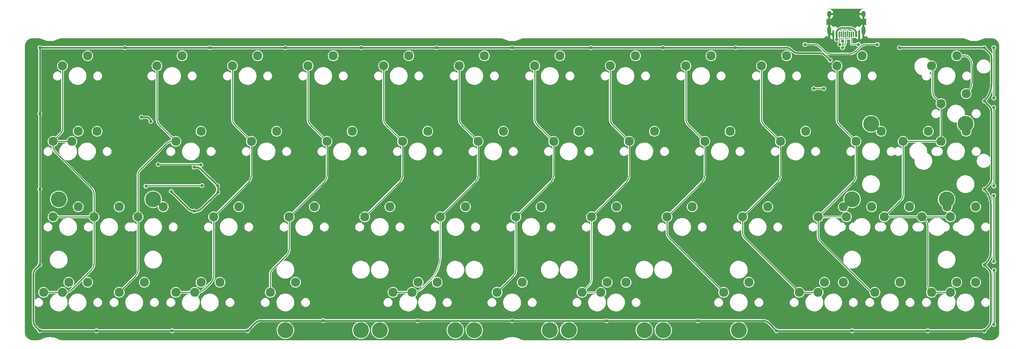
<source format=gbr>
%TF.GenerationSoftware,KiCad,Pcbnew,(7.0.0)*%
%TF.CreationDate,2023-09-24T20:57:06+02:00*%
%TF.ProjectId,mekanical,6d656b61-6e69-4636-916c-2e6b69636164,rev?*%
%TF.SameCoordinates,Original*%
%TF.FileFunction,Copper,L1,Top*%
%TF.FilePolarity,Positive*%
%FSLAX46Y46*%
G04 Gerber Fmt 4.6, Leading zero omitted, Abs format (unit mm)*
G04 Created by KiCad (PCBNEW (7.0.0)) date 2023-09-24 20:57:06*
%MOMM*%
%LPD*%
G01*
G04 APERTURE LIST*
%TA.AperFunction,SMDPad,CuDef*%
%ADD10R,0.600000X1.450000*%
%TD*%
%TA.AperFunction,SMDPad,CuDef*%
%ADD11R,0.300000X1.450000*%
%TD*%
%TA.AperFunction,ComponentPad*%
%ADD12O,1.000000X2.100000*%
%TD*%
%TA.AperFunction,ComponentPad*%
%ADD13O,1.000000X1.600000*%
%TD*%
%TA.AperFunction,ComponentPad*%
%ADD14C,2.300000*%
%TD*%
%TA.AperFunction,ComponentPad*%
%ADD15C,4.000000*%
%TD*%
%TA.AperFunction,ViaPad*%
%ADD16C,0.800000*%
%TD*%
%TA.AperFunction,Conductor*%
%ADD17C,0.250000*%
%TD*%
%TA.AperFunction,Conductor*%
%ADD18C,0.381000*%
%TD*%
%TA.AperFunction,Conductor*%
%ADD19C,0.200000*%
%TD*%
G04 APERTURE END LIST*
D10*
%TO.P,J2,A1,GND*%
%TO.N,GND*%
X237519114Y-30770155D03*
%TO.P,J2,A4,VBUS*%
%TO.N,VBUS*%
X236719114Y-30770155D03*
D11*
%TO.P,J2,A5,CC1*%
%TO.N,/CC1*%
X235519114Y-30770155D03*
%TO.P,J2,A6,D+*%
%TO.N,D_USB_P*%
X234519114Y-30770155D03*
%TO.P,J2,A7,D-*%
%TO.N,D_USB_N*%
X234019114Y-30770155D03*
%TO.P,J2,A8,SBU1*%
%TO.N,unconnected-(J2-SBU1-PadA8)*%
X233019114Y-30770155D03*
D10*
%TO.P,J2,A9,VBUS*%
%TO.N,VBUS*%
X231819114Y-30770155D03*
%TO.P,J2,A12,GND*%
%TO.N,GND*%
X231019114Y-30770155D03*
%TO.P,J2,B1,GND*%
X231019114Y-30770155D03*
%TO.P,J2,B4,VBUS*%
%TO.N,VBUS*%
X231819114Y-30770155D03*
D11*
%TO.P,J2,B5,CC2*%
%TO.N,/CC2*%
X232519114Y-30770155D03*
%TO.P,J2,B6,D+*%
%TO.N,D_USB_P*%
X233519114Y-30770155D03*
%TO.P,J2,B7,D-*%
%TO.N,D_USB_N*%
X235019114Y-30770155D03*
%TO.P,J2,B8,SBU2*%
%TO.N,unconnected-(J2-SBU2-PadB8)*%
X236019114Y-30770155D03*
D10*
%TO.P,J2,B9,VBUS*%
%TO.N,VBUS*%
X236719114Y-30770155D03*
%TO.P,J2,B12,GND*%
%TO.N,GND*%
X237519114Y-30770155D03*
D12*
%TO.P,J2,S1,SHIELD*%
X238589114Y-29855155D03*
D13*
X238589114Y-25675155D03*
D12*
X229949114Y-29855155D03*
D13*
X229949114Y-25675155D03*
%TD*%
D14*
%TO.P,MX50,1,1*%
%TO.N,COL9*%
X227171250Y-95885000D03*
%TO.P,MX50,2,2*%
%TO.N,Net-(D44-A)*%
X233521250Y-93345000D03*
%TD*%
%TO.P,MX23,1,1*%
%TO.N,COL10*%
X236696250Y-57785000D03*
%TO.P,MX23,2,2*%
%TO.N,Net-(D23-A)*%
X243046250Y-55245000D03*
%TD*%
%TO.P,MX51,1,1*%
%TO.N,COL11*%
X255746250Y-95885000D03*
%TO.P,MX51,2,2*%
%TO.N,Net-(D46-A)*%
X262096250Y-93345000D03*
%TD*%
%TO.P,MX39,1,1*%
%TO.N,COL2*%
X70008750Y-95885000D03*
%TO.P,MX39,2,2*%
%TO.N,Net-(D39-A)*%
X76358750Y-93345000D03*
%TD*%
%TO.P,MXshift2.25,1,1*%
%TO.N,COL0*%
X44608750Y-76835000D03*
%TO.P,MXshift2.25,2,2*%
%TO.N,Net-(D25-A)*%
X50958750Y-74295000D03*
%TD*%
%TO.P,MX27,1,1*%
%TO.N,COL2*%
X74771250Y-76835000D03*
%TO.P,MX27,2,2*%
%TO.N,Net-(D27-A)*%
X81121250Y-74295000D03*
%TD*%
%TO.P,MX11,1,1*%
%TO.N,COL10*%
X231933750Y-38735000D03*
%TO.P,MX11,2,2*%
%TO.N,Net-(D11-A)*%
X238283750Y-36195000D03*
%TD*%
%TO.P,MXenter2.25,1,1*%
%TO.N,COL11*%
X248602500Y-57785000D03*
%TO.P,MXenter2.25,2,2*%
%TO.N,Net-(D24-A)*%
X254952500Y-55245000D03*
%TD*%
D15*
%TO.P,S1,*%
%TO.N,*%
X207168750Y-105410000D03*
X92868750Y-105410000D03*
%TD*%
D14*
%TO.P,MX31,1,1*%
%TO.N,COL6*%
X150971250Y-76835000D03*
%TO.P,MX31,2,2*%
%TO.N,Net-(D31-A)*%
X157321250Y-74295000D03*
%TD*%
%TO.P,MX16,1,1*%
%TO.N,COL3*%
X103346250Y-57785000D03*
%TO.P,MX16,2,2*%
%TO.N,Net-(D16-A)*%
X109696250Y-55245000D03*
%TD*%
%TO.P,MX47,1,1*%
%TO.N,COL11*%
X260508750Y-76835000D03*
%TO.P,MX47,2,2*%
%TO.N,Net-(D36-A)*%
X266858750Y-74295000D03*
%TD*%
%TO.P,MX35,1,1*%
%TO.N,COL10*%
X227171250Y-76835000D03*
%TO.P,MX35,2,2*%
%TO.N,Net-(D35-A)*%
X233521250Y-74295000D03*
%TD*%
%TO.P,MXsplit2.75(1)1,1,1*%
%TO.N,COL7*%
X167640000Y-95885000D03*
%TO.P,MXsplit2.75(1)1,2,2*%
%TO.N,Net-(D47-A)*%
X173990000Y-93345000D03*
%TD*%
D15*
%TO.P,shift2.25,*%
%TO.N,*%
X35718750Y-72390000D03*
X59531250Y-72390000D03*
%TD*%
D14*
%TO.P,MX8,1,1*%
%TO.N,COL7*%
X174783750Y-38735000D03*
%TO.P,MX8,2,2*%
%TO.N,Net-(D8-A)*%
X181133750Y-36195000D03*
%TD*%
%TO.P,MX13,1,1*%
%TO.N,COL0*%
X39052500Y-57785000D03*
%TO.P,MX13,2,2*%
%TO.N,Net-(D13-A)*%
X45402500Y-55245000D03*
%TD*%
%TO.P,MX32,1,1*%
%TO.N,COL7*%
X170021250Y-76835000D03*
%TO.P,MX32,2,2*%
%TO.N,Net-(D32-A)*%
X176371250Y-74295000D03*
%TD*%
%TO.P,MXISO1,1,1*%
%TO.N,COL11*%
X258127500Y-48260000D03*
%TO.P,MXISO1,2,2*%
%TO.N,Net-(D12-A)*%
X264477500Y-45720000D03*
%TD*%
%TO.P,MX21,1,1*%
%TO.N,COL8*%
X198596250Y-57785000D03*
%TO.P,MX21,2,2*%
%TO.N,Net-(D21-A)*%
X204946250Y-55245000D03*
%TD*%
%TO.P,MXsplit2.75,1,1*%
%TO.N,COL5*%
X124777500Y-95885000D03*
%TO.P,MXsplit2.75,2,2*%
%TO.N,Net-(D40-A)*%
X131127500Y-93345000D03*
%TD*%
%TO.P,MX4,1,1*%
%TO.N,COL3*%
X98583750Y-38735000D03*
%TO.P,MX4,2,2*%
%TO.N,Net-(D4-A)*%
X104933750Y-36195000D03*
%TD*%
%TO.P,MX41,1,1*%
%TO.N,COL3*%
X89058750Y-95885000D03*
%TO.P,MX41,2,2*%
%TO.N,Net-(D41-A)*%
X95408750Y-93345000D03*
%TD*%
%TO.P,MX30,1,1*%
%TO.N,COL5*%
X131921250Y-76835000D03*
%TO.P,MX30,2,2*%
%TO.N,Net-(D30-A)*%
X138271250Y-74295000D03*
%TD*%
%TO.P,MX1,1,1*%
%TO.N,COL0*%
X36671250Y-38735000D03*
%TO.P,MX1,2,2*%
%TO.N,Net-(D1-A)*%
X43021250Y-36195000D03*
%TD*%
%TO.P,MX34,1,1*%
%TO.N,COL9*%
X208121250Y-76835000D03*
%TO.P,MX34,2,2*%
%TO.N,Net-(D34-A)*%
X214471250Y-74295000D03*
%TD*%
%TO.P,MX25,1,1*%
%TO.N,COL0*%
X34290000Y-76835000D03*
%TO.P,MX25,2,2*%
%TO.N,Net-(D25-A)*%
X40640000Y-74295000D03*
%TD*%
D15*
%TO.P,enter2.25,*%
%TO.N,*%
X240506250Y-53340000D03*
X264318750Y-53340000D03*
%TD*%
D14*
%TO.P,MX29,1,1*%
%TO.N,COL4*%
X112871250Y-76835000D03*
%TO.P,MX29,2,2*%
%TO.N,Net-(D29-A)*%
X119221250Y-74295000D03*
%TD*%
%TO.P,MX22,1,1*%
%TO.N,COL9*%
X217646250Y-57785000D03*
%TO.P,MX22,2,2*%
%TO.N,Net-(D22-A)*%
X223996250Y-55245000D03*
%TD*%
%TO.P,MX17,1,1*%
%TO.N,COL4*%
X122396250Y-57785000D03*
%TO.P,MX17,2,2*%
%TO.N,Net-(D17-A)*%
X128746250Y-55245000D03*
%TD*%
%TO.P,MX42,1,1*%
%TO.N,COL6*%
X146208750Y-95885000D03*
%TO.P,MX42,2,2*%
%TO.N,Net-(D42-A)*%
X152558750Y-93345000D03*
%TD*%
D15*
%TO.P,S4,*%
%TO.N,*%
X135731250Y-105410000D03*
X111918750Y-105410000D03*
%TD*%
D14*
%TO.P,MX49,1,1*%
%TO.N,COL2*%
X65246250Y-95885000D03*
%TO.P,MX49,2,2*%
%TO.N,Net-(D39-A)*%
X71596250Y-93345000D03*
%TD*%
%TO.P,MX40,1,1*%
%TO.N,COL10*%
X234315000Y-76835000D03*
%TO.P,MX40,2,2*%
%TO.N,Net-(D35-A)*%
X240665000Y-74295000D03*
%TD*%
%TO.P,MX26,1,1*%
%TO.N,COL1*%
X55721250Y-76835000D03*
%TO.P,MX26,2,2*%
%TO.N,Net-(D26-A)*%
X62071250Y-74295000D03*
%TD*%
%TO.P,MX3,1,1*%
%TO.N,COL2*%
X79533750Y-38735000D03*
%TO.P,MX3,2,2*%
%TO.N,Net-(D3-A)*%
X85883750Y-36195000D03*
%TD*%
D15*
%TO.P,S2,*%
%TO.N,*%
X188118750Y-105410000D03*
X164306250Y-105410000D03*
%TD*%
D14*
%TO.P,MX36,1,1*%
%TO.N,COL11*%
X253365000Y-76835000D03*
%TO.P,MX36,2,2*%
%TO.N,Net-(D36-A)*%
X259715000Y-74295000D03*
%TD*%
%TO.P,MX24,1,1*%
%TO.N,COL11*%
X258127500Y-57785000D03*
%TO.P,MX24,2,2*%
%TO.N,Net-(D24-A)*%
X264477500Y-55245000D03*
%TD*%
D15*
%TO.P,S5,*%
%TO.N,*%
X183356250Y-105410000D03*
X159543750Y-105410000D03*
%TD*%
D14*
%TO.P,MX33,1,1*%
%TO.N,COL8*%
X189071250Y-76835000D03*
%TO.P,MX33,2,2*%
%TO.N,Net-(D33-A)*%
X195421250Y-74295000D03*
%TD*%
%TO.P,MX5,1,1*%
%TO.N,COL4*%
X117633750Y-38735000D03*
%TO.P,MX5,2,2*%
%TO.N,Net-(D5-A)*%
X123983750Y-36195000D03*
%TD*%
%TO.P,MX44,1,1*%
%TO.N,COL9*%
X222408750Y-95885000D03*
%TO.P,MX44,2,2*%
%TO.N,Net-(D44-A)*%
X228758750Y-93345000D03*
%TD*%
D15*
%TO.P,S3,*%
%TO.N,*%
X140493750Y-105410000D03*
X116681250Y-105410000D03*
%TD*%
D14*
%TO.P,MXsplit2.25(1)1,1,1*%
%TO.N,COL5*%
X120015000Y-95885000D03*
%TO.P,MXsplit2.25(1)1,2,2*%
%TO.N,Net-(D40-A)*%
X126365000Y-93345000D03*
%TD*%
%TO.P,MX28,1,1*%
%TO.N,COL3*%
X93821250Y-76835000D03*
%TO.P,MX28,2,2*%
%TO.N,Net-(D28-A)*%
X100171250Y-74295000D03*
%TD*%
%TO.P,MX18,1,1*%
%TO.N,COL5*%
X141446250Y-57785000D03*
%TO.P,MX18,2,2*%
%TO.N,Net-(D18-A)*%
X147796250Y-55245000D03*
%TD*%
%TO.P,MXcaps1,1,1*%
%TO.N,COL0*%
X34290000Y-57785000D03*
%TO.P,MXcaps1,2,2*%
%TO.N,Net-(D13-A)*%
X40640000Y-55245000D03*
%TD*%
%TO.P,MX48,1,1*%
%TO.N,COL0*%
X36671250Y-95885000D03*
%TO.P,MX48,2,2*%
%TO.N,Net-(D37-A)*%
X43021250Y-93345000D03*
%TD*%
%TO.P,MX15,1,1*%
%TO.N,COL2*%
X84296250Y-57785000D03*
%TO.P,MX15,2,2*%
%TO.N,Net-(D15-A)*%
X90646250Y-55245000D03*
%TD*%
%TO.P,MX46,1,1*%
%TO.N,COL11*%
X260508750Y-95885000D03*
%TO.P,MX46,2,2*%
%TO.N,Net-(D46-A)*%
X266858750Y-93345000D03*
%TD*%
%TO.P,MX37,1,1*%
%TO.N,COL0*%
X31908750Y-95885000D03*
%TO.P,MX37,2,2*%
%TO.N,Net-(D37-A)*%
X38258750Y-93345000D03*
%TD*%
D15*
%TO.P,shift2.75,*%
%TO.N,*%
X235743750Y-72390000D03*
X259556250Y-72390000D03*
%TD*%
D14*
%TO.P,MX10,1,1*%
%TO.N,COL9*%
X212883750Y-38735000D03*
%TO.P,MX10,2,2*%
%TO.N,Net-(D10-A)*%
X219233750Y-36195000D03*
%TD*%
%TO.P,MX9,1,1*%
%TO.N,COL8*%
X193833750Y-38735000D03*
%TO.P,MX9,2,2*%
%TO.N,Net-(D9-A)*%
X200183750Y-36195000D03*
%TD*%
%TO.P,MX45,1,1*%
%TO.N,COL10*%
X241458750Y-95885000D03*
%TO.P,MX45,2,2*%
%TO.N,Net-(D45-A)*%
X247808750Y-93345000D03*
%TD*%
%TO.P,MX20,1,1*%
%TO.N,COL7*%
X179546250Y-57785000D03*
%TO.P,MX20,2,2*%
%TO.N,Net-(D20-A)*%
X185896250Y-55245000D03*
%TD*%
%TO.P,MX6,1,1*%
%TO.N,COL5*%
X136683750Y-38735000D03*
%TO.P,MX6,2,2*%
%TO.N,Net-(D6-A)*%
X143033750Y-36195000D03*
%TD*%
%TO.P,MXshift2.75,1,1*%
%TO.N,COL11*%
X243840000Y-76835000D03*
%TO.P,MXshift2.75,2,2*%
%TO.N,Net-(D36-A)*%
X250190000Y-74295000D03*
%TD*%
%TO.P,MX12,1,1*%
%TO.N,COL11*%
X255746250Y-38735000D03*
%TO.P,MX12,2,2*%
%TO.N,Net-(D12-A)*%
X262096250Y-36195000D03*
%TD*%
%TO.P,MX19,1,1*%
%TO.N,COL6*%
X160496250Y-57785000D03*
%TO.P,MX19,2,2*%
%TO.N,Net-(D19-A)*%
X166846250Y-55245000D03*
%TD*%
%TO.P,MXsplit2.25,1,1*%
%TO.N,COL7*%
X172402500Y-95885000D03*
%TO.P,MXsplit2.25,2,2*%
%TO.N,Net-(D47-A)*%
X178752500Y-93345000D03*
%TD*%
%TO.P,MX7,1,1*%
%TO.N,COL6*%
X155733750Y-38735000D03*
%TO.P,MX7,2,2*%
%TO.N,Net-(D7-A)*%
X162083750Y-36195000D03*
%TD*%
%TO.P,MX14,1,1*%
%TO.N,COL1*%
X65246250Y-57785000D03*
%TO.P,MX14,2,2*%
%TO.N,Net-(D14-A)*%
X71596250Y-55245000D03*
%TD*%
%TO.P,MX43,1,1*%
%TO.N,COL8*%
X203358750Y-95885000D03*
%TO.P,MX43,2,2*%
%TO.N,Net-(D43-A)*%
X209708750Y-93345000D03*
%TD*%
%TO.P,MX38,1,1*%
%TO.N,COL1*%
X50958750Y-95885000D03*
%TO.P,MX38,2,2*%
%TO.N,Net-(D38-A)*%
X57308750Y-93345000D03*
%TD*%
%TO.P,MX2,1,1*%
%TO.N,COL1*%
X60483750Y-38735000D03*
%TO.P,MX2,2,2*%
%TO.N,Net-(D2-A)*%
X66833750Y-36195000D03*
%TD*%
D16*
%TO.N,GND*%
X271462500Y-70437997D03*
X271425276Y-89283983D03*
X271460531Y-48209953D03*
%TO.N,Net-(LED17-DOUT)*%
X271462500Y-34131250D03*
X271462500Y-46831250D03*
%TO.N,Net-(LED16-DOUT)*%
X271469958Y-49209411D03*
X271462500Y-69056250D03*
%TO.N,Net-(LED15-DOUT)*%
X271462500Y-71437500D03*
X271462500Y-88106250D03*
%TO.N,Net-(LED14-DOUT)*%
X271515700Y-90279387D03*
X271462500Y-103981250D03*
%TO.N,+5V*%
X196837613Y-103039291D03*
X173855174Y-103043952D03*
X150022986Y-103036226D03*
X126206250Y-103043952D03*
X102393750Y-103020027D03*
%TO.N,GND*%
X52387500Y-32543750D03*
X73818750Y-32543750D03*
%TO.N,ROW0*%
X228600000Y-44450000D03*
X226063000Y-44450000D03*
%TO.N,ROW1*%
X71558211Y-63675454D03*
X60780288Y-63594551D03*
%TO.N,GND*%
X241053249Y-34743140D03*
X254793750Y-107156250D03*
X83343750Y-107156250D03*
X45243750Y-107156250D03*
X269081250Y-32543750D03*
X70102229Y-79788928D03*
X206375000Y-32543750D03*
X56571139Y-55596882D03*
X92868750Y-32543750D03*
X188118750Y-32543750D03*
X68408159Y-70640483D03*
X169862500Y-32543750D03*
X216693750Y-107156250D03*
X130968750Y-32543750D03*
X59307990Y-51010126D03*
X61385212Y-67743808D03*
X79670438Y-68278415D03*
X63104625Y-56793510D03*
X65435620Y-61428999D03*
X64293750Y-107156250D03*
X235491679Y-34483918D03*
X111918750Y-32543750D03*
X247650000Y-32543750D03*
X228600000Y-37306250D03*
X235743750Y-107156250D03*
X269081250Y-107156250D03*
X226162000Y-34731111D03*
X56445750Y-66353872D03*
%TO.N,+5V*%
X269081250Y-69850000D03*
X64293750Y-105568750D03*
X83343750Y-105568750D03*
X56589038Y-51683133D03*
X150018750Y-34131250D03*
X30956250Y-105568750D03*
X269081250Y-47625000D03*
X30956250Y-88900000D03*
X30956250Y-69850000D03*
X269081250Y-34131250D03*
X188118750Y-34131250D03*
X235743750Y-105568750D03*
X269081250Y-105568750D03*
X130968750Y-34131250D03*
X230187500Y-37306250D03*
X92868750Y-34131250D03*
X247650000Y-34131250D03*
X206375000Y-34131250D03*
X269081250Y-88900000D03*
X30956250Y-34131250D03*
X52387500Y-34131250D03*
X169862500Y-34131250D03*
X254793750Y-105568750D03*
X45243750Y-105568750D03*
X73818750Y-34131250D03*
X216693750Y-105568750D03*
X58918250Y-52728331D03*
X30956250Y-50800000D03*
X111918750Y-34131250D03*
%TO.N,+3V3*%
X69850000Y-64293750D03*
X69850000Y-75406250D03*
X75828969Y-69056250D03*
X75828969Y-70643750D03*
X64077250Y-70427250D03*
%TO.N,VBUS*%
X231805189Y-32091019D03*
%TO.N,/CC1*%
X237331250Y-33337500D03*
%TO.N,D_USB_P*%
X233362500Y-32543750D03*
%TO.N,D_USB_N*%
X233334389Y-34125379D03*
%TO.N,/CC2*%
X232568750Y-33337500D03*
%TO.N,BOOT0*%
X57711669Y-69133610D03*
X71850104Y-68930176D03*
%TO.N,Net-(LED19-DOUT)*%
X242093750Y-33337500D03*
X223837500Y-33337500D03*
%TD*%
D17*
%TO.N,Net-(LED17-DOUT)*%
X271462500Y-46831250D02*
X271462500Y-34131250D01*
%TO.N,Net-(LED16-DOUT)*%
X271462500Y-49216869D02*
X271469958Y-49209411D01*
X271462500Y-69056250D02*
X271462500Y-49216869D01*
%TO.N,Net-(LED15-DOUT)*%
X271462500Y-88106250D02*
X271462500Y-71437500D01*
%TO.N,Net-(LED14-DOUT)*%
X271515700Y-90279387D02*
X271515700Y-103928050D01*
X271515700Y-103928050D02*
X271462500Y-103981250D01*
X271462500Y-103981250D02*
X271522414Y-103921336D01*
%TO.N,+5V*%
X197623959Y-103039291D02*
X197643750Y-103019500D01*
X196837613Y-103039291D02*
X197623959Y-103039291D01*
D18*
X197643750Y-103019500D02*
X213316073Y-103019500D01*
X174625000Y-103019500D02*
X197643750Y-103019500D01*
X150812500Y-103019500D02*
X174625000Y-103019500D01*
D17*
X173855174Y-103043952D02*
X174600548Y-103043952D01*
X174600548Y-103043952D02*
X174625000Y-103019500D01*
X150795774Y-103036226D02*
X150812500Y-103019500D01*
X150022986Y-103036226D02*
X150795774Y-103036226D01*
D18*
X127000000Y-103019500D02*
X150812500Y-103019500D01*
D17*
X126206250Y-103043952D02*
X126975548Y-103043952D01*
D18*
X103187500Y-103019500D02*
X127000000Y-103019500D01*
D17*
X126975548Y-103043952D02*
X127000000Y-103019500D01*
X103186973Y-103020027D02*
X103187500Y-103019500D01*
X102393750Y-103020027D02*
X103186973Y-103020027D01*
D18*
X86721427Y-103019500D02*
X103187500Y-103019500D01*
D17*
%TO.N,ROW0*%
X228600000Y-44450000D02*
X226063000Y-44450000D01*
%TO.N,Net-(D12-A)*%
X265906250Y-38516476D02*
X265906250Y-43056465D01*
X265033125Y-45164375D02*
X264477500Y-45720000D01*
X262096250Y-36195000D02*
X264258294Y-36195000D01*
X265906259Y-38516476D02*
G75*
G03*
X265086814Y-36538186I-2797759J-24D01*
G01*
X265033146Y-45164396D02*
G75*
G03*
X265906250Y-43056465I-2107946J2107896D01*
G01*
X265086817Y-36538183D02*
G75*
G03*
X264258294Y-36195000I-828517J-828517D01*
G01*
%TO.N,ROW1*%
X71451507Y-63568750D02*
X71558211Y-63675454D01*
X60780288Y-63594551D02*
X60806089Y-63568750D01*
X60806089Y-63568750D02*
X71451507Y-63568750D01*
%TO.N,COL0*%
X44022963Y-90120787D02*
X38844536Y-95299214D01*
X34290000Y-57785000D02*
X39052500Y-57785000D01*
X36446495Y-55496495D02*
X34383346Y-57559644D01*
X36671250Y-95885000D02*
X31908750Y-95885000D01*
X34290000Y-76835000D02*
X44608750Y-76835000D01*
X44608750Y-71012308D02*
X44608750Y-76835000D01*
X34875787Y-60450918D02*
X44022964Y-69598095D01*
X34290000Y-57785000D02*
X34290000Y-59036704D01*
X44608750Y-76835000D02*
X44608750Y-88706573D01*
X31908750Y-95885000D02*
X37430323Y-95885000D01*
X36671250Y-38735000D02*
X36671250Y-54953889D01*
X34383346Y-57559644D02*
G75*
G03*
X34290000Y-57785000I225354J-225356D01*
G01*
X34289998Y-59036704D02*
G75*
G03*
X34875788Y-60450917I2000002J4D01*
G01*
X37430323Y-95885016D02*
G75*
G03*
X38844536Y-95299214I-23J2000016D01*
G01*
X36446498Y-55496498D02*
G75*
G03*
X36671250Y-54953889I-542598J542598D01*
G01*
X44608758Y-71012308D02*
G75*
G03*
X44022963Y-69598096I-1999958J8D01*
G01*
X44022966Y-90120790D02*
G75*
G03*
X44608750Y-88706573I-1414166J1414190D01*
G01*
%TO.N,COL1*%
X60483750Y-38735000D02*
X60483750Y-52194073D01*
X62841408Y-58370787D02*
X56307036Y-64905159D01*
X55721250Y-66319372D02*
X55721250Y-76835000D01*
X55135463Y-91708287D02*
X50958750Y-95885000D01*
X55721250Y-76835000D02*
X55721250Y-90294073D01*
X65246250Y-57785000D02*
X64255622Y-57785000D01*
X61069537Y-53608287D02*
X65246250Y-57785000D01*
X64255622Y-57785016D02*
G75*
G03*
X62841408Y-58370787I-22J-1999984D01*
G01*
X56307060Y-64905183D02*
G75*
G03*
X55721250Y-66319372I1414140J-1414217D01*
G01*
X60483755Y-52194073D02*
G75*
G03*
X61069537Y-53608287I1999945J-27D01*
G01*
X55135466Y-91708290D02*
G75*
G03*
X55721250Y-90294073I-1414166J1414190D01*
G01*
%TO.N,COL2*%
X74185463Y-93334632D02*
X72220881Y-95299214D01*
X80119537Y-53608287D02*
X84296250Y-57785000D01*
X74771250Y-76835000D02*
X74771250Y-91920418D01*
X70008750Y-95885000D02*
X65246250Y-95885000D01*
X84296250Y-57785000D02*
X84296250Y-66481573D01*
X83710463Y-67895787D02*
X74771250Y-76835000D01*
X79533750Y-38735000D02*
X79533750Y-52194073D01*
X70806668Y-95885000D02*
X70008750Y-95885000D01*
X79533755Y-52194073D02*
G75*
G03*
X80119537Y-53608287I1999945J-27D01*
G01*
X70806668Y-95884977D02*
G75*
G03*
X72220881Y-95299214I32J1999977D01*
G01*
X83710466Y-67895790D02*
G75*
G03*
X84296250Y-66481573I-1414166J1414190D01*
G01*
X74185444Y-93334613D02*
G75*
G03*
X74771250Y-91920418I-1414144J1414213D01*
G01*
%TO.N,COL3*%
X99169537Y-53608287D02*
X103346250Y-57785000D01*
X93235463Y-86453156D02*
X89644536Y-90044083D01*
X98583750Y-38735000D02*
X98583750Y-52194073D01*
X93821250Y-76835000D02*
X93821250Y-85038942D01*
X103346250Y-57785000D02*
X103346250Y-66481573D01*
X89058750Y-91458296D02*
X89058750Y-95885000D01*
X102760463Y-67895787D02*
X93821250Y-76835000D01*
X93235432Y-86453125D02*
G75*
G03*
X93821250Y-85038942I-1414132J1414225D01*
G01*
X102760466Y-67895790D02*
G75*
G03*
X103346250Y-66481573I-1414166J1414190D01*
G01*
X89644548Y-90044095D02*
G75*
G03*
X89058750Y-91458296I1414152J-1414205D01*
G01*
X98583755Y-52194073D02*
G75*
G03*
X99169537Y-53608287I1999945J-27D01*
G01*
%TO.N,COL4*%
X117633750Y-38735000D02*
X117633750Y-52194073D01*
X118219537Y-53608287D02*
X122396250Y-57785000D01*
X121810463Y-67895787D02*
X112871250Y-76835000D01*
X122396250Y-57785000D02*
X122396250Y-66481573D01*
X117633755Y-52194073D02*
G75*
G03*
X118219537Y-53608287I1999945J-27D01*
G01*
X121810466Y-67895790D02*
G75*
G03*
X122396250Y-66481573I-1414166J1414190D01*
G01*
D19*
%TO.N,COL5*%
X131921250Y-76835000D02*
X131921250Y-86736648D01*
D17*
X124777500Y-95885000D02*
X120015000Y-95885000D01*
X141446250Y-57785000D02*
X141446250Y-66481573D01*
X137269537Y-53608287D02*
X141446250Y-57785000D01*
X140860463Y-67895787D02*
X131921250Y-76835000D01*
X136683750Y-38735000D02*
X136683750Y-52194073D01*
D19*
X129381250Y-92868750D02*
X127487532Y-94762468D01*
X129381248Y-92868748D02*
G75*
G03*
X131921250Y-86736648I-6132108J6132108D01*
G01*
D17*
X136683755Y-52194073D02*
G75*
G03*
X137269537Y-53608287I1999945J-27D01*
G01*
D19*
X124777500Y-95884989D02*
G75*
G03*
X127487532Y-94762468I0J3832589D01*
G01*
D17*
X140860466Y-67895790D02*
G75*
G03*
X141446250Y-66481573I-1414166J1414190D01*
G01*
%TO.N,COL6*%
X150385463Y-91708287D02*
X146208750Y-95885000D01*
X150971250Y-76835000D02*
X150971250Y-90294073D01*
X159910463Y-67895787D02*
X150971250Y-76835000D01*
X156319537Y-53608287D02*
X160496250Y-57785000D01*
X155733750Y-38735000D02*
X155733750Y-52194073D01*
X160496250Y-57785000D02*
X160496250Y-66481573D01*
X150385466Y-91708290D02*
G75*
G03*
X150971250Y-90294073I-1414166J1414190D01*
G01*
X155733755Y-52194073D02*
G75*
G03*
X156319537Y-53608287I1999945J-27D01*
G01*
X159910466Y-67895790D02*
G75*
G03*
X160496250Y-66481573I-1414166J1414190D01*
G01*
%TO.N,COL7*%
X175369537Y-53608287D02*
X179546250Y-57785000D01*
X178960463Y-67895787D02*
X170021250Y-76835000D01*
D19*
X170021250Y-76835000D02*
X170021250Y-92675323D01*
D17*
X174783750Y-38735000D02*
X174783750Y-52194073D01*
X179546250Y-57785000D02*
X179546250Y-66481573D01*
D19*
X167640000Y-95885000D02*
X172402500Y-95885000D01*
X169435463Y-94089537D02*
X167640000Y-95885000D01*
X169435441Y-94089515D02*
G75*
G03*
X170021250Y-92675323I-1414141J1414215D01*
G01*
D17*
X174783755Y-52194073D02*
G75*
G03*
X175369537Y-53608287I1999945J-27D01*
G01*
X178960466Y-67895790D02*
G75*
G03*
X179546250Y-66481573I-1414166J1414190D01*
G01*
%TO.N,COL8*%
X198596250Y-57785000D02*
X198596250Y-66481573D01*
X189657037Y-82183287D02*
X203358750Y-95885000D01*
X193833750Y-38735000D02*
X193833750Y-52194073D01*
X194419537Y-53608287D02*
X198596250Y-57785000D01*
X198010463Y-67895787D02*
X189071250Y-76835000D01*
X189071250Y-76835000D02*
X189071250Y-80769073D01*
X189071255Y-80769073D02*
G75*
G03*
X189657037Y-82183287I1999945J-27D01*
G01*
X193833755Y-52194073D02*
G75*
G03*
X194419537Y-53608287I1999945J-27D01*
G01*
X198010466Y-67895790D02*
G75*
G03*
X198596250Y-66481573I-1414166J1414190D01*
G01*
%TO.N,COL9*%
X208121250Y-76835000D02*
X208121250Y-80769073D01*
X217646250Y-57785000D02*
X217646250Y-66481573D01*
X217060463Y-67895787D02*
X208121250Y-76835000D01*
X212883750Y-38735000D02*
X212883750Y-52194073D01*
X222408750Y-95885000D02*
X227171250Y-95885000D01*
X213469537Y-53608287D02*
X217646250Y-57785000D01*
X208707037Y-82183287D02*
X222408750Y-95885000D01*
X217060466Y-67895790D02*
G75*
G03*
X217646250Y-66481573I-1414166J1414190D01*
G01*
X212883755Y-52194073D02*
G75*
G03*
X213469537Y-53608287I1999945J-27D01*
G01*
X208121255Y-80769073D02*
G75*
G03*
X208707037Y-82183287I1999945J-27D01*
G01*
%TO.N,COL10*%
X236110463Y-67895787D02*
X227171250Y-76835000D01*
X231933750Y-38735000D02*
X231933750Y-52194073D01*
X227757037Y-82993418D02*
X240648619Y-95885000D01*
D19*
X227171250Y-76835000D02*
X234315000Y-76835000D01*
D17*
X236696250Y-57785000D02*
X236696250Y-66481573D01*
X232519537Y-53608287D02*
X236696250Y-57785000D01*
X240648619Y-95885000D02*
X241458750Y-95885000D01*
X227171250Y-76835000D02*
X227171250Y-81579204D01*
X227171233Y-81579204D02*
G75*
G03*
X227757037Y-82993418I1999967J4D01*
G01*
X231933755Y-52194073D02*
G75*
G03*
X232519537Y-53608287I1999945J-27D01*
G01*
X236110466Y-67895790D02*
G75*
G03*
X236696250Y-66481573I-1414166J1414190D01*
G01*
%TO.N,COL11*%
X248602500Y-57785000D02*
X248602500Y-71244073D01*
X256051400Y-45355473D02*
X256051400Y-39687500D01*
X254806100Y-79104527D02*
X254806100Y-94116423D01*
X243840000Y-76835000D02*
X253365000Y-76835000D01*
X256051400Y-39687500D02*
X256051400Y-38735000D01*
X248016713Y-72658287D02*
X243840000Y-76835000D01*
X255391887Y-95530637D02*
X255746250Y-95885000D01*
X253365000Y-76835000D02*
X254220314Y-77690314D01*
X256637187Y-46769687D02*
X258127500Y-48260000D01*
X255746250Y-95885000D02*
X260508750Y-95885000D01*
X253365000Y-76835000D02*
X260508750Y-76835000D01*
X248602500Y-57785000D02*
X258127500Y-57785000D01*
X258127500Y-48260000D02*
X258127500Y-57785000D01*
X254806080Y-79104527D02*
G75*
G03*
X254220313Y-77690315I-1999980J27D01*
G01*
X254806084Y-94116423D02*
G75*
G03*
X255391887Y-95530637I2000016J23D01*
G01*
X256051420Y-45355473D02*
G75*
G03*
X256637188Y-46769686I1999980J-27D01*
G01*
X248016727Y-72658301D02*
G75*
G03*
X248602500Y-71244073I-1414227J1414201D01*
G01*
D18*
%TO.N,+5V*%
X228988648Y-36107398D02*
X230187500Y-37306250D01*
X269081250Y-105568750D02*
X270128464Y-104521536D01*
X83343750Y-105568750D02*
X85307214Y-103605286D01*
X269081250Y-88900000D02*
X269623891Y-88357359D01*
X30956250Y-69850000D02*
X30956250Y-88900000D01*
X220454537Y-34717037D02*
X220673325Y-34935825D01*
X222087538Y-35521611D02*
X227574434Y-35521611D01*
X270128463Y-89947213D02*
X269081250Y-88900000D01*
X270714250Y-103107323D02*
X270714250Y-91361427D01*
X29909037Y-104521537D02*
X30956250Y-105568750D01*
X216693750Y-105568750D02*
X269081250Y-105568750D01*
X30956250Y-50800000D02*
X30956250Y-69850000D01*
X269081250Y-69850000D02*
X270301214Y-68630036D01*
X30956250Y-88900000D02*
X29909036Y-89947214D01*
X214730287Y-103605287D02*
X216693750Y-105568750D01*
X29323250Y-91361427D02*
X29323250Y-103107323D01*
X270887000Y-67215823D02*
X270887000Y-50259177D01*
X270301213Y-48844963D02*
X269081250Y-47625000D01*
X30956250Y-34131250D02*
X30956250Y-50800000D01*
X206375000Y-34131250D02*
X30956250Y-34131250D01*
X270887000Y-36765427D02*
X270887000Y-42800566D01*
X270714250Y-73792410D02*
X270714250Y-85725000D01*
X269081250Y-34131250D02*
X247650000Y-34131250D01*
X57873052Y-51683133D02*
X56589038Y-51683133D01*
X270886445Y-43266874D02*
X270886445Y-42862500D01*
X30956250Y-105568750D02*
X83343750Y-105568750D01*
X206375000Y-34131250D02*
X219040323Y-34131250D01*
X269081250Y-34131250D02*
X270301213Y-35351213D01*
X270714230Y-73792410D02*
G75*
G03*
X269081249Y-69850001I-5575430J10D01*
G01*
X86721427Y-103019520D02*
G75*
G03*
X85307215Y-103605287I-27J-1999980D01*
G01*
X220454515Y-34717059D02*
G75*
G03*
X219040323Y-34131250I-1414215J-1414141D01*
G01*
X228988629Y-36107417D02*
G75*
G03*
X227574434Y-35521611I-1414229J-1414183D01*
G01*
X29909033Y-89947211D02*
G75*
G03*
X29323250Y-91361427I1414167J-1414189D01*
G01*
X270887016Y-50259177D02*
G75*
G03*
X270301213Y-48844963I-2000016J-23D01*
G01*
X58918267Y-52728331D02*
G75*
G03*
X57873052Y-51683133I-1045167J31D01*
G01*
X270714245Y-91361427D02*
G75*
G03*
X270128463Y-89947213I-1999945J27D01*
G01*
X270128442Y-104521514D02*
G75*
G03*
X270714250Y-103107323I-1414142J1414214D01*
G01*
X270886980Y-36765427D02*
G75*
G03*
X270301212Y-35351214I-1999980J27D01*
G01*
X220673304Y-34935846D02*
G75*
G03*
X222087538Y-35521611I1414196J1414246D01*
G01*
X270301203Y-68630025D02*
G75*
G03*
X270887000Y-67215823I-1414203J1414225D01*
G01*
X214730301Y-103605273D02*
G75*
G03*
X213316073Y-103019500I-1414201J-1414227D01*
G01*
X269623898Y-88357366D02*
G75*
G03*
X270714250Y-85725000I-2632398J2632366D01*
G01*
X269081268Y-47625018D02*
G75*
G03*
X270886445Y-43266874I-4358168J4358118D01*
G01*
X29323220Y-103107323D02*
G75*
G03*
X29909038Y-104521536I1999980J23D01*
G01*
%TO.N,+3V3*%
X75828969Y-69056250D02*
X75828969Y-70643750D01*
X70238042Y-75406250D02*
X69850000Y-75406250D01*
X69850000Y-64293750D02*
X70238042Y-64293750D01*
X75828969Y-70643750D02*
X71652255Y-74820464D01*
X71652256Y-64879537D02*
X75828969Y-69056250D01*
X64077250Y-70427250D02*
X68494984Y-74844984D01*
X70238042Y-75406294D02*
G75*
G03*
X71652255Y-74820464I-42J1999994D01*
G01*
X71652225Y-64879568D02*
G75*
G03*
X70238042Y-64293750I-1414225J-1414132D01*
G01*
X68494991Y-74844977D02*
G75*
G03*
X69850000Y-75406250I1355009J1354977D01*
G01*
%TO.N,VBUS*%
X233490222Y-29125056D02*
X235048008Y-29125056D01*
X236719115Y-30770156D02*
X236719115Y-30331037D01*
X231819115Y-30770156D02*
X231819115Y-32077093D01*
X231819115Y-30770156D02*
X231819115Y-30331038D01*
X231819115Y-32077093D02*
X231805189Y-32091019D01*
X236719080Y-30331037D02*
G75*
G03*
X236462222Y-29710843I-877080J37D01*
G01*
X233490222Y-29125085D02*
G75*
G03*
X232076009Y-29710842I-22J-2000015D01*
G01*
X232075991Y-29710824D02*
G75*
G03*
X231819115Y-30331038I620209J-620176D01*
G01*
X236462227Y-29710838D02*
G75*
G03*
X235048008Y-29125056I-1414227J-1414262D01*
G01*
D19*
%TO.N,/CC1*%
X235743750Y-33337500D02*
X237331250Y-33337500D01*
X235519115Y-30770156D02*
X235519115Y-33112865D01*
X235519100Y-33112865D02*
G75*
G03*
X235743750Y-33337500I224600J-35D01*
G01*
%TO.N,D_USB_P*%
X233698715Y-29615556D02*
X234339515Y-29615556D01*
X234519115Y-29795156D02*
X234519115Y-30770156D01*
X233519115Y-30770156D02*
X233519115Y-32387135D01*
X233519115Y-32387135D02*
X233362500Y-32543750D01*
X233519115Y-30770156D02*
X233519115Y-29795156D01*
X233698715Y-29615615D02*
G75*
G03*
X233519115Y-29795156I-15J-179585D01*
G01*
X234519144Y-29795156D02*
G75*
G03*
X234339515Y-29615556I-179644J-44D01*
G01*
%TO.N,D_USB_N*%
X234156250Y-31795156D02*
X234156250Y-32475091D01*
X234156250Y-31795156D02*
X234904844Y-31795156D01*
X233570463Y-33889305D02*
X233334389Y-34125379D01*
X235019115Y-30770156D02*
X235019115Y-31680885D01*
X234019115Y-30770156D02*
X234019115Y-31658021D01*
X234019144Y-31658021D02*
G75*
G03*
X234156250Y-31795156I137156J21D01*
G01*
X234904844Y-31795215D02*
G75*
G03*
X235019115Y-31680885I-44J114315D01*
G01*
X233570457Y-33889299D02*
G75*
G03*
X234156250Y-32475091I-1414157J1414199D01*
G01*
%TO.N,/CC2*%
X232519115Y-30770156D02*
X232519115Y-33287865D01*
X232519115Y-33287865D02*
X232568750Y-33337500D01*
D17*
%TO.N,BOOT0*%
X57915103Y-68930176D02*
X71850104Y-68930176D01*
X57915103Y-68930176D02*
X57711669Y-69133610D01*
%TO.N,Net-(LED19-DOUT)*%
X224592174Y-33337500D02*
X226218750Y-33337500D01*
X223837500Y-33337500D02*
X226184073Y-33337500D01*
X230222177Y-35718750D02*
X235146878Y-35718750D01*
X239184982Y-33337500D02*
X242093750Y-33337500D01*
X236561092Y-35132963D02*
X237770769Y-33923286D01*
X224587394Y-33337500D02*
X224584014Y-33334120D01*
X227598287Y-33923287D02*
X228807964Y-35132964D01*
X224584035Y-33334099D02*
G75*
G03*
X224592174Y-33337500I8165J8099D01*
G01*
X227598301Y-33923273D02*
G75*
G03*
X226184073Y-33337500I-1414201J-1414227D01*
G01*
X235146878Y-35718749D02*
G75*
G03*
X236561092Y-35132963I22J1999949D01*
G01*
X228807986Y-35132942D02*
G75*
G03*
X230222177Y-35718750I1414214J1414142D01*
G01*
X239184982Y-33337488D02*
G75*
G03*
X237770769Y-33923286I18J-2000012D01*
G01*
%TD*%
%TA.AperFunction,Conductor*%
%TO.N,GND*%
G36*
X238530717Y-24353565D02*
G01*
X238534367Y-24361127D01*
X238531904Y-24369154D01*
X238524641Y-24373367D01*
X238337747Y-24401998D01*
X238336623Y-24402289D01*
X238146998Y-24472517D01*
X238145952Y-24473031D01*
X237974350Y-24579991D01*
X237973426Y-24580706D01*
X237826867Y-24720021D01*
X237826111Y-24720901D01*
X237710590Y-24886875D01*
X237710029Y-24887885D01*
X237630285Y-25073712D01*
X237629937Y-25074818D01*
X237589231Y-25272900D01*
X237589115Y-25274046D01*
X237589115Y-25422869D01*
X237589784Y-25424486D01*
X237591402Y-25425156D01*
X238827615Y-25425156D01*
X238835747Y-25428524D01*
X238839115Y-25436656D01*
X238839115Y-26946861D01*
X238839480Y-26948097D01*
X238840684Y-26948261D01*
X238841608Y-26948021D01*
X239031231Y-26877794D01*
X239032277Y-26877280D01*
X239203879Y-26770320D01*
X239204803Y-26769605D01*
X239242577Y-26733699D01*
X239250694Y-26730536D01*
X239258700Y-26733971D01*
X239262000Y-26742034D01*
X239262000Y-28537982D01*
X239258968Y-28545763D01*
X239251470Y-28549441D01*
X239243461Y-28547076D01*
X239121266Y-28452490D01*
X239120287Y-28451880D01*
X238938727Y-28362821D01*
X238937654Y-28362423D01*
X238840819Y-28337351D01*
X238839508Y-28337417D01*
X238839115Y-28338672D01*
X238839115Y-31376861D01*
X238839480Y-31378097D01*
X238840684Y-31378261D01*
X238841608Y-31378021D01*
X239031231Y-31307794D01*
X239032277Y-31307280D01*
X239203879Y-31200320D01*
X239204802Y-31199606D01*
X239308446Y-31101083D01*
X239315227Y-31097975D01*
X239322489Y-31099681D01*
X239327175Y-31105485D01*
X239337571Y-31134047D01*
X239352275Y-31174445D01*
X239439808Y-31326055D01*
X239552337Y-31460163D01*
X239686445Y-31572692D01*
X239838055Y-31660225D01*
X240002562Y-31720101D01*
X240174968Y-31750500D01*
X240262401Y-31750500D01*
X240262500Y-31750500D01*
X240263000Y-31750500D01*
X263463445Y-31750500D01*
X263463679Y-31750500D01*
X263464206Y-31750512D01*
X263507460Y-31752497D01*
X263718755Y-31764628D01*
X263719624Y-31764713D01*
X263820653Y-31778704D01*
X263820863Y-31778737D01*
X263978146Y-31806061D01*
X263978715Y-31806176D01*
X264084290Y-31830822D01*
X264084869Y-31830974D01*
X264237959Y-31876103D01*
X264238300Y-31876210D01*
X264334989Y-31908366D01*
X264335814Y-31908677D01*
X264529311Y-31990772D01*
X264570528Y-32008823D01*
X264570485Y-32008919D01*
X264571027Y-32009045D01*
X264735133Y-32090113D01*
X265076750Y-32224680D01*
X265428389Y-32330326D01*
X265787605Y-32406316D01*
X266151903Y-32452123D01*
X266518750Y-32467427D01*
X266885597Y-32452123D01*
X267249895Y-32406316D01*
X267609111Y-32330326D01*
X267960750Y-32224680D01*
X268302367Y-32090113D01*
X268466514Y-32009025D01*
X268466515Y-32009027D01*
X268466688Y-32008940D01*
X268467153Y-32008722D01*
X268506969Y-31991285D01*
X268701692Y-31908654D01*
X268702496Y-31908351D01*
X268799258Y-31876171D01*
X268799552Y-31876078D01*
X268952606Y-31830960D01*
X268953171Y-31830811D01*
X269058811Y-31806150D01*
X269059356Y-31806040D01*
X269216579Y-31778727D01*
X269216873Y-31778681D01*
X269317862Y-31764696D01*
X269318709Y-31764613D01*
X269531453Y-31752413D01*
X269572918Y-31750509D01*
X269573456Y-31750558D01*
X269573456Y-31750500D01*
X269573555Y-31750500D01*
X270843250Y-31750500D01*
X270843380Y-31750500D01*
X270844131Y-31750524D01*
X270927306Y-31755974D01*
X270927369Y-31756004D01*
X270927369Y-31755978D01*
X270927490Y-31755986D01*
X271112378Y-31769206D01*
X271113749Y-31769391D01*
X271233212Y-31793151D01*
X271380213Y-31825127D01*
X271381429Y-31825464D01*
X271503121Y-31866770D01*
X271503290Y-31866830D01*
X271637919Y-31917041D01*
X271638948Y-31917486D01*
X271756541Y-31975474D01*
X271756920Y-31975671D01*
X271880663Y-32043237D01*
X271881522Y-32043757D01*
X271991544Y-32117268D01*
X271992047Y-32117624D01*
X272103982Y-32201415D01*
X272104672Y-32201975D01*
X272130464Y-32224593D01*
X272204531Y-32289546D01*
X272205056Y-32290037D01*
X272303708Y-32388686D01*
X272304222Y-32389235D01*
X272391798Y-32489095D01*
X272392358Y-32489786D01*
X272476143Y-32601707D01*
X272476499Y-32602210D01*
X272550010Y-32712225D01*
X272550541Y-32713103D01*
X272618093Y-32836813D01*
X272618314Y-32837238D01*
X272676282Y-32954783D01*
X272676743Y-32955850D01*
X272726929Y-33090402D01*
X272727044Y-33090724D01*
X272768314Y-33212296D01*
X272768661Y-33213549D01*
X272800624Y-33360481D01*
X272800666Y-33360681D01*
X272824392Y-33479959D01*
X272824584Y-33481385D01*
X272838211Y-33672374D01*
X272838215Y-33672440D01*
X272843238Y-33749076D01*
X272843192Y-33749901D01*
X272843250Y-33749901D01*
X272843250Y-105949629D01*
X272843225Y-105950381D01*
X272837771Y-106033576D01*
X272837767Y-106033644D01*
X272824539Y-106218589D01*
X272824347Y-106220013D01*
X272800614Y-106339326D01*
X272800572Y-106339527D01*
X272768614Y-106486431D01*
X272768267Y-106487683D01*
X272726992Y-106609271D01*
X272726877Y-106609593D01*
X272676699Y-106744125D01*
X272676238Y-106745192D01*
X272618267Y-106862744D01*
X272618046Y-106863169D01*
X272550498Y-106986870D01*
X272549967Y-106987748D01*
X272476465Y-107097750D01*
X272476109Y-107098253D01*
X272392313Y-107210189D01*
X272391753Y-107210880D01*
X272304189Y-107310724D01*
X272303675Y-107311273D01*
X272205032Y-107409914D01*
X272204482Y-107410428D01*
X272104642Y-107497983D01*
X272103952Y-107498543D01*
X271992017Y-107582334D01*
X271991514Y-107582690D01*
X271881506Y-107656193D01*
X271880628Y-107656724D01*
X271756922Y-107724270D01*
X271756497Y-107724491D01*
X271638946Y-107782458D01*
X271637879Y-107782919D01*
X271503334Y-107833098D01*
X271503011Y-107833213D01*
X271381437Y-107874480D01*
X271380185Y-107874827D01*
X271233289Y-107906779D01*
X271233088Y-107906821D01*
X271113739Y-107930558D01*
X271112318Y-107930750D01*
X270933159Y-107943591D01*
X270933089Y-107943595D01*
X270843750Y-107949450D01*
X270843741Y-107949321D01*
X270842945Y-107949500D01*
X269727396Y-107949500D01*
X269726840Y-107949487D01*
X269685910Y-107947505D01*
X269685771Y-107947497D01*
X269457851Y-107933703D01*
X269456883Y-107933603D01*
X269352787Y-107918394D01*
X269352376Y-107918326D01*
X269184524Y-107887547D01*
X269183844Y-107887401D01*
X269074738Y-107860493D01*
X269074069Y-107860307D01*
X268911128Y-107809501D01*
X268910732Y-107809369D01*
X268811526Y-107774441D01*
X268810622Y-107774080D01*
X268602134Y-107680181D01*
X268602008Y-107680123D01*
X268565208Y-107663012D01*
X268564721Y-107662771D01*
X268564448Y-107662628D01*
X268564434Y-107662621D01*
X268393754Y-107572917D01*
X268393747Y-107572914D01*
X268393525Y-107572797D01*
X268393281Y-107572695D01*
X268036481Y-107423654D01*
X268036464Y-107423648D01*
X268036254Y-107423560D01*
X268036036Y-107423490D01*
X268036026Y-107423487D01*
X267667494Y-107306349D01*
X267667493Y-107306348D01*
X267667258Y-107306274D01*
X267667016Y-107306220D01*
X267667009Y-107306218D01*
X267289647Y-107221902D01*
X267289628Y-107221898D01*
X267289388Y-107221845D01*
X267201746Y-107210218D01*
X266905807Y-107170957D01*
X266905798Y-107170956D01*
X266905563Y-107170925D01*
X266905325Y-107170914D01*
X266905319Y-107170914D01*
X266519000Y-107153919D01*
X266518750Y-107153908D01*
X266518500Y-107153919D01*
X266132180Y-107170914D01*
X266132172Y-107170914D01*
X266131937Y-107170925D01*
X266131703Y-107170956D01*
X266131692Y-107170957D01*
X265748375Y-107221810D01*
X265748372Y-107221810D01*
X265748112Y-107221845D01*
X265747874Y-107221897D01*
X265747852Y-107221902D01*
X265370490Y-107306218D01*
X265370477Y-107306221D01*
X265370242Y-107306274D01*
X265370011Y-107306347D01*
X265370005Y-107306349D01*
X265001473Y-107423487D01*
X265001455Y-107423493D01*
X265001246Y-107423560D01*
X265001042Y-107423645D01*
X265001018Y-107423654D01*
X264644218Y-107572695D01*
X264644208Y-107572699D01*
X264643975Y-107572797D01*
X264643760Y-107572909D01*
X264643745Y-107572917D01*
X264473050Y-107662629D01*
X264473032Y-107662630D01*
X264473035Y-107662636D01*
X264472840Y-107662738D01*
X264472359Y-107662976D01*
X264435204Y-107680252D01*
X264435077Y-107680310D01*
X264226874Y-107774076D01*
X264225971Y-107774437D01*
X264126776Y-107809362D01*
X264126380Y-107809494D01*
X263963427Y-107860304D01*
X263962758Y-107860490D01*
X263853653Y-107887398D01*
X263852973Y-107887544D01*
X263685139Y-107918319D01*
X263684728Y-107918387D01*
X263580598Y-107933601D01*
X263579630Y-107933701D01*
X263352023Y-107947479D01*
X263351884Y-107947487D01*
X263310577Y-107949487D01*
X263310021Y-107949500D01*
X153227396Y-107949500D01*
X153226840Y-107949487D01*
X153185910Y-107947505D01*
X153185771Y-107947497D01*
X152957851Y-107933703D01*
X152956883Y-107933603D01*
X152852787Y-107918394D01*
X152852376Y-107918326D01*
X152684524Y-107887547D01*
X152683844Y-107887401D01*
X152574738Y-107860493D01*
X152574069Y-107860307D01*
X152411128Y-107809501D01*
X152410732Y-107809369D01*
X152311526Y-107774441D01*
X152310622Y-107774080D01*
X152102134Y-107680181D01*
X152102008Y-107680123D01*
X152065208Y-107663012D01*
X152064721Y-107662771D01*
X152064448Y-107662628D01*
X152064434Y-107662621D01*
X151893754Y-107572917D01*
X151893747Y-107572914D01*
X151893525Y-107572797D01*
X151893281Y-107572695D01*
X151536481Y-107423654D01*
X151536464Y-107423648D01*
X151536254Y-107423560D01*
X151536036Y-107423490D01*
X151536026Y-107423487D01*
X151167494Y-107306349D01*
X151167493Y-107306348D01*
X151167258Y-107306274D01*
X151167016Y-107306220D01*
X151167009Y-107306218D01*
X150789647Y-107221902D01*
X150789628Y-107221898D01*
X150789388Y-107221845D01*
X150701746Y-107210218D01*
X150405807Y-107170957D01*
X150405798Y-107170956D01*
X150405563Y-107170925D01*
X150405325Y-107170914D01*
X150405319Y-107170914D01*
X150019000Y-107153919D01*
X150018750Y-107153908D01*
X150018500Y-107153919D01*
X149632180Y-107170914D01*
X149632172Y-107170914D01*
X149631937Y-107170925D01*
X149631703Y-107170956D01*
X149631692Y-107170957D01*
X149248375Y-107221810D01*
X149248372Y-107221810D01*
X149248112Y-107221845D01*
X149247874Y-107221897D01*
X149247852Y-107221902D01*
X148870490Y-107306218D01*
X148870477Y-107306221D01*
X148870242Y-107306274D01*
X148870011Y-107306347D01*
X148870005Y-107306349D01*
X148501473Y-107423487D01*
X148501455Y-107423493D01*
X148501246Y-107423560D01*
X148501042Y-107423645D01*
X148501018Y-107423654D01*
X148144218Y-107572695D01*
X148144208Y-107572699D01*
X148143975Y-107572797D01*
X148143760Y-107572909D01*
X148143745Y-107572917D01*
X147973050Y-107662629D01*
X147973032Y-107662630D01*
X147973035Y-107662636D01*
X147972840Y-107662738D01*
X147972359Y-107662976D01*
X147935204Y-107680252D01*
X147935077Y-107680310D01*
X147726874Y-107774076D01*
X147725971Y-107774437D01*
X147626776Y-107809362D01*
X147626380Y-107809494D01*
X147463427Y-107860304D01*
X147462758Y-107860490D01*
X147353653Y-107887398D01*
X147352973Y-107887544D01*
X147185139Y-107918319D01*
X147184728Y-107918387D01*
X147080598Y-107933601D01*
X147079630Y-107933701D01*
X146852023Y-107947479D01*
X146851884Y-107947487D01*
X146810577Y-107949487D01*
X146810021Y-107949500D01*
X36727396Y-107949500D01*
X36726840Y-107949487D01*
X36685910Y-107947505D01*
X36685771Y-107947497D01*
X36457851Y-107933703D01*
X36456883Y-107933603D01*
X36352787Y-107918394D01*
X36352376Y-107918326D01*
X36184524Y-107887547D01*
X36183844Y-107887401D01*
X36074738Y-107860493D01*
X36074069Y-107860307D01*
X35911128Y-107809501D01*
X35910732Y-107809369D01*
X35811526Y-107774441D01*
X35810622Y-107774080D01*
X35602134Y-107680181D01*
X35602008Y-107680123D01*
X35565208Y-107663012D01*
X35564721Y-107662771D01*
X35564448Y-107662628D01*
X35564434Y-107662621D01*
X35393754Y-107572917D01*
X35393747Y-107572914D01*
X35393525Y-107572797D01*
X35393281Y-107572695D01*
X35036481Y-107423654D01*
X35036464Y-107423648D01*
X35036254Y-107423560D01*
X35036036Y-107423490D01*
X35036026Y-107423487D01*
X34667494Y-107306349D01*
X34667493Y-107306348D01*
X34667258Y-107306274D01*
X34667016Y-107306220D01*
X34667009Y-107306218D01*
X34289647Y-107221902D01*
X34289628Y-107221898D01*
X34289388Y-107221845D01*
X34201746Y-107210218D01*
X33905807Y-107170957D01*
X33905798Y-107170956D01*
X33905563Y-107170925D01*
X33905325Y-107170914D01*
X33905319Y-107170914D01*
X33519000Y-107153919D01*
X33518750Y-107153908D01*
X33518500Y-107153919D01*
X33132180Y-107170914D01*
X33132172Y-107170914D01*
X33131937Y-107170925D01*
X33131703Y-107170956D01*
X33131692Y-107170957D01*
X32748375Y-107221810D01*
X32748372Y-107221810D01*
X32748112Y-107221845D01*
X32747874Y-107221897D01*
X32747852Y-107221902D01*
X32370490Y-107306218D01*
X32370477Y-107306221D01*
X32370242Y-107306274D01*
X32370011Y-107306347D01*
X32370005Y-107306349D01*
X32001473Y-107423487D01*
X32001455Y-107423493D01*
X32001246Y-107423560D01*
X32001042Y-107423645D01*
X32001018Y-107423654D01*
X31644218Y-107572695D01*
X31644208Y-107572699D01*
X31643975Y-107572797D01*
X31643760Y-107572909D01*
X31643745Y-107572917D01*
X31473050Y-107662629D01*
X31473032Y-107662630D01*
X31473035Y-107662636D01*
X31472840Y-107662738D01*
X31472359Y-107662976D01*
X31435204Y-107680252D01*
X31435077Y-107680310D01*
X31226874Y-107774076D01*
X31225971Y-107774437D01*
X31126776Y-107809362D01*
X31126380Y-107809494D01*
X30963427Y-107860304D01*
X30962758Y-107860490D01*
X30853653Y-107887398D01*
X30852973Y-107887544D01*
X30685139Y-107918319D01*
X30684728Y-107918387D01*
X30580598Y-107933601D01*
X30579630Y-107933701D01*
X30352023Y-107947479D01*
X30351884Y-107947487D01*
X30310577Y-107949487D01*
X30310021Y-107949500D01*
X29194121Y-107949500D01*
X29193369Y-107949475D01*
X29110168Y-107944021D01*
X29110102Y-107943989D01*
X29110101Y-107944017D01*
X28925155Y-107930789D01*
X28923731Y-107930597D01*
X28804421Y-107906865D01*
X28804220Y-107906823D01*
X28657312Y-107874865D01*
X28656060Y-107874518D01*
X28534477Y-107833246D01*
X28534155Y-107833131D01*
X28399612Y-107782949D01*
X28398545Y-107782488D01*
X28281006Y-107724524D01*
X28280581Y-107724303D01*
X28156865Y-107656749D01*
X28155987Y-107656218D01*
X28045978Y-107582712D01*
X28045475Y-107582356D01*
X27984265Y-107536535D01*
X27933537Y-107498561D01*
X27932861Y-107498012D01*
X27833016Y-107410450D01*
X27832466Y-107409936D01*
X27733812Y-107311282D01*
X27733298Y-107310732D01*
X27729454Y-107306349D01*
X27645732Y-107210882D01*
X27645193Y-107210218D01*
X27561391Y-107098271D01*
X27561036Y-107097770D01*
X27487530Y-106987761D01*
X27486999Y-106986883D01*
X27486992Y-106986870D01*
X27419437Y-106863153D01*
X27419224Y-106862742D01*
X27406376Y-106836688D01*
X27361255Y-106745192D01*
X27360805Y-106744150D01*
X27310596Y-106609536D01*
X27310523Y-106609332D01*
X27269226Y-106487673D01*
X27268888Y-106486455D01*
X27236903Y-106339425D01*
X27213148Y-106219998D01*
X27212961Y-106218609D01*
X27199728Y-106033580D01*
X27194275Y-105950381D01*
X27194250Y-105949629D01*
X27194250Y-103107442D01*
X28932220Y-103107442D01*
X28932221Y-103241284D01*
X28932221Y-103241301D01*
X28932222Y-103241605D01*
X28932256Y-103241911D01*
X28932257Y-103241920D01*
X28962259Y-103508162D01*
X28962294Y-103508470D01*
X28962359Y-103508759D01*
X28962362Y-103508771D01*
X28994516Y-103649634D01*
X29022057Y-103770290D01*
X29022158Y-103770579D01*
X29022159Y-103770582D01*
X29110652Y-104023466D01*
X29110657Y-104023479D01*
X29110760Y-104023772D01*
X29110900Y-104024063D01*
X29110901Y-104024065D01*
X29227138Y-104265422D01*
X29227286Y-104265728D01*
X29227453Y-104265993D01*
X29227457Y-104266001D01*
X29253674Y-104307723D01*
X29370170Y-104493116D01*
X29380503Y-104506072D01*
X29444989Y-104586932D01*
X29537616Y-104703076D01*
X29537844Y-104703304D01*
X29537845Y-104703305D01*
X29610797Y-104776254D01*
X29632562Y-104798019D01*
X29632565Y-104798023D01*
X29652441Y-104817898D01*
X30352690Y-105518147D01*
X30355448Y-105522582D01*
X30355960Y-105527780D01*
X30350666Y-105568005D01*
X30350568Y-105568750D01*
X30350666Y-105569494D01*
X30367611Y-105698209D01*
X30371206Y-105725512D01*
X30431714Y-105871591D01*
X30432168Y-105872183D01*
X30432169Y-105872184D01*
X30499360Y-105959750D01*
X30527968Y-105997032D01*
X30653409Y-106093286D01*
X30799488Y-106153794D01*
X30956250Y-106174432D01*
X31113012Y-106153794D01*
X31259091Y-106093286D01*
X31384532Y-105997032D01*
X31409686Y-105964249D01*
X31413725Y-105960936D01*
X31418811Y-105959750D01*
X44781189Y-105959750D01*
X44786275Y-105960936D01*
X44790313Y-105964249D01*
X44803248Y-105981107D01*
X44815468Y-105997032D01*
X44940909Y-106093286D01*
X45086988Y-106153794D01*
X45243750Y-106174432D01*
X45400512Y-106153794D01*
X45546591Y-106093286D01*
X45672032Y-105997032D01*
X45697186Y-105964249D01*
X45701225Y-105960936D01*
X45706311Y-105959750D01*
X63831189Y-105959750D01*
X63836275Y-105960936D01*
X63840313Y-105964249D01*
X63853248Y-105981107D01*
X63865468Y-105997032D01*
X63990909Y-106093286D01*
X64136988Y-106153794D01*
X64293750Y-106174432D01*
X64450512Y-106153794D01*
X64596591Y-106093286D01*
X64722032Y-105997032D01*
X64747186Y-105964249D01*
X64751225Y-105960936D01*
X64756311Y-105959750D01*
X82881189Y-105959750D01*
X82886275Y-105960936D01*
X82890313Y-105964249D01*
X82903248Y-105981107D01*
X82915468Y-105997032D01*
X83040909Y-106093286D01*
X83186988Y-106153794D01*
X83343750Y-106174432D01*
X83500512Y-106153794D01*
X83646591Y-106093286D01*
X83772032Y-105997032D01*
X83868286Y-105871591D01*
X83928794Y-105725512D01*
X83949432Y-105568750D01*
X83944038Y-105527779D01*
X83944550Y-105522582D01*
X83947306Y-105518149D01*
X85583432Y-103882024D01*
X85583950Y-103881540D01*
X85741365Y-103743492D01*
X85742543Y-103742588D01*
X85916312Y-103626482D01*
X85917588Y-103625746D01*
X86105013Y-103533321D01*
X86106394Y-103532748D01*
X86304281Y-103465578D01*
X86305716Y-103465194D01*
X86510680Y-103424426D01*
X86512150Y-103424233D01*
X86721346Y-103410524D01*
X86722096Y-103410500D01*
X86777639Y-103410501D01*
X86777642Y-103410500D01*
X91898757Y-103410500D01*
X91905906Y-103412992D01*
X91909957Y-103419389D01*
X91909153Y-103426917D01*
X91903843Y-103432314D01*
X91766473Y-103500057D01*
X91766469Y-103500059D01*
X91766139Y-103500222D01*
X91765845Y-103500417D01*
X91765830Y-103500427D01*
X91526609Y-103660270D01*
X91526600Y-103660276D01*
X91526296Y-103660480D01*
X91526017Y-103660724D01*
X91526010Y-103660730D01*
X91309715Y-103850416D01*
X91309707Y-103850423D01*
X91309423Y-103850673D01*
X91309173Y-103850957D01*
X91309166Y-103850965D01*
X91119480Y-104067260D01*
X91119474Y-104067267D01*
X91119230Y-104067546D01*
X91119026Y-104067850D01*
X91119020Y-104067859D01*
X90959177Y-104307080D01*
X90959167Y-104307095D01*
X90958972Y-104307389D01*
X90958809Y-104307719D01*
X90958807Y-104307723D01*
X90831558Y-104565758D01*
X90831554Y-104565766D01*
X90831391Y-104566098D01*
X90831276Y-104566435D01*
X90831270Y-104566451D01*
X90738789Y-104838892D01*
X90738787Y-104838899D01*
X90738669Y-104839247D01*
X90738597Y-104839607D01*
X90738595Y-104839616D01*
X90682467Y-105121790D01*
X90682465Y-105121801D01*
X90682394Y-105122161D01*
X90663528Y-105410000D01*
X90682394Y-105697839D01*
X90682465Y-105698200D01*
X90682467Y-105698209D01*
X90734491Y-105959750D01*
X90738669Y-105980753D01*
X90738788Y-105981104D01*
X90738789Y-105981107D01*
X90831270Y-106253548D01*
X90831274Y-106253558D01*
X90831391Y-106253902D01*
X90831557Y-106254238D01*
X90831558Y-106254241D01*
X90874398Y-106341112D01*
X90958972Y-106512611D01*
X90959172Y-106512910D01*
X90959177Y-106512919D01*
X91114385Y-106745203D01*
X91119230Y-106752454D01*
X91309423Y-106969327D01*
X91526296Y-107159520D01*
X91537817Y-107167218D01*
X91765830Y-107319572D01*
X91765835Y-107319574D01*
X91766139Y-107319778D01*
X92024848Y-107447359D01*
X92025198Y-107447478D01*
X92025201Y-107447479D01*
X92054024Y-107457263D01*
X92297997Y-107540081D01*
X92580911Y-107596356D01*
X92868750Y-107615222D01*
X93156589Y-107596356D01*
X93439503Y-107540081D01*
X93712652Y-107447359D01*
X93971361Y-107319778D01*
X94211204Y-107159520D01*
X94428077Y-106969327D01*
X94618270Y-106752454D01*
X94778528Y-106512611D01*
X94906109Y-106253902D01*
X94998831Y-105980753D01*
X95055106Y-105697839D01*
X95073972Y-105410000D01*
X95055106Y-105122161D01*
X94998831Y-104839247D01*
X94906109Y-104566098D01*
X94778528Y-104307389D01*
X94763439Y-104284807D01*
X94618479Y-104067859D01*
X94618270Y-104067546D01*
X94428077Y-103850673D01*
X94211204Y-103660480D01*
X94194825Y-103649536D01*
X93971669Y-103500427D01*
X93971660Y-103500422D01*
X93971361Y-103500222D01*
X93833656Y-103432313D01*
X93828347Y-103426917D01*
X93827543Y-103419389D01*
X93831594Y-103412992D01*
X93838743Y-103410500D01*
X101930784Y-103410500D01*
X101935870Y-103411686D01*
X101939908Y-103414999D01*
X101965009Y-103447711D01*
X101965468Y-103448309D01*
X102090909Y-103544563D01*
X102236988Y-103605071D01*
X102393750Y-103625709D01*
X102550512Y-103605071D01*
X102696591Y-103544563D01*
X102822032Y-103448309D01*
X102847591Y-103414999D01*
X102851630Y-103411686D01*
X102856716Y-103410500D01*
X103156726Y-103410500D01*
X103218274Y-103410500D01*
X110948757Y-103410500D01*
X110955906Y-103412992D01*
X110959957Y-103419389D01*
X110959153Y-103426917D01*
X110953843Y-103432314D01*
X110816473Y-103500057D01*
X110816469Y-103500059D01*
X110816139Y-103500222D01*
X110815845Y-103500417D01*
X110815830Y-103500427D01*
X110576609Y-103660270D01*
X110576600Y-103660276D01*
X110576296Y-103660480D01*
X110576017Y-103660724D01*
X110576010Y-103660730D01*
X110359715Y-103850416D01*
X110359707Y-103850423D01*
X110359423Y-103850673D01*
X110359173Y-103850957D01*
X110359166Y-103850965D01*
X110169480Y-104067260D01*
X110169474Y-104067267D01*
X110169230Y-104067546D01*
X110169026Y-104067850D01*
X110169020Y-104067859D01*
X110009177Y-104307080D01*
X110009167Y-104307095D01*
X110008972Y-104307389D01*
X110008809Y-104307719D01*
X110008807Y-104307723D01*
X109881558Y-104565758D01*
X109881554Y-104565766D01*
X109881391Y-104566098D01*
X109881276Y-104566435D01*
X109881270Y-104566451D01*
X109788789Y-104838892D01*
X109788787Y-104838899D01*
X109788669Y-104839247D01*
X109788597Y-104839607D01*
X109788595Y-104839616D01*
X109732467Y-105121790D01*
X109732465Y-105121801D01*
X109732394Y-105122161D01*
X109713528Y-105410000D01*
X109732394Y-105697839D01*
X109732465Y-105698200D01*
X109732467Y-105698209D01*
X109784491Y-105959750D01*
X109788669Y-105980753D01*
X109788788Y-105981104D01*
X109788789Y-105981107D01*
X109881270Y-106253548D01*
X109881274Y-106253558D01*
X109881391Y-106253902D01*
X109881557Y-106254238D01*
X109881558Y-106254241D01*
X109924398Y-106341112D01*
X110008972Y-106512611D01*
X110009172Y-106512910D01*
X110009177Y-106512919D01*
X110164385Y-106745203D01*
X110169230Y-106752454D01*
X110359423Y-106969327D01*
X110576296Y-107159520D01*
X110587817Y-107167218D01*
X110815830Y-107319572D01*
X110815835Y-107319574D01*
X110816139Y-107319778D01*
X111074848Y-107447359D01*
X111075198Y-107447478D01*
X111075201Y-107447479D01*
X111104024Y-107457263D01*
X111347997Y-107540081D01*
X111630911Y-107596356D01*
X111918750Y-107615222D01*
X112206589Y-107596356D01*
X112489503Y-107540081D01*
X112762652Y-107447359D01*
X113021361Y-107319778D01*
X113261204Y-107159520D01*
X113478077Y-106969327D01*
X113668270Y-106752454D01*
X113828528Y-106512611D01*
X113956109Y-106253902D01*
X114048831Y-105980753D01*
X114105106Y-105697839D01*
X114123972Y-105410000D01*
X114105106Y-105122161D01*
X114048831Y-104839247D01*
X113956109Y-104566098D01*
X113828528Y-104307389D01*
X113813439Y-104284807D01*
X113668479Y-104067859D01*
X113668270Y-104067546D01*
X113478077Y-103850673D01*
X113261204Y-103660480D01*
X113244825Y-103649536D01*
X113021669Y-103500427D01*
X113021660Y-103500422D01*
X113021361Y-103500222D01*
X112883656Y-103432313D01*
X112878347Y-103426917D01*
X112877543Y-103419389D01*
X112881594Y-103412992D01*
X112888743Y-103410500D01*
X115711257Y-103410500D01*
X115718406Y-103412992D01*
X115722457Y-103419389D01*
X115721653Y-103426917D01*
X115716343Y-103432314D01*
X115578973Y-103500057D01*
X115578969Y-103500059D01*
X115578639Y-103500222D01*
X115578345Y-103500417D01*
X115578330Y-103500427D01*
X115339109Y-103660270D01*
X115339100Y-103660276D01*
X115338796Y-103660480D01*
X115338517Y-103660724D01*
X115338510Y-103660730D01*
X115122215Y-103850416D01*
X115122207Y-103850423D01*
X115121923Y-103850673D01*
X115121673Y-103850957D01*
X115121666Y-103850965D01*
X114931980Y-104067260D01*
X114931974Y-104067267D01*
X114931730Y-104067546D01*
X114931526Y-104067850D01*
X114931520Y-104067859D01*
X114771677Y-104307080D01*
X114771667Y-104307095D01*
X114771472Y-104307389D01*
X114771309Y-104307719D01*
X114771307Y-104307723D01*
X114644058Y-104565758D01*
X114644054Y-104565766D01*
X114643891Y-104566098D01*
X114643776Y-104566435D01*
X114643770Y-104566451D01*
X114551289Y-104838892D01*
X114551287Y-104838899D01*
X114551169Y-104839247D01*
X114551097Y-104839607D01*
X114551095Y-104839616D01*
X114494967Y-105121790D01*
X114494965Y-105121801D01*
X114494894Y-105122161D01*
X114476028Y-105410000D01*
X114494894Y-105697839D01*
X114494965Y-105698200D01*
X114494967Y-105698209D01*
X114546991Y-105959750D01*
X114551169Y-105980753D01*
X114551288Y-105981104D01*
X114551289Y-105981107D01*
X114643770Y-106253548D01*
X114643774Y-106253558D01*
X114643891Y-106253902D01*
X114644057Y-106254238D01*
X114644058Y-106254241D01*
X114686898Y-106341112D01*
X114771472Y-106512611D01*
X114771672Y-106512910D01*
X114771677Y-106512919D01*
X114926885Y-106745203D01*
X114931730Y-106752454D01*
X115121923Y-106969327D01*
X115338796Y-107159520D01*
X115350317Y-107167218D01*
X115578330Y-107319572D01*
X115578335Y-107319574D01*
X115578639Y-107319778D01*
X115837348Y-107447359D01*
X115837698Y-107447478D01*
X115837701Y-107447479D01*
X115866524Y-107457263D01*
X116110497Y-107540081D01*
X116393411Y-107596356D01*
X116681250Y-107615222D01*
X116969089Y-107596356D01*
X117252003Y-107540081D01*
X117525152Y-107447359D01*
X117783861Y-107319778D01*
X118023704Y-107159520D01*
X118240577Y-106969327D01*
X118430770Y-106752454D01*
X118591028Y-106512611D01*
X118718609Y-106253902D01*
X118811331Y-105980753D01*
X118867606Y-105697839D01*
X118886472Y-105410000D01*
X118867606Y-105122161D01*
X118811331Y-104839247D01*
X118718609Y-104566098D01*
X118591028Y-104307389D01*
X118575939Y-104284807D01*
X118430979Y-104067859D01*
X118430770Y-104067546D01*
X118240577Y-103850673D01*
X118023704Y-103660480D01*
X118007325Y-103649536D01*
X117784169Y-103500427D01*
X117784160Y-103500422D01*
X117783861Y-103500222D01*
X117646156Y-103432313D01*
X117640847Y-103426917D01*
X117640043Y-103419389D01*
X117644094Y-103412992D01*
X117651243Y-103410500D01*
X125724926Y-103410500D01*
X125730012Y-103411686D01*
X125734050Y-103414999D01*
X125774743Y-103468031D01*
X125777968Y-103472234D01*
X125903409Y-103568488D01*
X126049488Y-103628996D01*
X126206250Y-103649634D01*
X126363012Y-103628996D01*
X126509091Y-103568488D01*
X126634532Y-103472234D01*
X126678449Y-103414999D01*
X126682488Y-103411686D01*
X126687574Y-103410500D01*
X126969226Y-103410500D01*
X127030774Y-103410500D01*
X134761257Y-103410500D01*
X134768406Y-103412992D01*
X134772457Y-103419389D01*
X134771653Y-103426917D01*
X134766343Y-103432314D01*
X134628973Y-103500057D01*
X134628969Y-103500059D01*
X134628639Y-103500222D01*
X134628345Y-103500417D01*
X134628330Y-103500427D01*
X134389109Y-103660270D01*
X134389100Y-103660276D01*
X134388796Y-103660480D01*
X134388517Y-103660724D01*
X134388510Y-103660730D01*
X134172215Y-103850416D01*
X134172207Y-103850423D01*
X134171923Y-103850673D01*
X134171673Y-103850957D01*
X134171666Y-103850965D01*
X133981980Y-104067260D01*
X133981974Y-104067267D01*
X133981730Y-104067546D01*
X133981526Y-104067850D01*
X133981520Y-104067859D01*
X133821677Y-104307080D01*
X133821667Y-104307095D01*
X133821472Y-104307389D01*
X133821309Y-104307719D01*
X133821307Y-104307723D01*
X133694058Y-104565758D01*
X133694054Y-104565766D01*
X133693891Y-104566098D01*
X133693776Y-104566435D01*
X133693770Y-104566451D01*
X133601289Y-104838892D01*
X133601287Y-104838899D01*
X133601169Y-104839247D01*
X133601097Y-104839607D01*
X133601095Y-104839616D01*
X133544967Y-105121790D01*
X133544965Y-105121801D01*
X133544894Y-105122161D01*
X133526028Y-105410000D01*
X133544894Y-105697839D01*
X133544965Y-105698200D01*
X133544967Y-105698209D01*
X133596991Y-105959750D01*
X133601169Y-105980753D01*
X133601288Y-105981104D01*
X133601289Y-105981107D01*
X133693770Y-106253548D01*
X133693774Y-106253558D01*
X133693891Y-106253902D01*
X133694057Y-106254238D01*
X133694058Y-106254241D01*
X133736898Y-106341112D01*
X133821472Y-106512611D01*
X133821672Y-106512910D01*
X133821677Y-106512919D01*
X133976885Y-106745203D01*
X133981730Y-106752454D01*
X134171923Y-106969327D01*
X134388796Y-107159520D01*
X134400317Y-107167218D01*
X134628330Y-107319572D01*
X134628335Y-107319574D01*
X134628639Y-107319778D01*
X134887348Y-107447359D01*
X134887698Y-107447478D01*
X134887701Y-107447479D01*
X134916524Y-107457263D01*
X135160497Y-107540081D01*
X135443411Y-107596356D01*
X135731250Y-107615222D01*
X136019089Y-107596356D01*
X136302003Y-107540081D01*
X136575152Y-107447359D01*
X136833861Y-107319778D01*
X137073704Y-107159520D01*
X137290577Y-106969327D01*
X137480770Y-106752454D01*
X137641028Y-106512611D01*
X137768609Y-106253902D01*
X137861331Y-105980753D01*
X137917606Y-105697839D01*
X137936472Y-105410000D01*
X137917606Y-105122161D01*
X137861331Y-104839247D01*
X137768609Y-104566098D01*
X137641028Y-104307389D01*
X137625939Y-104284807D01*
X137480979Y-104067859D01*
X137480770Y-104067546D01*
X137290577Y-103850673D01*
X137073704Y-103660480D01*
X137057325Y-103649536D01*
X136834169Y-103500427D01*
X136834160Y-103500422D01*
X136833861Y-103500222D01*
X136696156Y-103432313D01*
X136690847Y-103426917D01*
X136690043Y-103419389D01*
X136694094Y-103412992D01*
X136701243Y-103410500D01*
X139523757Y-103410500D01*
X139530906Y-103412992D01*
X139534957Y-103419389D01*
X139534153Y-103426917D01*
X139528843Y-103432314D01*
X139391473Y-103500057D01*
X139391469Y-103500059D01*
X139391139Y-103500222D01*
X139390845Y-103500417D01*
X139390830Y-103500427D01*
X139151609Y-103660270D01*
X139151600Y-103660276D01*
X139151296Y-103660480D01*
X139151017Y-103660724D01*
X139151010Y-103660730D01*
X138934715Y-103850416D01*
X138934707Y-103850423D01*
X138934423Y-103850673D01*
X138934173Y-103850957D01*
X138934166Y-103850965D01*
X138744480Y-104067260D01*
X138744474Y-104067267D01*
X138744230Y-104067546D01*
X138744026Y-104067850D01*
X138744020Y-104067859D01*
X138584177Y-104307080D01*
X138584167Y-104307095D01*
X138583972Y-104307389D01*
X138583809Y-104307719D01*
X138583807Y-104307723D01*
X138456558Y-104565758D01*
X138456554Y-104565766D01*
X138456391Y-104566098D01*
X138456276Y-104566435D01*
X138456270Y-104566451D01*
X138363789Y-104838892D01*
X138363787Y-104838899D01*
X138363669Y-104839247D01*
X138363597Y-104839607D01*
X138363595Y-104839616D01*
X138307467Y-105121790D01*
X138307465Y-105121801D01*
X138307394Y-105122161D01*
X138288528Y-105410000D01*
X138307394Y-105697839D01*
X138307465Y-105698200D01*
X138307467Y-105698209D01*
X138359491Y-105959750D01*
X138363669Y-105980753D01*
X138363788Y-105981104D01*
X138363789Y-105981107D01*
X138456270Y-106253548D01*
X138456274Y-106253558D01*
X138456391Y-106253902D01*
X138456557Y-106254238D01*
X138456558Y-106254241D01*
X138499398Y-106341112D01*
X138583972Y-106512611D01*
X138584172Y-106512910D01*
X138584177Y-106512919D01*
X138739385Y-106745203D01*
X138744230Y-106752454D01*
X138934423Y-106969327D01*
X139151296Y-107159520D01*
X139162817Y-107167218D01*
X139390830Y-107319572D01*
X139390835Y-107319574D01*
X139391139Y-107319778D01*
X139649848Y-107447359D01*
X139650198Y-107447478D01*
X139650201Y-107447479D01*
X139679024Y-107457263D01*
X139922997Y-107540081D01*
X140205911Y-107596356D01*
X140493750Y-107615222D01*
X140781589Y-107596356D01*
X141064503Y-107540081D01*
X141337652Y-107447359D01*
X141596361Y-107319778D01*
X141836204Y-107159520D01*
X142053077Y-106969327D01*
X142243270Y-106752454D01*
X142403528Y-106512611D01*
X142531109Y-106253902D01*
X142623831Y-105980753D01*
X142680106Y-105697839D01*
X142698972Y-105410000D01*
X142680106Y-105122161D01*
X142623831Y-104839247D01*
X142531109Y-104566098D01*
X142403528Y-104307389D01*
X142388439Y-104284807D01*
X142243479Y-104067859D01*
X142243270Y-104067546D01*
X142053077Y-103850673D01*
X141836204Y-103660480D01*
X141819825Y-103649536D01*
X141596669Y-103500427D01*
X141596660Y-103500422D01*
X141596361Y-103500222D01*
X141458656Y-103432313D01*
X141453347Y-103426917D01*
X141452543Y-103419389D01*
X141456594Y-103412992D01*
X141463743Y-103410500D01*
X149547590Y-103410500D01*
X149552676Y-103411686D01*
X149556714Y-103414999D01*
X149594245Y-103463910D01*
X149594704Y-103464508D01*
X149720145Y-103560762D01*
X149866224Y-103621270D01*
X150022986Y-103641908D01*
X150179748Y-103621270D01*
X150325827Y-103560762D01*
X150451268Y-103464508D01*
X150489257Y-103414999D01*
X150493296Y-103411686D01*
X150498382Y-103410500D01*
X150781726Y-103410500D01*
X150843274Y-103410500D01*
X158573757Y-103410500D01*
X158580906Y-103412992D01*
X158584957Y-103419389D01*
X158584153Y-103426917D01*
X158578843Y-103432314D01*
X158441473Y-103500057D01*
X158441469Y-103500059D01*
X158441139Y-103500222D01*
X158440845Y-103500417D01*
X158440830Y-103500427D01*
X158201609Y-103660270D01*
X158201600Y-103660276D01*
X158201296Y-103660480D01*
X158201017Y-103660724D01*
X158201010Y-103660730D01*
X157984715Y-103850416D01*
X157984707Y-103850423D01*
X157984423Y-103850673D01*
X157984173Y-103850957D01*
X157984166Y-103850965D01*
X157794480Y-104067260D01*
X157794474Y-104067267D01*
X157794230Y-104067546D01*
X157794026Y-104067850D01*
X157794020Y-104067859D01*
X157634177Y-104307080D01*
X157634167Y-104307095D01*
X157633972Y-104307389D01*
X157633809Y-104307719D01*
X157633807Y-104307723D01*
X157506558Y-104565758D01*
X157506554Y-104565766D01*
X157506391Y-104566098D01*
X157506276Y-104566435D01*
X157506270Y-104566451D01*
X157413789Y-104838892D01*
X157413787Y-104838899D01*
X157413669Y-104839247D01*
X157413597Y-104839607D01*
X157413595Y-104839616D01*
X157357467Y-105121790D01*
X157357465Y-105121801D01*
X157357394Y-105122161D01*
X157338528Y-105410000D01*
X157357394Y-105697839D01*
X157357465Y-105698200D01*
X157357467Y-105698209D01*
X157409491Y-105959750D01*
X157413669Y-105980753D01*
X157413788Y-105981104D01*
X157413789Y-105981107D01*
X157506270Y-106253548D01*
X157506274Y-106253558D01*
X157506391Y-106253902D01*
X157506557Y-106254238D01*
X157506558Y-106254241D01*
X157549398Y-106341112D01*
X157633972Y-106512611D01*
X157634172Y-106512910D01*
X157634177Y-106512919D01*
X157789385Y-106745203D01*
X157794230Y-106752454D01*
X157984423Y-106969327D01*
X158201296Y-107159520D01*
X158212817Y-107167218D01*
X158440830Y-107319572D01*
X158440835Y-107319574D01*
X158441139Y-107319778D01*
X158699848Y-107447359D01*
X158700198Y-107447478D01*
X158700201Y-107447479D01*
X158729024Y-107457263D01*
X158972997Y-107540081D01*
X159255911Y-107596356D01*
X159543750Y-107615222D01*
X159831589Y-107596356D01*
X160114503Y-107540081D01*
X160387652Y-107447359D01*
X160646361Y-107319778D01*
X160886204Y-107159520D01*
X161103077Y-106969327D01*
X161293270Y-106752454D01*
X161453528Y-106512611D01*
X161581109Y-106253902D01*
X161673831Y-105980753D01*
X161730106Y-105697839D01*
X161748972Y-105410000D01*
X161730106Y-105122161D01*
X161673831Y-104839247D01*
X161581109Y-104566098D01*
X161453528Y-104307389D01*
X161438439Y-104284807D01*
X161293479Y-104067859D01*
X161293270Y-104067546D01*
X161103077Y-103850673D01*
X160886204Y-103660480D01*
X160869825Y-103649536D01*
X160646669Y-103500427D01*
X160646660Y-103500422D01*
X160646361Y-103500222D01*
X160508656Y-103432313D01*
X160503347Y-103426917D01*
X160502543Y-103419389D01*
X160506594Y-103412992D01*
X160513743Y-103410500D01*
X163336257Y-103410500D01*
X163343406Y-103412992D01*
X163347457Y-103419389D01*
X163346653Y-103426917D01*
X163341343Y-103432314D01*
X163203973Y-103500057D01*
X163203969Y-103500059D01*
X163203639Y-103500222D01*
X163203345Y-103500417D01*
X163203330Y-103500427D01*
X162964109Y-103660270D01*
X162964100Y-103660276D01*
X162963796Y-103660480D01*
X162963517Y-103660724D01*
X162963510Y-103660730D01*
X162747215Y-103850416D01*
X162747207Y-103850423D01*
X162746923Y-103850673D01*
X162746673Y-103850957D01*
X162746666Y-103850965D01*
X162556980Y-104067260D01*
X162556974Y-104067267D01*
X162556730Y-104067546D01*
X162556526Y-104067850D01*
X162556520Y-104067859D01*
X162396677Y-104307080D01*
X162396667Y-104307095D01*
X162396472Y-104307389D01*
X162396309Y-104307719D01*
X162396307Y-104307723D01*
X162269058Y-104565758D01*
X162269054Y-104565766D01*
X162268891Y-104566098D01*
X162268776Y-104566435D01*
X162268770Y-104566451D01*
X162176289Y-104838892D01*
X162176287Y-104838899D01*
X162176169Y-104839247D01*
X162176097Y-104839607D01*
X162176095Y-104839616D01*
X162119967Y-105121790D01*
X162119965Y-105121801D01*
X162119894Y-105122161D01*
X162101028Y-105410000D01*
X162119894Y-105697839D01*
X162119965Y-105698200D01*
X162119967Y-105698209D01*
X162171991Y-105959750D01*
X162176169Y-105980753D01*
X162176288Y-105981104D01*
X162176289Y-105981107D01*
X162268770Y-106253548D01*
X162268774Y-106253558D01*
X162268891Y-106253902D01*
X162269057Y-106254238D01*
X162269058Y-106254241D01*
X162311898Y-106341112D01*
X162396472Y-106512611D01*
X162396672Y-106512910D01*
X162396677Y-106512919D01*
X162551885Y-106745203D01*
X162556730Y-106752454D01*
X162746923Y-106969327D01*
X162963796Y-107159520D01*
X162975317Y-107167218D01*
X163203330Y-107319572D01*
X163203335Y-107319574D01*
X163203639Y-107319778D01*
X163462348Y-107447359D01*
X163462698Y-107447478D01*
X163462701Y-107447479D01*
X163491524Y-107457263D01*
X163735497Y-107540081D01*
X164018411Y-107596356D01*
X164306250Y-107615222D01*
X164594089Y-107596356D01*
X164877003Y-107540081D01*
X165150152Y-107447359D01*
X165408861Y-107319778D01*
X165648704Y-107159520D01*
X165865577Y-106969327D01*
X166055770Y-106752454D01*
X166216028Y-106512611D01*
X166343609Y-106253902D01*
X166436331Y-105980753D01*
X166492606Y-105697839D01*
X166511472Y-105410000D01*
X166492606Y-105122161D01*
X166436331Y-104839247D01*
X166343609Y-104566098D01*
X166216028Y-104307389D01*
X166200939Y-104284807D01*
X166055979Y-104067859D01*
X166055770Y-104067546D01*
X165865577Y-103850673D01*
X165648704Y-103660480D01*
X165632325Y-103649536D01*
X165409169Y-103500427D01*
X165409160Y-103500422D01*
X165408861Y-103500222D01*
X165271156Y-103432313D01*
X165265847Y-103426917D01*
X165265043Y-103419389D01*
X165269094Y-103412992D01*
X165276243Y-103410500D01*
X173373850Y-103410500D01*
X173378936Y-103411686D01*
X173382974Y-103414999D01*
X173423667Y-103468031D01*
X173426892Y-103472234D01*
X173552333Y-103568488D01*
X173698412Y-103628996D01*
X173855174Y-103649634D01*
X174011936Y-103628996D01*
X174158015Y-103568488D01*
X174283456Y-103472234D01*
X174327373Y-103414999D01*
X174331412Y-103411686D01*
X174336498Y-103410500D01*
X174594226Y-103410500D01*
X174655774Y-103410500D01*
X182386257Y-103410500D01*
X182393406Y-103412992D01*
X182397457Y-103419389D01*
X182396653Y-103426917D01*
X182391343Y-103432314D01*
X182253973Y-103500057D01*
X182253969Y-103500059D01*
X182253639Y-103500222D01*
X182253345Y-103500417D01*
X182253330Y-103500427D01*
X182014109Y-103660270D01*
X182014100Y-103660276D01*
X182013796Y-103660480D01*
X182013517Y-103660724D01*
X182013510Y-103660730D01*
X181797215Y-103850416D01*
X181797207Y-103850423D01*
X181796923Y-103850673D01*
X181796673Y-103850957D01*
X181796666Y-103850965D01*
X181606980Y-104067260D01*
X181606974Y-104067267D01*
X181606730Y-104067546D01*
X181606526Y-104067850D01*
X181606520Y-104067859D01*
X181446677Y-104307080D01*
X181446667Y-104307095D01*
X181446472Y-104307389D01*
X181446309Y-104307719D01*
X181446307Y-104307723D01*
X181319058Y-104565758D01*
X181319054Y-104565766D01*
X181318891Y-104566098D01*
X181318776Y-104566435D01*
X181318770Y-104566451D01*
X181226289Y-104838892D01*
X181226287Y-104838899D01*
X181226169Y-104839247D01*
X181226097Y-104839607D01*
X181226095Y-104839616D01*
X181169967Y-105121790D01*
X181169965Y-105121801D01*
X181169894Y-105122161D01*
X181151028Y-105410000D01*
X181169894Y-105697839D01*
X181169965Y-105698200D01*
X181169967Y-105698209D01*
X181221991Y-105959750D01*
X181226169Y-105980753D01*
X181226288Y-105981104D01*
X181226289Y-105981107D01*
X181318770Y-106253548D01*
X181318774Y-106253558D01*
X181318891Y-106253902D01*
X181319057Y-106254238D01*
X181319058Y-106254241D01*
X181361898Y-106341112D01*
X181446472Y-106512611D01*
X181446672Y-106512910D01*
X181446677Y-106512919D01*
X181601885Y-106745203D01*
X181606730Y-106752454D01*
X181796923Y-106969327D01*
X182013796Y-107159520D01*
X182025317Y-107167218D01*
X182253330Y-107319572D01*
X182253335Y-107319574D01*
X182253639Y-107319778D01*
X182512348Y-107447359D01*
X182512698Y-107447478D01*
X182512701Y-107447479D01*
X182541524Y-107457263D01*
X182785497Y-107540081D01*
X183068411Y-107596356D01*
X183356250Y-107615222D01*
X183644089Y-107596356D01*
X183927003Y-107540081D01*
X184200152Y-107447359D01*
X184458861Y-107319778D01*
X184698704Y-107159520D01*
X184915577Y-106969327D01*
X185105770Y-106752454D01*
X185266028Y-106512611D01*
X185393609Y-106253902D01*
X185486331Y-105980753D01*
X185542606Y-105697839D01*
X185561472Y-105410000D01*
X185542606Y-105122161D01*
X185486331Y-104839247D01*
X185393609Y-104566098D01*
X185266028Y-104307389D01*
X185250939Y-104284807D01*
X185105979Y-104067859D01*
X185105770Y-104067546D01*
X184915577Y-103850673D01*
X184698704Y-103660480D01*
X184682325Y-103649536D01*
X184459169Y-103500427D01*
X184459160Y-103500422D01*
X184458861Y-103500222D01*
X184321156Y-103432313D01*
X184315847Y-103426917D01*
X184315043Y-103419389D01*
X184319094Y-103412992D01*
X184326243Y-103410500D01*
X187148757Y-103410500D01*
X187155906Y-103412992D01*
X187159957Y-103419389D01*
X187159153Y-103426917D01*
X187153843Y-103432314D01*
X187016473Y-103500057D01*
X187016469Y-103500059D01*
X187016139Y-103500222D01*
X187015845Y-103500417D01*
X187015830Y-103500427D01*
X186776609Y-103660270D01*
X186776600Y-103660276D01*
X186776296Y-103660480D01*
X186776017Y-103660724D01*
X186776010Y-103660730D01*
X186559715Y-103850416D01*
X186559707Y-103850423D01*
X186559423Y-103850673D01*
X186559173Y-103850957D01*
X186559166Y-103850965D01*
X186369480Y-104067260D01*
X186369474Y-104067267D01*
X186369230Y-104067546D01*
X186369026Y-104067850D01*
X186369020Y-104067859D01*
X186209177Y-104307080D01*
X186209167Y-104307095D01*
X186208972Y-104307389D01*
X186208809Y-104307719D01*
X186208807Y-104307723D01*
X186081558Y-104565758D01*
X186081554Y-104565766D01*
X186081391Y-104566098D01*
X186081276Y-104566435D01*
X186081270Y-104566451D01*
X185988789Y-104838892D01*
X185988787Y-104838899D01*
X185988669Y-104839247D01*
X185988597Y-104839607D01*
X185988595Y-104839616D01*
X185932467Y-105121790D01*
X185932465Y-105121801D01*
X185932394Y-105122161D01*
X185913528Y-105410000D01*
X185932394Y-105697839D01*
X185932465Y-105698200D01*
X185932467Y-105698209D01*
X185984491Y-105959750D01*
X185988669Y-105980753D01*
X185988788Y-105981104D01*
X185988789Y-105981107D01*
X186081270Y-106253548D01*
X186081274Y-106253558D01*
X186081391Y-106253902D01*
X186081557Y-106254238D01*
X186081558Y-106254241D01*
X186124398Y-106341112D01*
X186208972Y-106512611D01*
X186209172Y-106512910D01*
X186209177Y-106512919D01*
X186364385Y-106745203D01*
X186369230Y-106752454D01*
X186559423Y-106969327D01*
X186776296Y-107159520D01*
X186787817Y-107167218D01*
X187015830Y-107319572D01*
X187015835Y-107319574D01*
X187016139Y-107319778D01*
X187274848Y-107447359D01*
X187275198Y-107447478D01*
X187275201Y-107447479D01*
X187304024Y-107457263D01*
X187547997Y-107540081D01*
X187830911Y-107596356D01*
X188118750Y-107615222D01*
X188406589Y-107596356D01*
X188689503Y-107540081D01*
X188962652Y-107447359D01*
X189221361Y-107319778D01*
X189461204Y-107159520D01*
X189678077Y-106969327D01*
X189868270Y-106752454D01*
X190028528Y-106512611D01*
X190156109Y-106253902D01*
X190248831Y-105980753D01*
X190305106Y-105697839D01*
X190323972Y-105410000D01*
X190305106Y-105122161D01*
X190248831Y-104839247D01*
X190156109Y-104566098D01*
X190028528Y-104307389D01*
X190013439Y-104284807D01*
X189868479Y-104067859D01*
X189868270Y-104067546D01*
X189678077Y-103850673D01*
X189461204Y-103660480D01*
X189444825Y-103649536D01*
X189221669Y-103500427D01*
X189221660Y-103500422D01*
X189221361Y-103500222D01*
X189083656Y-103432313D01*
X189078347Y-103426917D01*
X189077543Y-103419389D01*
X189081594Y-103412992D01*
X189088743Y-103410500D01*
X196359865Y-103410500D01*
X196364951Y-103411686D01*
X196368989Y-103414999D01*
X196407787Y-103465561D01*
X196409331Y-103467573D01*
X196534772Y-103563827D01*
X196680851Y-103624335D01*
X196837613Y-103644973D01*
X196994375Y-103624335D01*
X197140454Y-103563827D01*
X197265895Y-103467573D01*
X197306236Y-103414999D01*
X197310275Y-103411686D01*
X197315361Y-103410500D01*
X197612976Y-103410500D01*
X197674524Y-103410500D01*
X206198757Y-103410500D01*
X206205906Y-103412992D01*
X206209957Y-103419389D01*
X206209153Y-103426917D01*
X206203843Y-103432314D01*
X206066473Y-103500057D01*
X206066469Y-103500059D01*
X206066139Y-103500222D01*
X206065845Y-103500417D01*
X206065830Y-103500427D01*
X205826609Y-103660270D01*
X205826600Y-103660276D01*
X205826296Y-103660480D01*
X205826017Y-103660724D01*
X205826010Y-103660730D01*
X205609715Y-103850416D01*
X205609707Y-103850423D01*
X205609423Y-103850673D01*
X205609173Y-103850957D01*
X205609166Y-103850965D01*
X205419480Y-104067260D01*
X205419474Y-104067267D01*
X205419230Y-104067546D01*
X205419026Y-104067850D01*
X205419020Y-104067859D01*
X205259177Y-104307080D01*
X205259167Y-104307095D01*
X205258972Y-104307389D01*
X205258809Y-104307719D01*
X205258807Y-104307723D01*
X205131558Y-104565758D01*
X205131554Y-104565766D01*
X205131391Y-104566098D01*
X205131276Y-104566435D01*
X205131270Y-104566451D01*
X205038789Y-104838892D01*
X205038787Y-104838899D01*
X205038669Y-104839247D01*
X205038597Y-104839607D01*
X205038595Y-104839616D01*
X204982467Y-105121790D01*
X204982465Y-105121801D01*
X204982394Y-105122161D01*
X204963528Y-105410000D01*
X204982394Y-105697839D01*
X204982465Y-105698200D01*
X204982467Y-105698209D01*
X205034491Y-105959750D01*
X205038669Y-105980753D01*
X205038788Y-105981104D01*
X205038789Y-105981107D01*
X205131270Y-106253548D01*
X205131274Y-106253558D01*
X205131391Y-106253902D01*
X205131557Y-106254238D01*
X205131558Y-106254241D01*
X205174398Y-106341112D01*
X205258972Y-106512611D01*
X205259172Y-106512910D01*
X205259177Y-106512919D01*
X205414385Y-106745203D01*
X205419230Y-106752454D01*
X205609423Y-106969327D01*
X205826296Y-107159520D01*
X205837817Y-107167218D01*
X206065830Y-107319572D01*
X206065835Y-107319574D01*
X206066139Y-107319778D01*
X206324848Y-107447359D01*
X206325198Y-107447478D01*
X206325201Y-107447479D01*
X206354024Y-107457263D01*
X206597997Y-107540081D01*
X206880911Y-107596356D01*
X207168750Y-107615222D01*
X207456589Y-107596356D01*
X207739503Y-107540081D01*
X208012652Y-107447359D01*
X208271361Y-107319778D01*
X208511204Y-107159520D01*
X208728077Y-106969327D01*
X208918270Y-106752454D01*
X209078528Y-106512611D01*
X209206109Y-106253902D01*
X209298831Y-105980753D01*
X209355106Y-105697839D01*
X209373972Y-105410000D01*
X209355106Y-105122161D01*
X209298831Y-104839247D01*
X209206109Y-104566098D01*
X209078528Y-104307389D01*
X209063439Y-104284807D01*
X208918479Y-104067859D01*
X208918270Y-104067546D01*
X208728077Y-103850673D01*
X208511204Y-103660480D01*
X208494825Y-103649536D01*
X208271669Y-103500427D01*
X208271660Y-103500422D01*
X208271361Y-103500222D01*
X208133656Y-103432313D01*
X208128347Y-103426917D01*
X208127543Y-103419389D01*
X208131594Y-103412992D01*
X208138743Y-103410500D01*
X213259858Y-103410500D01*
X213259861Y-103410501D01*
X213315707Y-103410500D01*
X213316459Y-103410525D01*
X213525350Y-103424214D01*
X213526824Y-103424407D01*
X213731785Y-103465173D01*
X213733227Y-103465559D01*
X213904662Y-103523752D01*
X213931108Y-103532729D01*
X213932499Y-103533305D01*
X214119914Y-103625726D01*
X214121203Y-103626470D01*
X214266756Y-103723723D01*
X214294960Y-103742568D01*
X214296153Y-103743484D01*
X214453319Y-103881312D01*
X214453869Y-103881826D01*
X216090190Y-105518147D01*
X216092948Y-105522582D01*
X216093460Y-105527780D01*
X216088166Y-105568005D01*
X216088068Y-105568750D01*
X216088166Y-105569494D01*
X216105111Y-105698209D01*
X216108706Y-105725512D01*
X216169214Y-105871591D01*
X216169668Y-105872183D01*
X216169669Y-105872184D01*
X216236860Y-105959750D01*
X216265468Y-105997032D01*
X216390909Y-106093286D01*
X216536988Y-106153794D01*
X216693750Y-106174432D01*
X216850512Y-106153794D01*
X216996591Y-106093286D01*
X217122032Y-105997032D01*
X217147186Y-105964249D01*
X217151225Y-105960936D01*
X217156311Y-105959750D01*
X235281189Y-105959750D01*
X235286275Y-105960936D01*
X235290313Y-105964249D01*
X235303248Y-105981107D01*
X235315468Y-105997032D01*
X235440909Y-106093286D01*
X235586988Y-106153794D01*
X235743750Y-106174432D01*
X235900512Y-106153794D01*
X236046591Y-106093286D01*
X236172032Y-105997032D01*
X236197186Y-105964249D01*
X236201225Y-105960936D01*
X236206311Y-105959750D01*
X254331189Y-105959750D01*
X254336275Y-105960936D01*
X254340313Y-105964249D01*
X254353248Y-105981107D01*
X254365468Y-105997032D01*
X254490909Y-106093286D01*
X254636988Y-106153794D01*
X254793750Y-106174432D01*
X254950512Y-106153794D01*
X255096591Y-106093286D01*
X255222032Y-105997032D01*
X255247186Y-105964249D01*
X255251225Y-105960936D01*
X255256311Y-105959750D01*
X268618689Y-105959750D01*
X268623775Y-105960936D01*
X268627813Y-105964249D01*
X268640748Y-105981107D01*
X268652968Y-105997032D01*
X268778409Y-106093286D01*
X268924488Y-106153794D01*
X269081250Y-106174432D01*
X269238012Y-106153794D01*
X269384091Y-106093286D01*
X269509532Y-105997032D01*
X269605786Y-105871591D01*
X269666294Y-105725512D01*
X269686932Y-105568750D01*
X269681538Y-105527779D01*
X269682050Y-105522582D01*
X269684806Y-105518149D01*
X270385059Y-104817897D01*
X270404936Y-104798022D01*
X270404935Y-104798021D01*
X270404937Y-104798019D01*
X270426430Y-104776527D01*
X270426430Y-104776526D01*
X270426703Y-104776254D01*
X270426777Y-104776150D01*
X270426947Y-104775967D01*
X270499625Y-104703293D01*
X270499625Y-104703292D01*
X270499863Y-104703055D01*
X270667306Y-104493098D01*
X270810189Y-104265713D01*
X270863639Y-104154724D01*
X270869997Y-104148935D01*
X270878597Y-104149177D01*
X270884623Y-104155316D01*
X270937677Y-104283399D01*
X270937964Y-104284091D01*
X271034218Y-104409532D01*
X271159659Y-104505786D01*
X271305738Y-104566294D01*
X271462500Y-104586932D01*
X271619262Y-104566294D01*
X271765341Y-104505786D01*
X271890782Y-104409532D01*
X271987036Y-104284091D01*
X272047544Y-104138012D01*
X272068182Y-103981250D01*
X272047544Y-103824488D01*
X271987036Y-103678409D01*
X271890782Y-103552968D01*
X271879234Y-103544107D01*
X271845699Y-103518374D01*
X271842386Y-103514336D01*
X271841200Y-103509250D01*
X271841200Y-90792208D01*
X271842386Y-90787122D01*
X271845699Y-90783084D01*
X271893510Y-90746397D01*
X271943982Y-90707669D01*
X272040236Y-90582228D01*
X272100744Y-90436149D01*
X272121382Y-90279387D01*
X272100744Y-90122625D01*
X272040236Y-89976546D01*
X271943982Y-89851105D01*
X271921063Y-89833519D01*
X271819134Y-89755306D01*
X271819133Y-89755305D01*
X271818541Y-89754851D01*
X271817851Y-89754565D01*
X271817849Y-89754564D01*
X271673153Y-89694629D01*
X271673151Y-89694628D01*
X271672462Y-89694343D01*
X271671720Y-89694245D01*
X271671719Y-89694245D01*
X271516444Y-89673803D01*
X271515700Y-89673705D01*
X271514956Y-89673803D01*
X271359680Y-89694245D01*
X271359677Y-89694245D01*
X271358938Y-89694343D01*
X271358250Y-89694627D01*
X271358246Y-89694629D01*
X271213550Y-89754564D01*
X271213545Y-89754566D01*
X271212859Y-89754851D01*
X271212269Y-89755303D01*
X271212265Y-89755306D01*
X271088015Y-89850646D01*
X271088011Y-89850649D01*
X271087418Y-89851105D01*
X271086962Y-89851698D01*
X271086959Y-89851702D01*
X270991619Y-89975952D01*
X270991616Y-89975956D01*
X270991164Y-89976546D01*
X270990879Y-89977232D01*
X270990877Y-89977237D01*
X270930942Y-90121933D01*
X270930940Y-90121937D01*
X270930656Y-90122625D01*
X270930558Y-90123364D01*
X270930558Y-90123367D01*
X270914474Y-90245541D01*
X270910018Y-90279387D01*
X270910116Y-90280131D01*
X270924371Y-90388413D01*
X270922620Y-90396168D01*
X270916256Y-90400934D01*
X270908321Y-90400433D01*
X270902608Y-90394904D01*
X270881443Y-90350955D01*
X270810207Y-90203031D01*
X270667328Y-89975642D01*
X270499887Y-89765680D01*
X270404939Y-89670732D01*
X270365188Y-89630980D01*
X270365185Y-89630978D01*
X269684808Y-88950601D01*
X269682050Y-88946165D01*
X269681538Y-88940968D01*
X269686834Y-88900744D01*
X269686932Y-88900000D01*
X269681538Y-88859029D01*
X269682050Y-88853832D01*
X269684806Y-88849399D01*
X269860617Y-88673589D01*
X269860620Y-88673588D01*
X269900348Y-88633858D01*
X269900373Y-88633838D01*
X269900378Y-88633843D01*
X270027380Y-88506839D01*
X270258279Y-88231662D01*
X270346093Y-88106250D01*
X270856818Y-88106250D01*
X270856916Y-88106994D01*
X270873714Y-88234593D01*
X270877456Y-88263012D01*
X270877741Y-88263701D01*
X270877742Y-88263703D01*
X270936034Y-88404433D01*
X270937964Y-88409091D01*
X271034218Y-88534532D01*
X271159659Y-88630786D01*
X271305738Y-88691294D01*
X271462500Y-88711932D01*
X271619262Y-88691294D01*
X271765341Y-88630786D01*
X271890782Y-88534532D01*
X271987036Y-88409091D01*
X272047544Y-88263012D01*
X272068182Y-88106250D01*
X272047544Y-87949488D01*
X271987036Y-87803409D01*
X271890782Y-87677968D01*
X271792499Y-87602553D01*
X271789186Y-87598515D01*
X271788000Y-87593429D01*
X271788000Y-71950321D01*
X271789186Y-71945235D01*
X271792499Y-71941197D01*
X271837293Y-71906825D01*
X271890782Y-71865782D01*
X271987036Y-71740341D01*
X272047544Y-71594262D01*
X272068182Y-71437500D01*
X272047544Y-71280738D01*
X271987036Y-71134659D01*
X271890782Y-71009218D01*
X271809937Y-70947184D01*
X271765934Y-70913419D01*
X271765933Y-70913418D01*
X271765341Y-70912964D01*
X271764651Y-70912678D01*
X271764649Y-70912677D01*
X271619953Y-70852742D01*
X271619951Y-70852741D01*
X271619262Y-70852456D01*
X271618520Y-70852358D01*
X271618519Y-70852358D01*
X271463244Y-70831916D01*
X271462500Y-70831818D01*
X271461756Y-70831916D01*
X271306480Y-70852358D01*
X271306477Y-70852358D01*
X271305738Y-70852456D01*
X271305050Y-70852740D01*
X271305046Y-70852742D01*
X271160350Y-70912677D01*
X271160345Y-70912679D01*
X271159659Y-70912964D01*
X271159069Y-70913416D01*
X271159065Y-70913419D01*
X271034815Y-71008759D01*
X271034811Y-71008762D01*
X271034218Y-71009218D01*
X271033762Y-71009811D01*
X271033759Y-71009815D01*
X270938419Y-71134065D01*
X270938416Y-71134069D01*
X270937964Y-71134659D01*
X270937679Y-71135345D01*
X270937677Y-71135350D01*
X270877742Y-71280046D01*
X270877740Y-71280050D01*
X270877456Y-71280738D01*
X270856818Y-71437500D01*
X270856916Y-71438244D01*
X270871161Y-71546451D01*
X270877456Y-71594262D01*
X270877741Y-71594951D01*
X270877742Y-71594953D01*
X270912217Y-71678184D01*
X270937964Y-71740341D01*
X270938418Y-71740933D01*
X270938419Y-71740934D01*
X270998510Y-71819247D01*
X271034218Y-71865782D01*
X271034815Y-71866240D01*
X271132501Y-71941197D01*
X271135814Y-71945235D01*
X271137000Y-71950321D01*
X271137000Y-87593429D01*
X271135814Y-87598515D01*
X271132501Y-87602553D01*
X271034815Y-87677509D01*
X271034811Y-87677512D01*
X271034218Y-87677968D01*
X271033762Y-87678561D01*
X271033759Y-87678565D01*
X270938419Y-87802815D01*
X270938416Y-87802819D01*
X270937964Y-87803409D01*
X270937679Y-87804095D01*
X270937677Y-87804100D01*
X270877742Y-87948796D01*
X270877740Y-87948800D01*
X270877456Y-87949488D01*
X270877358Y-87950227D01*
X270877358Y-87950230D01*
X270865679Y-88038941D01*
X270856818Y-88106250D01*
X270346093Y-88106250D01*
X270464317Y-87937407D01*
X270643924Y-87626314D01*
X270795735Y-87300752D01*
X270918594Y-86963198D01*
X271011565Y-86616220D01*
X271073942Y-86262460D01*
X271105250Y-85904609D01*
X271105250Y-85725000D01*
X271105250Y-85668783D01*
X271105250Y-73761636D01*
X271105236Y-73761551D01*
X271105230Y-73761382D01*
X271105230Y-73579528D01*
X271105230Y-73579320D01*
X271074828Y-73154225D01*
X271014177Y-72732382D01*
X270923587Y-72315941D01*
X270803520Y-71907023D01*
X270654586Y-71507713D01*
X270477546Y-71120044D01*
X270438130Y-71047859D01*
X270331380Y-70852358D01*
X270273301Y-70745994D01*
X270272962Y-70745467D01*
X270043009Y-70387648D01*
X270043008Y-70387647D01*
X270042892Y-70387466D01*
X269787494Y-70046290D01*
X269681146Y-69923556D01*
X269678823Y-69919332D01*
X269678436Y-69914529D01*
X269686932Y-69850000D01*
X269681538Y-69809030D01*
X269682050Y-69803833D01*
X269684806Y-69799400D01*
X270599454Y-68884754D01*
X270599499Y-68884691D01*
X270599579Y-68884604D01*
X270672626Y-68811559D01*
X270840066Y-68601600D01*
X270982946Y-68374213D01*
X271099467Y-68132259D01*
X271114645Y-68088883D01*
X271119657Y-68082777D01*
X271127426Y-68081344D01*
X271134286Y-68085263D01*
X271137000Y-68092682D01*
X271137000Y-68543429D01*
X271135814Y-68548515D01*
X271132501Y-68552553D01*
X271034815Y-68627509D01*
X271034811Y-68627512D01*
X271034218Y-68627968D01*
X271033762Y-68628561D01*
X271033759Y-68628565D01*
X270938419Y-68752815D01*
X270938416Y-68752819D01*
X270937964Y-68753409D01*
X270937679Y-68754095D01*
X270937677Y-68754100D01*
X270877742Y-68898796D01*
X270877740Y-68898800D01*
X270877456Y-68899488D01*
X270877358Y-68900227D01*
X270877358Y-68900230D01*
X270867271Y-68976848D01*
X270856818Y-69056250D01*
X270856916Y-69056994D01*
X270867100Y-69134354D01*
X270877456Y-69213012D01*
X270877741Y-69213701D01*
X270877742Y-69213703D01*
X270931087Y-69342490D01*
X270937964Y-69359091D01*
X270938418Y-69359683D01*
X270938419Y-69359684D01*
X271015428Y-69460045D01*
X271034218Y-69484532D01*
X271159659Y-69580786D01*
X271305738Y-69641294D01*
X271462500Y-69661932D01*
X271619262Y-69641294D01*
X271765341Y-69580786D01*
X271890782Y-69484532D01*
X271987036Y-69359091D01*
X272047544Y-69213012D01*
X272068182Y-69056250D01*
X272047544Y-68899488D01*
X271987036Y-68753409D01*
X271890782Y-68627968D01*
X271859287Y-68603801D01*
X271792499Y-68552553D01*
X271789186Y-68548515D01*
X271788000Y-68543429D01*
X271788000Y-49727955D01*
X271789186Y-49722869D01*
X271792499Y-49718831D01*
X271830386Y-49689759D01*
X271898240Y-49637693D01*
X271994494Y-49512252D01*
X272055002Y-49366173D01*
X272075640Y-49209411D01*
X272055002Y-49052649D01*
X271994494Y-48906570D01*
X271898240Y-48781129D01*
X271772799Y-48684875D01*
X271772109Y-48684589D01*
X271772107Y-48684588D01*
X271627411Y-48624653D01*
X271627409Y-48624652D01*
X271626720Y-48624367D01*
X271625978Y-48624269D01*
X271625977Y-48624269D01*
X271470702Y-48603827D01*
X271469958Y-48603729D01*
X271469214Y-48603827D01*
X271313938Y-48624269D01*
X271313935Y-48624269D01*
X271313196Y-48624367D01*
X271312508Y-48624651D01*
X271312504Y-48624653D01*
X271167808Y-48684588D01*
X271167803Y-48684590D01*
X271167117Y-48684875D01*
X271166527Y-48685327D01*
X271166523Y-48685330D01*
X271042273Y-48780670D01*
X271042269Y-48780673D01*
X271041676Y-48781129D01*
X271041220Y-48781722D01*
X271041217Y-48781726D01*
X270945877Y-48905976D01*
X270945874Y-48905980D01*
X270945422Y-48906570D01*
X270945137Y-48907256D01*
X270945135Y-48907261D01*
X270920370Y-48967048D01*
X270914735Y-48973008D01*
X270906561Y-48973698D01*
X270900008Y-48968765D01*
X270860554Y-48905976D01*
X270840079Y-48873390D01*
X270672637Y-48663429D01*
X270577689Y-48568482D01*
X270537938Y-48528730D01*
X270537935Y-48528728D01*
X269684808Y-47675601D01*
X269682050Y-47671165D01*
X269681538Y-47665968D01*
X269686834Y-47625744D01*
X269686932Y-47625000D01*
X269678702Y-47562490D01*
X269679089Y-47557687D01*
X269681410Y-47553465D01*
X269829862Y-47382142D01*
X270110428Y-47007346D01*
X270363542Y-46613489D01*
X270587913Y-46202578D01*
X270782399Y-45776708D01*
X270946008Y-45338049D01*
X271077906Y-44888836D01*
X271114262Y-44721702D01*
X271118774Y-44714818D01*
X271126729Y-44712712D01*
X271134055Y-44716461D01*
X271137000Y-44724146D01*
X271137000Y-46318429D01*
X271135814Y-46323515D01*
X271132501Y-46327553D01*
X271034815Y-46402509D01*
X271034811Y-46402512D01*
X271034218Y-46402968D01*
X271033762Y-46403561D01*
X271033759Y-46403565D01*
X270938419Y-46527815D01*
X270938416Y-46527819D01*
X270937964Y-46528409D01*
X270937679Y-46529095D01*
X270937677Y-46529100D01*
X270877742Y-46673796D01*
X270877740Y-46673800D01*
X270877456Y-46674488D01*
X270856818Y-46831250D01*
X270856916Y-46831994D01*
X270877186Y-46985965D01*
X270877456Y-46988012D01*
X270877741Y-46988701D01*
X270877742Y-46988703D01*
X270924223Y-47100919D01*
X270937964Y-47134091D01*
X271034218Y-47259532D01*
X271159659Y-47355786D01*
X271305738Y-47416294D01*
X271462500Y-47436932D01*
X271619262Y-47416294D01*
X271765341Y-47355786D01*
X271890782Y-47259532D01*
X271987036Y-47134091D01*
X272047544Y-46988012D01*
X272068182Y-46831250D01*
X272047544Y-46674488D01*
X271987036Y-46528409D01*
X271890782Y-46402968D01*
X271792499Y-46327553D01*
X271789186Y-46323515D01*
X271788000Y-46318429D01*
X271788000Y-34644071D01*
X271789186Y-34638985D01*
X271792499Y-34634947D01*
X271812514Y-34619589D01*
X271890782Y-34559532D01*
X271987036Y-34434091D01*
X272047544Y-34288012D01*
X272068182Y-34131250D01*
X272047544Y-33974488D01*
X271987036Y-33828409D01*
X271890782Y-33702968D01*
X271877950Y-33693122D01*
X271765934Y-33607169D01*
X271765933Y-33607168D01*
X271765341Y-33606714D01*
X271764651Y-33606428D01*
X271764649Y-33606427D01*
X271619953Y-33546492D01*
X271619951Y-33546491D01*
X271619262Y-33546206D01*
X271618520Y-33546108D01*
X271618519Y-33546108D01*
X271463244Y-33525666D01*
X271462500Y-33525568D01*
X271461756Y-33525666D01*
X271306480Y-33546108D01*
X271306477Y-33546108D01*
X271305738Y-33546206D01*
X271305050Y-33546490D01*
X271305046Y-33546492D01*
X271160350Y-33606427D01*
X271160345Y-33606429D01*
X271159659Y-33606714D01*
X271159069Y-33607166D01*
X271159065Y-33607169D01*
X271034815Y-33702509D01*
X271034811Y-33702512D01*
X271034218Y-33702968D01*
X271033762Y-33703561D01*
X271033759Y-33703565D01*
X270938419Y-33827815D01*
X270938416Y-33827819D01*
X270937964Y-33828409D01*
X270937679Y-33829095D01*
X270937677Y-33829100D01*
X270877742Y-33973796D01*
X270877740Y-33973800D01*
X270877456Y-33974488D01*
X270877358Y-33975227D01*
X270877358Y-33975230D01*
X270869467Y-34035171D01*
X270856818Y-34131250D01*
X270877456Y-34288012D01*
X270877741Y-34288701D01*
X270877742Y-34288703D01*
X270935777Y-34428813D01*
X270937964Y-34434091D01*
X270938418Y-34434683D01*
X270938419Y-34434684D01*
X271005610Y-34522250D01*
X271034218Y-34559532D01*
X271034815Y-34559990D01*
X271132501Y-34634947D01*
X271135814Y-34638985D01*
X271137000Y-34644071D01*
X271137000Y-35888572D01*
X271134286Y-35895992D01*
X271127426Y-35899910D01*
X271119657Y-35898477D01*
X271114645Y-35892370D01*
X271112197Y-35885374D01*
X271099468Y-35848995D01*
X270982951Y-35607038D01*
X270879061Y-35441694D01*
X270840252Y-35379928D01*
X270840251Y-35379927D01*
X270840076Y-35379648D01*
X270672639Y-35169685D01*
X270599453Y-35096497D01*
X270599452Y-35096495D01*
X270566701Y-35063744D01*
X270537943Y-35034985D01*
X270537940Y-35034983D01*
X269684808Y-34181851D01*
X269682050Y-34177415D01*
X269681538Y-34172218D01*
X269686834Y-34131994D01*
X269686932Y-34131250D01*
X269666294Y-33974488D01*
X269605786Y-33828409D01*
X269509532Y-33702968D01*
X269496700Y-33693122D01*
X269384684Y-33607169D01*
X269384683Y-33607168D01*
X269384091Y-33606714D01*
X269383401Y-33606428D01*
X269383399Y-33606427D01*
X269238703Y-33546492D01*
X269238701Y-33546491D01*
X269238012Y-33546206D01*
X269237270Y-33546108D01*
X269237269Y-33546108D01*
X269081994Y-33525666D01*
X269081250Y-33525568D01*
X269080506Y-33525666D01*
X268925230Y-33546108D01*
X268925227Y-33546108D01*
X268924488Y-33546206D01*
X268923800Y-33546490D01*
X268923796Y-33546492D01*
X268779100Y-33606427D01*
X268779095Y-33606429D01*
X268778409Y-33606714D01*
X268777819Y-33607166D01*
X268777815Y-33607169D01*
X268653565Y-33702509D01*
X268653561Y-33702512D01*
X268652968Y-33702968D01*
X268652512Y-33703561D01*
X268652509Y-33703565D01*
X268627813Y-33735751D01*
X268623775Y-33739064D01*
X268618689Y-33740250D01*
X248112561Y-33740250D01*
X248107475Y-33739064D01*
X248103437Y-33735751D01*
X248078740Y-33703565D01*
X248078282Y-33702968D01*
X248065450Y-33693122D01*
X247953434Y-33607169D01*
X247953433Y-33607168D01*
X247952841Y-33606714D01*
X247952151Y-33606428D01*
X247952149Y-33606427D01*
X247807453Y-33546492D01*
X247807451Y-33546491D01*
X247806762Y-33546206D01*
X247806020Y-33546108D01*
X247806019Y-33546108D01*
X247650744Y-33525666D01*
X247650000Y-33525568D01*
X247649256Y-33525666D01*
X247493980Y-33546108D01*
X247493977Y-33546108D01*
X247493238Y-33546206D01*
X247492550Y-33546490D01*
X247492546Y-33546492D01*
X247347850Y-33606427D01*
X247347845Y-33606429D01*
X247347159Y-33606714D01*
X247346569Y-33607166D01*
X247346565Y-33607169D01*
X247222315Y-33702509D01*
X247222311Y-33702512D01*
X247221718Y-33702968D01*
X247221262Y-33703561D01*
X247221259Y-33703565D01*
X247125919Y-33827815D01*
X247125916Y-33827819D01*
X247125464Y-33828409D01*
X247125179Y-33829095D01*
X247125177Y-33829100D01*
X247065242Y-33973796D01*
X247065240Y-33973800D01*
X247064956Y-33974488D01*
X247064858Y-33975227D01*
X247064858Y-33975230D01*
X247056967Y-34035171D01*
X247044318Y-34131250D01*
X247064956Y-34288012D01*
X247065241Y-34288701D01*
X247065242Y-34288703D01*
X247123277Y-34428813D01*
X247125464Y-34434091D01*
X247125918Y-34434683D01*
X247125919Y-34434684D01*
X247193110Y-34522250D01*
X247221718Y-34559532D01*
X247347159Y-34655786D01*
X247493238Y-34716294D01*
X247650000Y-34736932D01*
X247806762Y-34716294D01*
X247952841Y-34655786D01*
X248078282Y-34559532D01*
X248103436Y-34526749D01*
X248107475Y-34523436D01*
X248112561Y-34522250D01*
X268618689Y-34522250D01*
X268623775Y-34523436D01*
X268627813Y-34526749D01*
X268648814Y-34554119D01*
X268652968Y-34559532D01*
X268778409Y-34655786D01*
X268924488Y-34716294D01*
X269081250Y-34736932D01*
X269122219Y-34731538D01*
X269127415Y-34732050D01*
X269131851Y-34734808D01*
X270024459Y-35627416D01*
X270024973Y-35627966D01*
X270162999Y-35785358D01*
X270163915Y-35786551D01*
X270217751Y-35867124D01*
X270279869Y-35960092D01*
X270280008Y-35960299D01*
X270280760Y-35961602D01*
X270373176Y-36149009D01*
X270373752Y-36150399D01*
X270440918Y-36348272D01*
X270441307Y-36349725D01*
X270482071Y-36554669D01*
X270482267Y-36556160D01*
X270495974Y-36765345D01*
X270495999Y-36766097D01*
X270495999Y-36821633D01*
X270495999Y-36821639D01*
X270495999Y-36821641D01*
X270496000Y-36821645D01*
X270496000Y-38020967D01*
X270493491Y-38028137D01*
X270487059Y-38032179D01*
X270479510Y-38031328D01*
X270474139Y-38025957D01*
X270471736Y-38020967D01*
X270463571Y-38004012D01*
X270313750Y-37784265D01*
X270132851Y-37589302D01*
X270097318Y-37560965D01*
X269925254Y-37423748D01*
X269925251Y-37423745D01*
X269924915Y-37423478D01*
X269924541Y-37423262D01*
X269924538Y-37423260D01*
X269694961Y-37290714D01*
X269694955Y-37290711D01*
X269694586Y-37290498D01*
X269694186Y-37290341D01*
X269694182Y-37290339D01*
X269447410Y-37193488D01*
X269447010Y-37193331D01*
X269317363Y-37163739D01*
X269188134Y-37134244D01*
X269188131Y-37134243D01*
X269187717Y-37134149D01*
X269187299Y-37134117D01*
X269187288Y-37134116D01*
X268989111Y-37119265D01*
X268989092Y-37119264D01*
X268988901Y-37119250D01*
X268856099Y-37119250D01*
X268855908Y-37119264D01*
X268855888Y-37119265D01*
X268657711Y-37134116D01*
X268657698Y-37134117D01*
X268657283Y-37134149D01*
X268656870Y-37134243D01*
X268656865Y-37134244D01*
X268398406Y-37193236D01*
X268397990Y-37193331D01*
X268397593Y-37193486D01*
X268397589Y-37193488D01*
X268150817Y-37290339D01*
X268150807Y-37290343D01*
X268150414Y-37290498D01*
X268150049Y-37290708D01*
X268150038Y-37290714D01*
X267920461Y-37423260D01*
X267920452Y-37423265D01*
X267920085Y-37423478D01*
X267919754Y-37423741D01*
X267919745Y-37423748D01*
X267712485Y-37589033D01*
X267712476Y-37589040D01*
X267712149Y-37589302D01*
X267711861Y-37589612D01*
X267711856Y-37589617D01*
X267556601Y-37756943D01*
X267531250Y-37784265D01*
X267531014Y-37784610D01*
X267531010Y-37784616D01*
X267381675Y-38003650D01*
X267381670Y-38003657D01*
X267381429Y-38004012D01*
X267381240Y-38004403D01*
X267381239Y-38004406D01*
X267266220Y-38243244D01*
X267266216Y-38243253D01*
X267266033Y-38243634D01*
X267265907Y-38244039D01*
X267265905Y-38244047D01*
X267187765Y-38497368D01*
X267187762Y-38497377D01*
X267187639Y-38497779D01*
X267187576Y-38498192D01*
X267187575Y-38498200D01*
X267151960Y-38734497D01*
X267148000Y-38760770D01*
X267148000Y-39026730D01*
X267148062Y-39027146D01*
X267148063Y-39027149D01*
X267184266Y-39267348D01*
X267187639Y-39289721D01*
X267187763Y-39290125D01*
X267187765Y-39290131D01*
X267265905Y-39543452D01*
X267266033Y-39543866D01*
X267266218Y-39544251D01*
X267266220Y-39544255D01*
X267296318Y-39606753D01*
X267381429Y-39783488D01*
X267381674Y-39783847D01*
X267381675Y-39783849D01*
X267467171Y-39909248D01*
X267531250Y-40003235D01*
X267712149Y-40198198D01*
X267712484Y-40198465D01*
X267712485Y-40198466D01*
X267875090Y-40328140D01*
X267920085Y-40364022D01*
X268150414Y-40497002D01*
X268397990Y-40594169D01*
X268657283Y-40653351D01*
X268856099Y-40668250D01*
X268988688Y-40668250D01*
X268988901Y-40668250D01*
X269187717Y-40653351D01*
X269447010Y-40594169D01*
X269694586Y-40497002D01*
X269924915Y-40364022D01*
X270132851Y-40198198D01*
X270313750Y-40003235D01*
X270463571Y-39783488D01*
X270474139Y-39761542D01*
X270479510Y-39756172D01*
X270487059Y-39755321D01*
X270493491Y-39759363D01*
X270496000Y-39766533D01*
X270496000Y-42827320D01*
X270495858Y-42829119D01*
X270495515Y-42831280D01*
X270495514Y-42831288D01*
X270495445Y-42831726D01*
X270495445Y-42832175D01*
X270495445Y-43266654D01*
X270495436Y-43267105D01*
X270477670Y-43719317D01*
X270477599Y-43720218D01*
X270424435Y-44169418D01*
X270424294Y-44170309D01*
X270336049Y-44613957D01*
X270335838Y-44614836D01*
X270213056Y-45050194D01*
X270212777Y-45051052D01*
X270056221Y-45475420D01*
X270055876Y-45476255D01*
X269866497Y-45887056D01*
X269866087Y-45887860D01*
X269645069Y-46282523D01*
X269644597Y-46283293D01*
X269393295Y-46659397D01*
X269392764Y-46660128D01*
X269112725Y-47015360D01*
X269112137Y-47016048D01*
X269110132Y-47018216D01*
X269105598Y-47021223D01*
X269100189Y-47021810D01*
X269081996Y-47019416D01*
X269081995Y-47019416D01*
X269081250Y-47019318D01*
X269080506Y-47019416D01*
X268925230Y-47039858D01*
X268925227Y-47039858D01*
X268924488Y-47039956D01*
X268923800Y-47040240D01*
X268923796Y-47040242D01*
X268779100Y-47100177D01*
X268779095Y-47100179D01*
X268778409Y-47100464D01*
X268777819Y-47100916D01*
X268777815Y-47100919D01*
X268653565Y-47196259D01*
X268653561Y-47196262D01*
X268652968Y-47196718D01*
X268652512Y-47197311D01*
X268652509Y-47197315D01*
X268557169Y-47321565D01*
X268557166Y-47321569D01*
X268556714Y-47322159D01*
X268556429Y-47322845D01*
X268556427Y-47322850D01*
X268496492Y-47467546D01*
X268496490Y-47467550D01*
X268496206Y-47468238D01*
X268496108Y-47468977D01*
X268496108Y-47468980D01*
X268481146Y-47582628D01*
X268475568Y-47625000D01*
X268496206Y-47781762D01*
X268496491Y-47782451D01*
X268496492Y-47782453D01*
X268502445Y-47796826D01*
X268556714Y-47927841D01*
X268652968Y-48053282D01*
X268778409Y-48149536D01*
X268924488Y-48210044D01*
X269081250Y-48230682D01*
X269122219Y-48225288D01*
X269127415Y-48225800D01*
X269131851Y-48228558D01*
X269984976Y-49081683D01*
X269984982Y-49081689D01*
X269984984Y-49081693D01*
X269984991Y-49081700D01*
X269984992Y-49081701D01*
X270024464Y-49121171D01*
X270024978Y-49121720D01*
X270163012Y-49279116D01*
X270163928Y-49280310D01*
X270280023Y-49454053D01*
X270280774Y-49455354D01*
X270296184Y-49486602D01*
X270373195Y-49642761D01*
X270373771Y-49644150D01*
X270440944Y-49842028D01*
X270441333Y-49843481D01*
X270482101Y-50048427D01*
X270482297Y-50049919D01*
X270495975Y-50258556D01*
X270496000Y-50259308D01*
X270496000Y-61833467D01*
X270493491Y-61840637D01*
X270487059Y-61844679D01*
X270479510Y-61843828D01*
X270474139Y-61838457D01*
X270471736Y-61833467D01*
X270463571Y-61816512D01*
X270313750Y-61596765D01*
X270132851Y-61401802D01*
X270132514Y-61401533D01*
X269925254Y-61236248D01*
X269925251Y-61236245D01*
X269924915Y-61235978D01*
X269924541Y-61235762D01*
X269924538Y-61235760D01*
X269694961Y-61103214D01*
X269694955Y-61103211D01*
X269694586Y-61102998D01*
X269694186Y-61102841D01*
X269694182Y-61102839D01*
X269447410Y-61005988D01*
X269447010Y-61005831D01*
X269298301Y-60971889D01*
X269188134Y-60946744D01*
X269188131Y-60946743D01*
X269187717Y-60946649D01*
X269187299Y-60946617D01*
X269187288Y-60946616D01*
X268989111Y-60931765D01*
X268989092Y-60931764D01*
X268988901Y-60931750D01*
X268856099Y-60931750D01*
X268855908Y-60931764D01*
X268855888Y-60931765D01*
X268657711Y-60946616D01*
X268657698Y-60946617D01*
X268657283Y-60946649D01*
X268656870Y-60946743D01*
X268656865Y-60946744D01*
X268459437Y-60991806D01*
X268397990Y-61005831D01*
X268397593Y-61005986D01*
X268397589Y-61005988D01*
X268150817Y-61102839D01*
X268150807Y-61102843D01*
X268150414Y-61102998D01*
X268150049Y-61103208D01*
X268150038Y-61103214D01*
X267920461Y-61235760D01*
X267920452Y-61235765D01*
X267920085Y-61235978D01*
X267919754Y-61236241D01*
X267919745Y-61236248D01*
X267712485Y-61401533D01*
X267712476Y-61401540D01*
X267712149Y-61401802D01*
X267711861Y-61402112D01*
X267711856Y-61402117D01*
X267531540Y-61596452D01*
X267531250Y-61596765D01*
X267531014Y-61597110D01*
X267531010Y-61597116D01*
X267381675Y-61816150D01*
X267381670Y-61816157D01*
X267381429Y-61816512D01*
X267381240Y-61816903D01*
X267381239Y-61816906D01*
X267266220Y-62055744D01*
X267266216Y-62055753D01*
X267266033Y-62056134D01*
X267265907Y-62056539D01*
X267265905Y-62056547D01*
X267187765Y-62309868D01*
X267187762Y-62309877D01*
X267187639Y-62310279D01*
X267187576Y-62310692D01*
X267187575Y-62310700D01*
X267148591Y-62569348D01*
X267148000Y-62573270D01*
X267148000Y-62839230D01*
X267148062Y-62839646D01*
X267148063Y-62839649D01*
X267185858Y-63090410D01*
X267187639Y-63102221D01*
X267187763Y-63102625D01*
X267187765Y-63102631D01*
X267232535Y-63247769D01*
X267266033Y-63356366D01*
X267266218Y-63356751D01*
X267266220Y-63356755D01*
X267335186Y-63499964D01*
X267381429Y-63595988D01*
X267381674Y-63596347D01*
X267381675Y-63596349D01*
X267420374Y-63653110D01*
X267531250Y-63815735D01*
X267712149Y-64010698D01*
X267712484Y-64010965D01*
X267712485Y-64010966D01*
X267871441Y-64137730D01*
X267920085Y-64176522D01*
X267920461Y-64176739D01*
X268104656Y-64283084D01*
X268150414Y-64309502D01*
X268397990Y-64406669D01*
X268657283Y-64465851D01*
X268856099Y-64480750D01*
X268988688Y-64480750D01*
X268988901Y-64480750D01*
X269187717Y-64465851D01*
X269447010Y-64406669D01*
X269694586Y-64309502D01*
X269924915Y-64176522D01*
X270132851Y-64010698D01*
X270313750Y-63815735D01*
X270463571Y-63595988D01*
X270474139Y-63574042D01*
X270479510Y-63568672D01*
X270487059Y-63567821D01*
X270493491Y-63571863D01*
X270496000Y-63579033D01*
X270496000Y-67215448D01*
X270495975Y-67216200D01*
X270482281Y-67425078D01*
X270482085Y-67426570D01*
X270441317Y-67631514D01*
X270440928Y-67632967D01*
X270373756Y-67830842D01*
X270373180Y-67832231D01*
X270280762Y-68019635D01*
X270280010Y-68020938D01*
X270163916Y-68194679D01*
X270163000Y-68195873D01*
X270024818Y-68353438D01*
X270024304Y-68353987D01*
X269984983Y-68393308D01*
X269131850Y-69246440D01*
X269127415Y-69249198D01*
X269122217Y-69249710D01*
X269081995Y-69244416D01*
X269081994Y-69244416D01*
X269081250Y-69244318D01*
X269080506Y-69244416D01*
X268925230Y-69264858D01*
X268925227Y-69264858D01*
X268924488Y-69264956D01*
X268923800Y-69265240D01*
X268923796Y-69265242D01*
X268779100Y-69325177D01*
X268779095Y-69325179D01*
X268778409Y-69325464D01*
X268777819Y-69325916D01*
X268777815Y-69325919D01*
X268653565Y-69421259D01*
X268653561Y-69421262D01*
X268652968Y-69421718D01*
X268652512Y-69422311D01*
X268652509Y-69422315D01*
X268557169Y-69546565D01*
X268557166Y-69546569D01*
X268556714Y-69547159D01*
X268556429Y-69547845D01*
X268556427Y-69547850D01*
X268496492Y-69692546D01*
X268496490Y-69692550D01*
X268496206Y-69693238D01*
X268496108Y-69693977D01*
X268496108Y-69693980D01*
X268492860Y-69718654D01*
X268475568Y-69850000D01*
X268475666Y-69850744D01*
X268495258Y-69999565D01*
X268496206Y-70006762D01*
X268496491Y-70007451D01*
X268496492Y-70007453D01*
X268552961Y-70143782D01*
X268556714Y-70152841D01*
X268557168Y-70153433D01*
X268557169Y-70153434D01*
X268638877Y-70259919D01*
X268652968Y-70278282D01*
X268778409Y-70374536D01*
X268924488Y-70435044D01*
X269081250Y-70455682D01*
X269096247Y-70453707D01*
X269102077Y-70454456D01*
X269106777Y-70457989D01*
X269332829Y-70744736D01*
X269333360Y-70745467D01*
X269559021Y-71083197D01*
X269559481Y-71083948D01*
X269649153Y-71244069D01*
X269757949Y-71438341D01*
X269758359Y-71439145D01*
X269928411Y-71808022D01*
X269928756Y-71808857D01*
X270069334Y-72189914D01*
X270069613Y-72190772D01*
X270179865Y-72581699D01*
X270180076Y-72582578D01*
X270259315Y-72980948D01*
X270259456Y-72981839D01*
X270307195Y-73385195D01*
X270307266Y-73386096D01*
X270323230Y-73792409D01*
X270323147Y-73792412D01*
X270323250Y-73792884D01*
X270323250Y-78696974D01*
X270321038Y-78703756D01*
X270315252Y-78707928D01*
X270308118Y-78707885D01*
X270302382Y-78703645D01*
X270253534Y-78635048D01*
X270253216Y-78634601D01*
X270252819Y-78634223D01*
X270252817Y-78634220D01*
X270098050Y-78486652D01*
X270097653Y-78486273D01*
X270097190Y-78485975D01*
X270097187Y-78485973D01*
X269917295Y-78370364D01*
X269917296Y-78370364D01*
X269916830Y-78370065D01*
X269916322Y-78369861D01*
X269916317Y-78369859D01*
X269770651Y-78311543D01*
X269717282Y-78290178D01*
X269670709Y-78281202D01*
X269506763Y-78249604D01*
X269506760Y-78249603D01*
X269506222Y-78249500D01*
X269345132Y-78249500D01*
X269344878Y-78249524D01*
X269344861Y-78249525D01*
X269185323Y-78264759D01*
X269185312Y-78264761D01*
X269184779Y-78264812D01*
X269184259Y-78264964D01*
X269184252Y-78264966D01*
X268979061Y-78325216D01*
X268979058Y-78325217D01*
X268978541Y-78325369D01*
X268978064Y-78325614D01*
X268978061Y-78325616D01*
X268787973Y-78423613D01*
X268787968Y-78423615D01*
X268787491Y-78423862D01*
X268787069Y-78424193D01*
X268787064Y-78424197D01*
X268618955Y-78556399D01*
X268618948Y-78556405D01*
X268618533Y-78556732D01*
X268618181Y-78557137D01*
X268618179Y-78557140D01*
X268478132Y-78718761D01*
X268478124Y-78718771D01*
X268477774Y-78719176D01*
X268477503Y-78719645D01*
X268477499Y-78719651D01*
X268370574Y-78904851D01*
X268370572Y-78904855D01*
X268370302Y-78905323D01*
X268370125Y-78905832D01*
X268370125Y-78905834D01*
X268300177Y-79107932D01*
X268300174Y-79107940D01*
X268300000Y-79108446D01*
X268299923Y-79108977D01*
X268299922Y-79108984D01*
X268269488Y-79320661D01*
X268269487Y-79320670D01*
X268269411Y-79321203D01*
X268269437Y-79321748D01*
X268269437Y-79321749D01*
X268279611Y-79535357D01*
X268279612Y-79535366D01*
X268279638Y-79535904D01*
X268279764Y-79536426D01*
X268279766Y-79536435D01*
X268328304Y-79736509D01*
X268330313Y-79744790D01*
X268330539Y-79745286D01*
X268330541Y-79745290D01*
X268419378Y-79939817D01*
X268419382Y-79939824D01*
X268419604Y-79940310D01*
X268544284Y-80115399D01*
X268544679Y-80115776D01*
X268544682Y-80115779D01*
X268615289Y-80183102D01*
X268699847Y-80263727D01*
X268880670Y-80379935D01*
X269080218Y-80459822D01*
X269291278Y-80500500D01*
X269452095Y-80500500D01*
X269452368Y-80500500D01*
X269612721Y-80485188D01*
X269818959Y-80424631D01*
X270010009Y-80326138D01*
X270178967Y-80193268D01*
X270296533Y-80057590D01*
X270303059Y-80050059D01*
X270308906Y-80046447D01*
X270315769Y-80046815D01*
X270321196Y-80051031D01*
X270323250Y-80057590D01*
X270323250Y-85724721D01*
X270323236Y-85725285D01*
X270307235Y-86050995D01*
X270307125Y-86052118D01*
X270259313Y-86374435D01*
X270259092Y-86375542D01*
X270179926Y-86691595D01*
X270179599Y-86692675D01*
X270069830Y-86999463D01*
X270069398Y-87000506D01*
X269930087Y-87295055D01*
X269929555Y-87296050D01*
X269762046Y-87575525D01*
X269761419Y-87576463D01*
X269567327Y-87838169D01*
X269566611Y-87839042D01*
X269347735Y-88080536D01*
X269347346Y-88080945D01*
X269131851Y-88296440D01*
X269127416Y-88299198D01*
X269122218Y-88299710D01*
X269081995Y-88294416D01*
X269081994Y-88294416D01*
X269081250Y-88294318D01*
X269080506Y-88294416D01*
X268925230Y-88314858D01*
X268925227Y-88314858D01*
X268924488Y-88314956D01*
X268923800Y-88315240D01*
X268923796Y-88315242D01*
X268779100Y-88375177D01*
X268779095Y-88375179D01*
X268778409Y-88375464D01*
X268777819Y-88375916D01*
X268777815Y-88375919D01*
X268653565Y-88471259D01*
X268653561Y-88471262D01*
X268652968Y-88471718D01*
X268652512Y-88472311D01*
X268652509Y-88472315D01*
X268557169Y-88596565D01*
X268557166Y-88596569D01*
X268556714Y-88597159D01*
X268556429Y-88597845D01*
X268556427Y-88597850D01*
X268496492Y-88742546D01*
X268496490Y-88742550D01*
X268496206Y-88743238D01*
X268475568Y-88900000D01*
X268496206Y-89056762D01*
X268496491Y-89057451D01*
X268496492Y-89057453D01*
X268552961Y-89193782D01*
X268556714Y-89202841D01*
X268557168Y-89203433D01*
X268557169Y-89203434D01*
X268629739Y-89298010D01*
X268652968Y-89328282D01*
X268778409Y-89424536D01*
X268924488Y-89485044D01*
X269081250Y-89505682D01*
X269122219Y-89500288D01*
X269127415Y-89500800D01*
X269131851Y-89503558D01*
X269812226Y-90183933D01*
X269812232Y-90183939D01*
X269812234Y-90183943D01*
X269812241Y-90183950D01*
X269812242Y-90183951D01*
X269851714Y-90223421D01*
X269852228Y-90223970D01*
X269963592Y-90350955D01*
X269990260Y-90381363D01*
X269991175Y-90382556D01*
X270107266Y-90556298D01*
X270107268Y-90556300D01*
X270108020Y-90557603D01*
X270200438Y-90745009D01*
X270201014Y-90746398D01*
X270268182Y-90944271D01*
X270268571Y-90945725D01*
X270309335Y-91150669D01*
X270309531Y-91152160D01*
X270323224Y-91361116D01*
X270323249Y-91361868D01*
X270323249Y-91417633D01*
X270323249Y-91417639D01*
X270323249Y-91417641D01*
X270323250Y-91417645D01*
X270323250Y-97746974D01*
X270321038Y-97753756D01*
X270315252Y-97757928D01*
X270308118Y-97757885D01*
X270302382Y-97753645D01*
X270253534Y-97685048D01*
X270253216Y-97684601D01*
X270252819Y-97684223D01*
X270252817Y-97684220D01*
X270098050Y-97536652D01*
X270097653Y-97536273D01*
X270097190Y-97535975D01*
X270097187Y-97535973D01*
X269917295Y-97420364D01*
X269917296Y-97420364D01*
X269916830Y-97420065D01*
X269916322Y-97419861D01*
X269916317Y-97419859D01*
X269770651Y-97361543D01*
X269717282Y-97340178D01*
X269670709Y-97331202D01*
X269506763Y-97299604D01*
X269506760Y-97299603D01*
X269506222Y-97299500D01*
X269345132Y-97299500D01*
X269344878Y-97299524D01*
X269344861Y-97299525D01*
X269185323Y-97314759D01*
X269185312Y-97314761D01*
X269184779Y-97314812D01*
X269184259Y-97314964D01*
X269184252Y-97314966D01*
X268979061Y-97375216D01*
X268979058Y-97375217D01*
X268978541Y-97375369D01*
X268978064Y-97375614D01*
X268978061Y-97375616D01*
X268787973Y-97473613D01*
X268787968Y-97473615D01*
X268787491Y-97473862D01*
X268787069Y-97474193D01*
X268787064Y-97474197D01*
X268618955Y-97606399D01*
X268618948Y-97606405D01*
X268618533Y-97606732D01*
X268618181Y-97607137D01*
X268618179Y-97607140D01*
X268478132Y-97768761D01*
X268478124Y-97768771D01*
X268477774Y-97769176D01*
X268477503Y-97769645D01*
X268477499Y-97769651D01*
X268370574Y-97954851D01*
X268370572Y-97954855D01*
X268370302Y-97955323D01*
X268370125Y-97955832D01*
X268370125Y-97955834D01*
X268300177Y-98157932D01*
X268300174Y-98157940D01*
X268300000Y-98158446D01*
X268299923Y-98158977D01*
X268299922Y-98158984D01*
X268269488Y-98370661D01*
X268269487Y-98370670D01*
X268269411Y-98371203D01*
X268269437Y-98371748D01*
X268269437Y-98371749D01*
X268279611Y-98585357D01*
X268279612Y-98585366D01*
X268279638Y-98585904D01*
X268279764Y-98586426D01*
X268279766Y-98586435D01*
X268328304Y-98786509D01*
X268330313Y-98794790D01*
X268330539Y-98795286D01*
X268330541Y-98795290D01*
X268419378Y-98989817D01*
X268419382Y-98989824D01*
X268419604Y-98990310D01*
X268544284Y-99165399D01*
X268544679Y-99165776D01*
X268544682Y-99165779D01*
X268615289Y-99233102D01*
X268699847Y-99313727D01*
X268880670Y-99429935D01*
X269080218Y-99509822D01*
X269291278Y-99550500D01*
X269452095Y-99550500D01*
X269452368Y-99550500D01*
X269612721Y-99535188D01*
X269818959Y-99474631D01*
X270010009Y-99376138D01*
X270178967Y-99243268D01*
X270300488Y-99103026D01*
X270303059Y-99100059D01*
X270308906Y-99096447D01*
X270315769Y-99096815D01*
X270321196Y-99101031D01*
X270323250Y-99107590D01*
X270323250Y-103106948D01*
X270323225Y-103107700D01*
X270309531Y-103316576D01*
X270309335Y-103318068D01*
X270268567Y-103523010D01*
X270268178Y-103524463D01*
X270201006Y-103722333D01*
X270200430Y-103723723D01*
X270108007Y-103911129D01*
X270107255Y-103912431D01*
X269991162Y-104086167D01*
X269990246Y-104087361D01*
X269851970Y-104245028D01*
X269851871Y-104244941D01*
X269851451Y-104245590D01*
X269812239Y-104284801D01*
X269812229Y-104284812D01*
X269131851Y-104965190D01*
X269127416Y-104967948D01*
X269122218Y-104968460D01*
X269081995Y-104963166D01*
X269081994Y-104963166D01*
X269081250Y-104963068D01*
X269080506Y-104963166D01*
X268925230Y-104983608D01*
X268925227Y-104983608D01*
X268924488Y-104983706D01*
X268923800Y-104983990D01*
X268923796Y-104983992D01*
X268779100Y-105043927D01*
X268779095Y-105043929D01*
X268778409Y-105044214D01*
X268777819Y-105044666D01*
X268777815Y-105044669D01*
X268653565Y-105140009D01*
X268653561Y-105140012D01*
X268652968Y-105140468D01*
X268652512Y-105141061D01*
X268652509Y-105141065D01*
X268627813Y-105173251D01*
X268623775Y-105176564D01*
X268618689Y-105177750D01*
X255256311Y-105177750D01*
X255251225Y-105176564D01*
X255247187Y-105173251D01*
X255222490Y-105141065D01*
X255222032Y-105140468D01*
X255096591Y-105044214D01*
X255095901Y-105043928D01*
X255095899Y-105043927D01*
X254951203Y-104983992D01*
X254951201Y-104983991D01*
X254950512Y-104983706D01*
X254949770Y-104983608D01*
X254949769Y-104983608D01*
X254794494Y-104963166D01*
X254793750Y-104963068D01*
X254793006Y-104963166D01*
X254637730Y-104983608D01*
X254637727Y-104983608D01*
X254636988Y-104983706D01*
X254636300Y-104983990D01*
X254636296Y-104983992D01*
X254491600Y-105043927D01*
X254491595Y-105043929D01*
X254490909Y-105044214D01*
X254490319Y-105044666D01*
X254490315Y-105044669D01*
X254366065Y-105140009D01*
X254366061Y-105140012D01*
X254365468Y-105140468D01*
X254365012Y-105141061D01*
X254365009Y-105141065D01*
X254340313Y-105173251D01*
X254336275Y-105176564D01*
X254331189Y-105177750D01*
X236206311Y-105177750D01*
X236201225Y-105176564D01*
X236197187Y-105173251D01*
X236172490Y-105141065D01*
X236172032Y-105140468D01*
X236046591Y-105044214D01*
X236045901Y-105043928D01*
X236045899Y-105043927D01*
X235901203Y-104983992D01*
X235901201Y-104983991D01*
X235900512Y-104983706D01*
X235899770Y-104983608D01*
X235899769Y-104983608D01*
X235744494Y-104963166D01*
X235743750Y-104963068D01*
X235743006Y-104963166D01*
X235587730Y-104983608D01*
X235587727Y-104983608D01*
X235586988Y-104983706D01*
X235586300Y-104983990D01*
X235586296Y-104983992D01*
X235441600Y-105043927D01*
X235441595Y-105043929D01*
X235440909Y-105044214D01*
X235440319Y-105044666D01*
X235440315Y-105044669D01*
X235316065Y-105140009D01*
X235316061Y-105140012D01*
X235315468Y-105140468D01*
X235315012Y-105141061D01*
X235315009Y-105141065D01*
X235290313Y-105173251D01*
X235286275Y-105176564D01*
X235281189Y-105177750D01*
X217156311Y-105177750D01*
X217151225Y-105176564D01*
X217147187Y-105173251D01*
X217122490Y-105141065D01*
X217122032Y-105140468D01*
X216996591Y-105044214D01*
X216995901Y-105043928D01*
X216995899Y-105043927D01*
X216851203Y-104983992D01*
X216851201Y-104983991D01*
X216850512Y-104983706D01*
X216849770Y-104983608D01*
X216849769Y-104983608D01*
X216694494Y-104963166D01*
X216693750Y-104963068D01*
X216693006Y-104963166D01*
X216693005Y-104963166D01*
X216652780Y-104968460D01*
X216647582Y-104967948D01*
X216643147Y-104965190D01*
X215046516Y-103368559D01*
X215046515Y-103368557D01*
X215006815Y-103328858D01*
X215006769Y-103328799D01*
X215006777Y-103328792D01*
X214911828Y-103233846D01*
X214753165Y-103107319D01*
X214702119Y-103066612D01*
X214702117Y-103066610D01*
X214701863Y-103066408D01*
X214701587Y-103066234D01*
X214701582Y-103066231D01*
X214474754Y-102923708D01*
X214474751Y-102923706D01*
X214474472Y-102923531D01*
X214474182Y-102923391D01*
X214474176Y-102923388D01*
X214232806Y-102807154D01*
X214232804Y-102807153D01*
X214232513Y-102807013D01*
X213979029Y-102718319D01*
X213978727Y-102718250D01*
X213717522Y-102658635D01*
X213717514Y-102658633D01*
X213717209Y-102658564D01*
X213716902Y-102658529D01*
X213716888Y-102658527D01*
X213450659Y-102628534D01*
X213450650Y-102628533D01*
X213450344Y-102628499D01*
X213450023Y-102628499D01*
X213316068Y-102628500D01*
X197674524Y-102628500D01*
X197284988Y-102628500D01*
X197279902Y-102627314D01*
X197275864Y-102624001D01*
X197266353Y-102611606D01*
X197265895Y-102611009D01*
X197261302Y-102607485D01*
X197141047Y-102515210D01*
X197141046Y-102515209D01*
X197140454Y-102514755D01*
X197139764Y-102514469D01*
X197139762Y-102514468D01*
X196995066Y-102454533D01*
X196995064Y-102454532D01*
X196994375Y-102454247D01*
X196993633Y-102454149D01*
X196993632Y-102454149D01*
X196850222Y-102435269D01*
X196837613Y-102433609D01*
X196825004Y-102435269D01*
X196681593Y-102454149D01*
X196681590Y-102454149D01*
X196680851Y-102454247D01*
X196680163Y-102454531D01*
X196680159Y-102454533D01*
X196535463Y-102514468D01*
X196535458Y-102514470D01*
X196534772Y-102514755D01*
X196534182Y-102515207D01*
X196534178Y-102515210D01*
X196409928Y-102610550D01*
X196409924Y-102610553D01*
X196409331Y-102611009D01*
X196408875Y-102611602D01*
X196408872Y-102611606D01*
X196399362Y-102624001D01*
X196395324Y-102627314D01*
X196390238Y-102628500D01*
X174655774Y-102628500D01*
X174298972Y-102628500D01*
X174293886Y-102627314D01*
X174289849Y-102624001D01*
X174283917Y-102616270D01*
X174283914Y-102616267D01*
X174283456Y-102615670D01*
X174276783Y-102610550D01*
X174158608Y-102519871D01*
X174158607Y-102519870D01*
X174158015Y-102519416D01*
X174157325Y-102519130D01*
X174157323Y-102519129D01*
X174012627Y-102459194D01*
X174012625Y-102459193D01*
X174011936Y-102458908D01*
X174011194Y-102458810D01*
X174011193Y-102458810D01*
X173855918Y-102438368D01*
X173855174Y-102438270D01*
X173854430Y-102438368D01*
X173699154Y-102458810D01*
X173699151Y-102458810D01*
X173698412Y-102458908D01*
X173697724Y-102459192D01*
X173697720Y-102459194D01*
X173553024Y-102519129D01*
X173553019Y-102519131D01*
X173552333Y-102519416D01*
X173551743Y-102519868D01*
X173551739Y-102519871D01*
X173427490Y-102615210D01*
X173427485Y-102615214D01*
X173426892Y-102615670D01*
X173426436Y-102616263D01*
X173426430Y-102616270D01*
X173420499Y-102624001D01*
X173416462Y-102627314D01*
X173411376Y-102628500D01*
X150843274Y-102628500D01*
X150472713Y-102628500D01*
X150467627Y-102627314D01*
X150463589Y-102624001D01*
X150451726Y-102608541D01*
X150451268Y-102607944D01*
X150325827Y-102511690D01*
X150325137Y-102511404D01*
X150325135Y-102511403D01*
X150180439Y-102451468D01*
X150180437Y-102451467D01*
X150179748Y-102451182D01*
X150179006Y-102451084D01*
X150179005Y-102451084D01*
X150023730Y-102430642D01*
X150022986Y-102430544D01*
X150022242Y-102430642D01*
X149866966Y-102451084D01*
X149866963Y-102451084D01*
X149866224Y-102451182D01*
X149865536Y-102451466D01*
X149865532Y-102451468D01*
X149720836Y-102511403D01*
X149720831Y-102511405D01*
X149720145Y-102511690D01*
X149719555Y-102512142D01*
X149719551Y-102512145D01*
X149595301Y-102607485D01*
X149595297Y-102607488D01*
X149594704Y-102607944D01*
X149594248Y-102608537D01*
X149594245Y-102608541D01*
X149582383Y-102624001D01*
X149578345Y-102627314D01*
X149573259Y-102628500D01*
X127030774Y-102628500D01*
X126650048Y-102628500D01*
X126644962Y-102627314D01*
X126640925Y-102624001D01*
X126634993Y-102616270D01*
X126634990Y-102616267D01*
X126634532Y-102615670D01*
X126627859Y-102610550D01*
X126509684Y-102519871D01*
X126509683Y-102519870D01*
X126509091Y-102519416D01*
X126508401Y-102519130D01*
X126508399Y-102519129D01*
X126363703Y-102459194D01*
X126363701Y-102459193D01*
X126363012Y-102458908D01*
X126362270Y-102458810D01*
X126362269Y-102458810D01*
X126206994Y-102438368D01*
X126206250Y-102438270D01*
X126205506Y-102438368D01*
X126050230Y-102458810D01*
X126050227Y-102458810D01*
X126049488Y-102458908D01*
X126048800Y-102459192D01*
X126048796Y-102459194D01*
X125904100Y-102519129D01*
X125904095Y-102519131D01*
X125903409Y-102519416D01*
X125902819Y-102519868D01*
X125902815Y-102519871D01*
X125778566Y-102615210D01*
X125778561Y-102615214D01*
X125777968Y-102615670D01*
X125777512Y-102616263D01*
X125777506Y-102616270D01*
X125771575Y-102624001D01*
X125767538Y-102627314D01*
X125762452Y-102628500D01*
X103218274Y-102628500D01*
X102855907Y-102628500D01*
X102850821Y-102627314D01*
X102846783Y-102624001D01*
X102822490Y-102592342D01*
X102822032Y-102591745D01*
X102696591Y-102495491D01*
X102695901Y-102495205D01*
X102695899Y-102495204D01*
X102551203Y-102435269D01*
X102551201Y-102435268D01*
X102550512Y-102434983D01*
X102549770Y-102434885D01*
X102549769Y-102434885D01*
X102394494Y-102414443D01*
X102393750Y-102414345D01*
X102393006Y-102414443D01*
X102237730Y-102434885D01*
X102237727Y-102434885D01*
X102236988Y-102434983D01*
X102236300Y-102435267D01*
X102236296Y-102435269D01*
X102091600Y-102495204D01*
X102091595Y-102495206D01*
X102090909Y-102495491D01*
X102090319Y-102495943D01*
X102090315Y-102495946D01*
X101966065Y-102591286D01*
X101966061Y-102591289D01*
X101965468Y-102591745D01*
X101965012Y-102592338D01*
X101965009Y-102592342D01*
X101940717Y-102624001D01*
X101936679Y-102627314D01*
X101931593Y-102628500D01*
X86690653Y-102628500D01*
X86690570Y-102628512D01*
X86690402Y-102628519D01*
X86587157Y-102628519D01*
X86586851Y-102628553D01*
X86586841Y-102628554D01*
X86320615Y-102658546D01*
X86320598Y-102658548D01*
X86320295Y-102658583D01*
X86319992Y-102658652D01*
X86319981Y-102658654D01*
X86058778Y-102718269D01*
X86058772Y-102718270D01*
X86058477Y-102718338D01*
X86058192Y-102718437D01*
X86058184Y-102718440D01*
X85805301Y-102806925D01*
X85805296Y-102806926D01*
X85804996Y-102807032D01*
X85804710Y-102807169D01*
X85804702Y-102807173D01*
X85563334Y-102923405D01*
X85563320Y-102923412D01*
X85563039Y-102923548D01*
X85562766Y-102923718D01*
X85562756Y-102923725D01*
X85335929Y-103066246D01*
X85335915Y-103066255D01*
X85335649Y-103066423D01*
X85335402Y-103066619D01*
X85335392Y-103066627D01*
X85125943Y-103233654D01*
X85125934Y-103233661D01*
X85125687Y-103233859D01*
X85125466Y-103234079D01*
X85125457Y-103234088D01*
X85052510Y-103307032D01*
X85052495Y-103307047D01*
X83394351Y-104965190D01*
X83389916Y-104967948D01*
X83384718Y-104968460D01*
X83344495Y-104963166D01*
X83344494Y-104963166D01*
X83343750Y-104963068D01*
X83343006Y-104963166D01*
X83187730Y-104983608D01*
X83187727Y-104983608D01*
X83186988Y-104983706D01*
X83186300Y-104983990D01*
X83186296Y-104983992D01*
X83041600Y-105043927D01*
X83041595Y-105043929D01*
X83040909Y-105044214D01*
X83040319Y-105044666D01*
X83040315Y-105044669D01*
X82916065Y-105140009D01*
X82916061Y-105140012D01*
X82915468Y-105140468D01*
X82915012Y-105141061D01*
X82915009Y-105141065D01*
X82890313Y-105173251D01*
X82886275Y-105176564D01*
X82881189Y-105177750D01*
X64756311Y-105177750D01*
X64751225Y-105176564D01*
X64747187Y-105173251D01*
X64722490Y-105141065D01*
X64722032Y-105140468D01*
X64596591Y-105044214D01*
X64595901Y-105043928D01*
X64595899Y-105043927D01*
X64451203Y-104983992D01*
X64451201Y-104983991D01*
X64450512Y-104983706D01*
X64449770Y-104983608D01*
X64449769Y-104983608D01*
X64294494Y-104963166D01*
X64293750Y-104963068D01*
X64293006Y-104963166D01*
X64137730Y-104983608D01*
X64137727Y-104983608D01*
X64136988Y-104983706D01*
X64136300Y-104983990D01*
X64136296Y-104983992D01*
X63991600Y-105043927D01*
X63991595Y-105043929D01*
X63990909Y-105044214D01*
X63990319Y-105044666D01*
X63990315Y-105044669D01*
X63866065Y-105140009D01*
X63866061Y-105140012D01*
X63865468Y-105140468D01*
X63865012Y-105141061D01*
X63865009Y-105141065D01*
X63840313Y-105173251D01*
X63836275Y-105176564D01*
X63831189Y-105177750D01*
X45706311Y-105177750D01*
X45701225Y-105176564D01*
X45697187Y-105173251D01*
X45672490Y-105141065D01*
X45672032Y-105140468D01*
X45546591Y-105044214D01*
X45545901Y-105043928D01*
X45545899Y-105043927D01*
X45401203Y-104983992D01*
X45401201Y-104983991D01*
X45400512Y-104983706D01*
X45399770Y-104983608D01*
X45399769Y-104983608D01*
X45244494Y-104963166D01*
X45243750Y-104963068D01*
X45243006Y-104963166D01*
X45087730Y-104983608D01*
X45087727Y-104983608D01*
X45086988Y-104983706D01*
X45086300Y-104983990D01*
X45086296Y-104983992D01*
X44941600Y-105043927D01*
X44941595Y-105043929D01*
X44940909Y-105044214D01*
X44940319Y-105044666D01*
X44940315Y-105044669D01*
X44816065Y-105140009D01*
X44816061Y-105140012D01*
X44815468Y-105140468D01*
X44815012Y-105141061D01*
X44815009Y-105141065D01*
X44790313Y-105173251D01*
X44786275Y-105176564D01*
X44781189Y-105177750D01*
X31418811Y-105177750D01*
X31413725Y-105176564D01*
X31409687Y-105173251D01*
X31384990Y-105141065D01*
X31384532Y-105140468D01*
X31259091Y-105044214D01*
X31258401Y-105043928D01*
X31258399Y-105043927D01*
X31113703Y-104983992D01*
X31113701Y-104983991D01*
X31113012Y-104983706D01*
X31112270Y-104983608D01*
X31112269Y-104983608D01*
X30956994Y-104963166D01*
X30956250Y-104963068D01*
X30955506Y-104963166D01*
X30955505Y-104963166D01*
X30915280Y-104968460D01*
X30910082Y-104967948D01*
X30905647Y-104965190D01*
X30225268Y-104284811D01*
X30225263Y-104284805D01*
X30225261Y-104284801D01*
X30185779Y-104245321D01*
X30185266Y-104244773D01*
X30047230Y-104087380D01*
X30046314Y-104086186D01*
X29930219Y-103912447D01*
X29929467Y-103911145D01*
X29837042Y-103723735D01*
X29836466Y-103722345D01*
X29781612Y-103560762D01*
X29769290Y-103524463D01*
X29768903Y-103523018D01*
X29728133Y-103318065D01*
X29727938Y-103316580D01*
X29727312Y-103307032D01*
X29714275Y-103108158D01*
X29714250Y-103107406D01*
X29714250Y-99103026D01*
X29716462Y-99096244D01*
X29722248Y-99092072D01*
X29729382Y-99092115D01*
X29735117Y-99096354D01*
X29784284Y-99165399D01*
X29784679Y-99165776D01*
X29784682Y-99165779D01*
X29855289Y-99233102D01*
X29939847Y-99313727D01*
X30120670Y-99429935D01*
X30320218Y-99509822D01*
X30531278Y-99550500D01*
X30692095Y-99550500D01*
X30692368Y-99550500D01*
X30852721Y-99535188D01*
X31058959Y-99474631D01*
X31250009Y-99376138D01*
X31418967Y-99243268D01*
X31559726Y-99080824D01*
X31667198Y-98894677D01*
X31737500Y-98691554D01*
X31768089Y-98478797D01*
X31757862Y-98264096D01*
X31707187Y-98055210D01*
X31672095Y-97978370D01*
X31618121Y-97860182D01*
X31618119Y-97860179D01*
X31617896Y-97859690D01*
X31493216Y-97684601D01*
X31492819Y-97684223D01*
X31492817Y-97684220D01*
X31338050Y-97536652D01*
X31337653Y-97536273D01*
X31337190Y-97535975D01*
X31337187Y-97535973D01*
X31157295Y-97420364D01*
X31157296Y-97420364D01*
X31156830Y-97420065D01*
X31156322Y-97419861D01*
X31156317Y-97419859D01*
X31010651Y-97361543D01*
X30957282Y-97340178D01*
X30910709Y-97331202D01*
X30746763Y-97299604D01*
X30746760Y-97299603D01*
X30746222Y-97299500D01*
X30585132Y-97299500D01*
X30584878Y-97299524D01*
X30584861Y-97299525D01*
X30425323Y-97314759D01*
X30425312Y-97314761D01*
X30424779Y-97314812D01*
X30424259Y-97314964D01*
X30424252Y-97314966D01*
X30219061Y-97375216D01*
X30219058Y-97375217D01*
X30218541Y-97375369D01*
X30218064Y-97375614D01*
X30218061Y-97375616D01*
X30027973Y-97473613D01*
X30027968Y-97473615D01*
X30027491Y-97473862D01*
X30027069Y-97474193D01*
X30027064Y-97474197D01*
X29858955Y-97606399D01*
X29858948Y-97606405D01*
X29858533Y-97606732D01*
X29858181Y-97607137D01*
X29858179Y-97607140D01*
X29734441Y-97749941D01*
X29728594Y-97753553D01*
X29721731Y-97753185D01*
X29716304Y-97748969D01*
X29714250Y-97742410D01*
X29714250Y-95885000D01*
X30553091Y-95885000D01*
X30573687Y-96120408D01*
X30573814Y-96120884D01*
X30573816Y-96120892D01*
X30634715Y-96348173D01*
X30634717Y-96348180D01*
X30634847Y-96348663D01*
X30635056Y-96349112D01*
X30635059Y-96349119D01*
X30734501Y-96562372D01*
X30734715Y-96562830D01*
X30735004Y-96563243D01*
X30735006Y-96563246D01*
X30869966Y-96755989D01*
X30869969Y-96755992D01*
X30870255Y-96756401D01*
X31037349Y-96923495D01*
X31230920Y-97059035D01*
X31445087Y-97158903D01*
X31673342Y-97220063D01*
X31908750Y-97240659D01*
X32144158Y-97220063D01*
X32372413Y-97158903D01*
X32586580Y-97059035D01*
X32780151Y-96923495D01*
X32947245Y-96756401D01*
X33082785Y-96562830D01*
X33182653Y-96348663D01*
X33217389Y-96219023D01*
X33221496Y-96212876D01*
X33228497Y-96210500D01*
X35231545Y-96210500D01*
X35239259Y-96213471D01*
X35242987Y-96220849D01*
X35240803Y-96228822D01*
X35233836Y-96233270D01*
X35124834Y-96255425D01*
X35124825Y-96255427D01*
X35124463Y-96255501D01*
X35124106Y-96255624D01*
X35124102Y-96255626D01*
X34840963Y-96353942D01*
X34840955Y-96353945D01*
X34840599Y-96354069D01*
X34840258Y-96354241D01*
X34840254Y-96354243D01*
X34572753Y-96489417D01*
X34572739Y-96489424D01*
X34572407Y-96489593D01*
X34572098Y-96489805D01*
X34572083Y-96489814D01*
X34324991Y-96659433D01*
X34324984Y-96659438D01*
X34324670Y-96659654D01*
X34324394Y-96659902D01*
X34324382Y-96659913D01*
X34102093Y-96860962D01*
X34102085Y-96860969D01*
X34101811Y-96861218D01*
X34101571Y-96861501D01*
X34101565Y-96861508D01*
X33908052Y-97090397D01*
X33908045Y-97090406D01*
X33907807Y-97090688D01*
X33907606Y-97091002D01*
X33907600Y-97091011D01*
X33746322Y-97343649D01*
X33746318Y-97343656D01*
X33746119Y-97343968D01*
X33745965Y-97344297D01*
X33745962Y-97344305D01*
X33619788Y-97616202D01*
X33619783Y-97616212D01*
X33619632Y-97616540D01*
X33619522Y-97616893D01*
X33619521Y-97616897D01*
X33530717Y-97903170D01*
X33530713Y-97903186D01*
X33530604Y-97903538D01*
X33530542Y-97903901D01*
X33530539Y-97903917D01*
X33480686Y-98199468D01*
X33480684Y-98199483D01*
X33480624Y-98199842D01*
X33480611Y-98200211D01*
X33480611Y-98200218D01*
X33470595Y-98499789D01*
X33470595Y-98499797D01*
X33470583Y-98500164D01*
X33470619Y-98500527D01*
X33470620Y-98500541D01*
X33500622Y-98798767D01*
X33500624Y-98798781D01*
X33500661Y-98799145D01*
X33570320Y-99091449D01*
X33570454Y-99091799D01*
X33570457Y-99091806D01*
X33678184Y-99371510D01*
X33678319Y-99371860D01*
X33678497Y-99372185D01*
X33678499Y-99372189D01*
X33710145Y-99429935D01*
X33822729Y-99635375D01*
X34000973Y-99877290D01*
X34209871Y-100093289D01*
X34445696Y-100279518D01*
X34704237Y-100432652D01*
X34980883Y-100549960D01*
X35270696Y-100629348D01*
X35568505Y-100669400D01*
X35793601Y-100669400D01*
X35793783Y-100669400D01*
X36018569Y-100654352D01*
X36313037Y-100594499D01*
X36596901Y-100495931D01*
X36865093Y-100360407D01*
X37112830Y-100190346D01*
X37335689Y-99988782D01*
X37529693Y-99759312D01*
X37691381Y-99506032D01*
X37817868Y-99233460D01*
X37906896Y-98946462D01*
X37956876Y-98650158D01*
X37961891Y-98500164D01*
X38233083Y-98500164D01*
X38233119Y-98500527D01*
X38233120Y-98500541D01*
X38263122Y-98798767D01*
X38263124Y-98798781D01*
X38263161Y-98799145D01*
X38332820Y-99091449D01*
X38332954Y-99091799D01*
X38332957Y-99091806D01*
X38440684Y-99371510D01*
X38440819Y-99371860D01*
X38440997Y-99372185D01*
X38440999Y-99372189D01*
X38472645Y-99429935D01*
X38585229Y-99635375D01*
X38763473Y-99877290D01*
X38972371Y-100093289D01*
X39208196Y-100279518D01*
X39466737Y-100432652D01*
X39743383Y-100549960D01*
X40033196Y-100629348D01*
X40331005Y-100669400D01*
X40556101Y-100669400D01*
X40556283Y-100669400D01*
X40781069Y-100654352D01*
X41075537Y-100594499D01*
X41359401Y-100495931D01*
X41627593Y-100360407D01*
X41875330Y-100190346D01*
X42098189Y-99988782D01*
X42292193Y-99759312D01*
X42453881Y-99506032D01*
X42580368Y-99233460D01*
X42669396Y-98946462D01*
X42719376Y-98650158D01*
X42728703Y-98371203D01*
X44431911Y-98371203D01*
X44431937Y-98371748D01*
X44431937Y-98371749D01*
X44442111Y-98585357D01*
X44442112Y-98585366D01*
X44442138Y-98585904D01*
X44442264Y-98586426D01*
X44442266Y-98586435D01*
X44490804Y-98786509D01*
X44492813Y-98794790D01*
X44493039Y-98795286D01*
X44493041Y-98795290D01*
X44581878Y-98989817D01*
X44581882Y-98989824D01*
X44582104Y-98990310D01*
X44706784Y-99165399D01*
X44707179Y-99165776D01*
X44707182Y-99165779D01*
X44777789Y-99233102D01*
X44862347Y-99313727D01*
X45043170Y-99429935D01*
X45242718Y-99509822D01*
X45453778Y-99550500D01*
X45614595Y-99550500D01*
X45614868Y-99550500D01*
X45775221Y-99535188D01*
X45981459Y-99474631D01*
X46172509Y-99376138D01*
X46341467Y-99243268D01*
X46482226Y-99080824D01*
X46589698Y-98894677D01*
X46660000Y-98691554D01*
X46690589Y-98478797D01*
X46685464Y-98371203D01*
X48559411Y-98371203D01*
X48559437Y-98371748D01*
X48559437Y-98371749D01*
X48569611Y-98585357D01*
X48569612Y-98585366D01*
X48569638Y-98585904D01*
X48569764Y-98586426D01*
X48569766Y-98586435D01*
X48618304Y-98786509D01*
X48620313Y-98794790D01*
X48620539Y-98795286D01*
X48620541Y-98795290D01*
X48709378Y-98989817D01*
X48709382Y-98989824D01*
X48709604Y-98990310D01*
X48834284Y-99165399D01*
X48834679Y-99165776D01*
X48834682Y-99165779D01*
X48905289Y-99233102D01*
X48989847Y-99313727D01*
X49170670Y-99429935D01*
X49370218Y-99509822D01*
X49581278Y-99550500D01*
X49742095Y-99550500D01*
X49742368Y-99550500D01*
X49902721Y-99535188D01*
X50108959Y-99474631D01*
X50300009Y-99376138D01*
X50468967Y-99243268D01*
X50609726Y-99080824D01*
X50717198Y-98894677D01*
X50787500Y-98691554D01*
X50815017Y-98500164D01*
X52520583Y-98500164D01*
X52520619Y-98500527D01*
X52520620Y-98500541D01*
X52550622Y-98798767D01*
X52550624Y-98798781D01*
X52550661Y-98799145D01*
X52620320Y-99091449D01*
X52620454Y-99091799D01*
X52620457Y-99091806D01*
X52728184Y-99371510D01*
X52728319Y-99371860D01*
X52728497Y-99372185D01*
X52728499Y-99372189D01*
X52760145Y-99429935D01*
X52872729Y-99635375D01*
X53050973Y-99877290D01*
X53259871Y-100093289D01*
X53495696Y-100279518D01*
X53754237Y-100432652D01*
X54030883Y-100549960D01*
X54320696Y-100629348D01*
X54618505Y-100669400D01*
X54843601Y-100669400D01*
X54843783Y-100669400D01*
X55068569Y-100654352D01*
X55363037Y-100594499D01*
X55646901Y-100495931D01*
X55915093Y-100360407D01*
X56162830Y-100190346D01*
X56385689Y-99988782D01*
X56579693Y-99759312D01*
X56741381Y-99506032D01*
X56867868Y-99233460D01*
X56956896Y-98946462D01*
X57006876Y-98650158D01*
X57016203Y-98371203D01*
X58719411Y-98371203D01*
X58719437Y-98371748D01*
X58719437Y-98371749D01*
X58729611Y-98585357D01*
X58729612Y-98585366D01*
X58729638Y-98585904D01*
X58729764Y-98586426D01*
X58729766Y-98586435D01*
X58778304Y-98786509D01*
X58780313Y-98794790D01*
X58780539Y-98795286D01*
X58780541Y-98795290D01*
X58869378Y-98989817D01*
X58869382Y-98989824D01*
X58869604Y-98990310D01*
X58994284Y-99165399D01*
X58994679Y-99165776D01*
X58994682Y-99165779D01*
X59065289Y-99233102D01*
X59149847Y-99313727D01*
X59330670Y-99429935D01*
X59530218Y-99509822D01*
X59741278Y-99550500D01*
X59902095Y-99550500D01*
X59902368Y-99550500D01*
X60062721Y-99535188D01*
X60268959Y-99474631D01*
X60460009Y-99376138D01*
X60628967Y-99243268D01*
X60769726Y-99080824D01*
X60877198Y-98894677D01*
X60947500Y-98691554D01*
X60978089Y-98478797D01*
X60972964Y-98371203D01*
X62846911Y-98371203D01*
X62846937Y-98371748D01*
X62846937Y-98371749D01*
X62857111Y-98585357D01*
X62857112Y-98585366D01*
X62857138Y-98585904D01*
X62857264Y-98586426D01*
X62857266Y-98586435D01*
X62905804Y-98786509D01*
X62907813Y-98794790D01*
X62908039Y-98795286D01*
X62908041Y-98795290D01*
X62996878Y-98989817D01*
X62996882Y-98989824D01*
X62997104Y-98990310D01*
X63121784Y-99165399D01*
X63122179Y-99165776D01*
X63122182Y-99165779D01*
X63192789Y-99233102D01*
X63277347Y-99313727D01*
X63458170Y-99429935D01*
X63657718Y-99509822D01*
X63868778Y-99550500D01*
X64029595Y-99550500D01*
X64029868Y-99550500D01*
X64190221Y-99535188D01*
X64396459Y-99474631D01*
X64587509Y-99376138D01*
X64756467Y-99243268D01*
X64897226Y-99080824D01*
X65004698Y-98894677D01*
X65075000Y-98691554D01*
X65105589Y-98478797D01*
X65095362Y-98264096D01*
X65044687Y-98055210D01*
X65009595Y-97978370D01*
X64955621Y-97860182D01*
X64955619Y-97860179D01*
X64955396Y-97859690D01*
X64830716Y-97684601D01*
X64830319Y-97684223D01*
X64830317Y-97684220D01*
X64675550Y-97536652D01*
X64675153Y-97536273D01*
X64674690Y-97535975D01*
X64674687Y-97535973D01*
X64494795Y-97420364D01*
X64494796Y-97420364D01*
X64494330Y-97420065D01*
X64493822Y-97419861D01*
X64493817Y-97419859D01*
X64348151Y-97361543D01*
X64294782Y-97340178D01*
X64248209Y-97331202D01*
X64084263Y-97299604D01*
X64084260Y-97299603D01*
X64083722Y-97299500D01*
X63922632Y-97299500D01*
X63922378Y-97299524D01*
X63922361Y-97299525D01*
X63762823Y-97314759D01*
X63762812Y-97314761D01*
X63762279Y-97314812D01*
X63761759Y-97314964D01*
X63761752Y-97314966D01*
X63556561Y-97375216D01*
X63556558Y-97375217D01*
X63556041Y-97375369D01*
X63555564Y-97375614D01*
X63555561Y-97375616D01*
X63365473Y-97473613D01*
X63365468Y-97473615D01*
X63364991Y-97473862D01*
X63364569Y-97474193D01*
X63364564Y-97474197D01*
X63196455Y-97606399D01*
X63196448Y-97606405D01*
X63196033Y-97606732D01*
X63195681Y-97607137D01*
X63195679Y-97607140D01*
X63055632Y-97768761D01*
X63055624Y-97768771D01*
X63055274Y-97769176D01*
X63055003Y-97769645D01*
X63054999Y-97769651D01*
X62948074Y-97954851D01*
X62948072Y-97954855D01*
X62947802Y-97955323D01*
X62947625Y-97955832D01*
X62947625Y-97955834D01*
X62877677Y-98157932D01*
X62877674Y-98157940D01*
X62877500Y-98158446D01*
X62877423Y-98158977D01*
X62877422Y-98158984D01*
X62846988Y-98370661D01*
X62846987Y-98370670D01*
X62846911Y-98371203D01*
X60972964Y-98371203D01*
X60967862Y-98264096D01*
X60917187Y-98055210D01*
X60882095Y-97978370D01*
X60828121Y-97860182D01*
X60828119Y-97860179D01*
X60827896Y-97859690D01*
X60703216Y-97684601D01*
X60702819Y-97684223D01*
X60702817Y-97684220D01*
X60548050Y-97536652D01*
X60547653Y-97536273D01*
X60547190Y-97535975D01*
X60547187Y-97535973D01*
X60367295Y-97420364D01*
X60367296Y-97420364D01*
X60366830Y-97420065D01*
X60366322Y-97419861D01*
X60366317Y-97419859D01*
X60220651Y-97361543D01*
X60167282Y-97340178D01*
X60120709Y-97331202D01*
X59956763Y-97299604D01*
X59956760Y-97299603D01*
X59956222Y-97299500D01*
X59795132Y-97299500D01*
X59794878Y-97299524D01*
X59794861Y-97299525D01*
X59635323Y-97314759D01*
X59635312Y-97314761D01*
X59634779Y-97314812D01*
X59634259Y-97314964D01*
X59634252Y-97314966D01*
X59429061Y-97375216D01*
X59429058Y-97375217D01*
X59428541Y-97375369D01*
X59428064Y-97375614D01*
X59428061Y-97375616D01*
X59237973Y-97473613D01*
X59237968Y-97473615D01*
X59237491Y-97473862D01*
X59237069Y-97474193D01*
X59237064Y-97474197D01*
X59068955Y-97606399D01*
X59068948Y-97606405D01*
X59068533Y-97606732D01*
X59068181Y-97607137D01*
X59068179Y-97607140D01*
X58928132Y-97768761D01*
X58928124Y-97768771D01*
X58927774Y-97769176D01*
X58927503Y-97769645D01*
X58927499Y-97769651D01*
X58820574Y-97954851D01*
X58820572Y-97954855D01*
X58820302Y-97955323D01*
X58820125Y-97955832D01*
X58820125Y-97955834D01*
X58750177Y-98157932D01*
X58750174Y-98157940D01*
X58750000Y-98158446D01*
X58749923Y-98158977D01*
X58749922Y-98158984D01*
X58719488Y-98370661D01*
X58719487Y-98370670D01*
X58719411Y-98371203D01*
X57016203Y-98371203D01*
X57016917Y-98349836D01*
X56986839Y-98050855D01*
X56917180Y-97758551D01*
X56809181Y-97478140D01*
X56664771Y-97214625D01*
X56486527Y-96972710D01*
X56277629Y-96756711D01*
X56277324Y-96756470D01*
X56042107Y-96570721D01*
X56042104Y-96570719D01*
X56041804Y-96570482D01*
X55905237Y-96489593D01*
X55783593Y-96417543D01*
X55783587Y-96417540D01*
X55783263Y-96417348D01*
X55782907Y-96417197D01*
X55782901Y-96417194D01*
X55506972Y-96300190D01*
X55506965Y-96300187D01*
X55506617Y-96300040D01*
X55344023Y-96255501D01*
X55217173Y-96220753D01*
X55217171Y-96220752D01*
X55216804Y-96220652D01*
X55216436Y-96220602D01*
X55216424Y-96220600D01*
X54919378Y-96180651D01*
X54919370Y-96180650D01*
X54918995Y-96180600D01*
X54693717Y-96180600D01*
X54693545Y-96180611D01*
X54693530Y-96180612D01*
X54469314Y-96195622D01*
X54469308Y-96195622D01*
X54468931Y-96195648D01*
X54468565Y-96195722D01*
X54468560Y-96195723D01*
X54174834Y-96255425D01*
X54174825Y-96255427D01*
X54174463Y-96255501D01*
X54174106Y-96255624D01*
X54174102Y-96255626D01*
X53890963Y-96353942D01*
X53890955Y-96353945D01*
X53890599Y-96354069D01*
X53890258Y-96354241D01*
X53890254Y-96354243D01*
X53622753Y-96489417D01*
X53622739Y-96489424D01*
X53622407Y-96489593D01*
X53622098Y-96489805D01*
X53622083Y-96489814D01*
X53374991Y-96659433D01*
X53374984Y-96659438D01*
X53374670Y-96659654D01*
X53374394Y-96659902D01*
X53374382Y-96659913D01*
X53152093Y-96860962D01*
X53152085Y-96860969D01*
X53151811Y-96861218D01*
X53151571Y-96861501D01*
X53151565Y-96861508D01*
X52958052Y-97090397D01*
X52958045Y-97090406D01*
X52957807Y-97090688D01*
X52957606Y-97091002D01*
X52957600Y-97091011D01*
X52796322Y-97343649D01*
X52796318Y-97343656D01*
X52796119Y-97343968D01*
X52795965Y-97344297D01*
X52795962Y-97344305D01*
X52669788Y-97616202D01*
X52669783Y-97616212D01*
X52669632Y-97616540D01*
X52669522Y-97616893D01*
X52669521Y-97616897D01*
X52580717Y-97903170D01*
X52580713Y-97903186D01*
X52580604Y-97903538D01*
X52580542Y-97903901D01*
X52580539Y-97903917D01*
X52530686Y-98199468D01*
X52530684Y-98199483D01*
X52530624Y-98199842D01*
X52530611Y-98200211D01*
X52530611Y-98200218D01*
X52520595Y-98499789D01*
X52520595Y-98499797D01*
X52520583Y-98500164D01*
X50815017Y-98500164D01*
X50818089Y-98478797D01*
X50807862Y-98264096D01*
X50757187Y-98055210D01*
X50722095Y-97978370D01*
X50668121Y-97860182D01*
X50668119Y-97860179D01*
X50667896Y-97859690D01*
X50543216Y-97684601D01*
X50542819Y-97684223D01*
X50542817Y-97684220D01*
X50388050Y-97536652D01*
X50387653Y-97536273D01*
X50387190Y-97535975D01*
X50387187Y-97535973D01*
X50207295Y-97420364D01*
X50207296Y-97420364D01*
X50206830Y-97420065D01*
X50206322Y-97419861D01*
X50206317Y-97419859D01*
X50060651Y-97361543D01*
X50007282Y-97340178D01*
X49960709Y-97331202D01*
X49796763Y-97299604D01*
X49796760Y-97299603D01*
X49796222Y-97299500D01*
X49635132Y-97299500D01*
X49634878Y-97299524D01*
X49634861Y-97299525D01*
X49475323Y-97314759D01*
X49475312Y-97314761D01*
X49474779Y-97314812D01*
X49474259Y-97314964D01*
X49474252Y-97314966D01*
X49269061Y-97375216D01*
X49269058Y-97375217D01*
X49268541Y-97375369D01*
X49268064Y-97375614D01*
X49268061Y-97375616D01*
X49077973Y-97473613D01*
X49077968Y-97473615D01*
X49077491Y-97473862D01*
X49077069Y-97474193D01*
X49077064Y-97474197D01*
X48908955Y-97606399D01*
X48908948Y-97606405D01*
X48908533Y-97606732D01*
X48908181Y-97607137D01*
X48908179Y-97607140D01*
X48768132Y-97768761D01*
X48768124Y-97768771D01*
X48767774Y-97769176D01*
X48767503Y-97769645D01*
X48767499Y-97769651D01*
X48660574Y-97954851D01*
X48660572Y-97954855D01*
X48660302Y-97955323D01*
X48660125Y-97955832D01*
X48660125Y-97955834D01*
X48590177Y-98157932D01*
X48590174Y-98157940D01*
X48590000Y-98158446D01*
X48589923Y-98158977D01*
X48589922Y-98158984D01*
X48559488Y-98370661D01*
X48559487Y-98370670D01*
X48559411Y-98371203D01*
X46685464Y-98371203D01*
X46680362Y-98264096D01*
X46629687Y-98055210D01*
X46594595Y-97978370D01*
X46540621Y-97860182D01*
X46540619Y-97860179D01*
X46540396Y-97859690D01*
X46415716Y-97684601D01*
X46415319Y-97684223D01*
X46415317Y-97684220D01*
X46260550Y-97536652D01*
X46260153Y-97536273D01*
X46259690Y-97535975D01*
X46259687Y-97535973D01*
X46079795Y-97420364D01*
X46079796Y-97420364D01*
X46079330Y-97420065D01*
X46078822Y-97419861D01*
X46078817Y-97419859D01*
X45933151Y-97361543D01*
X45879782Y-97340178D01*
X45833209Y-97331202D01*
X45669263Y-97299604D01*
X45669260Y-97299603D01*
X45668722Y-97299500D01*
X45507632Y-97299500D01*
X45507378Y-97299524D01*
X45507361Y-97299525D01*
X45347823Y-97314759D01*
X45347812Y-97314761D01*
X45347279Y-97314812D01*
X45346759Y-97314964D01*
X45346752Y-97314966D01*
X45141561Y-97375216D01*
X45141558Y-97375217D01*
X45141041Y-97375369D01*
X45140564Y-97375614D01*
X45140561Y-97375616D01*
X44950473Y-97473613D01*
X44950468Y-97473615D01*
X44949991Y-97473862D01*
X44949569Y-97474193D01*
X44949564Y-97474197D01*
X44781455Y-97606399D01*
X44781448Y-97606405D01*
X44781033Y-97606732D01*
X44780681Y-97607137D01*
X44780679Y-97607140D01*
X44640632Y-97768761D01*
X44640624Y-97768771D01*
X44640274Y-97769176D01*
X44640003Y-97769645D01*
X44639999Y-97769651D01*
X44533074Y-97954851D01*
X44533072Y-97954855D01*
X44532802Y-97955323D01*
X44532625Y-97955832D01*
X44532625Y-97955834D01*
X44462677Y-98157932D01*
X44462674Y-98157940D01*
X44462500Y-98158446D01*
X44462423Y-98158977D01*
X44462422Y-98158984D01*
X44431988Y-98370661D01*
X44431987Y-98370670D01*
X44431911Y-98371203D01*
X42728703Y-98371203D01*
X42729417Y-98349836D01*
X42699339Y-98050855D01*
X42629680Y-97758551D01*
X42521681Y-97478140D01*
X42377271Y-97214625D01*
X42199027Y-96972710D01*
X41990129Y-96756711D01*
X41989824Y-96756470D01*
X41754607Y-96570721D01*
X41754604Y-96570719D01*
X41754304Y-96570482D01*
X41617737Y-96489593D01*
X41496093Y-96417543D01*
X41496087Y-96417540D01*
X41495763Y-96417348D01*
X41495407Y-96417197D01*
X41495401Y-96417194D01*
X41219472Y-96300190D01*
X41219465Y-96300187D01*
X41219117Y-96300040D01*
X41056523Y-96255501D01*
X40929673Y-96220753D01*
X40929671Y-96220752D01*
X40929304Y-96220652D01*
X40928936Y-96220602D01*
X40928924Y-96220600D01*
X40631878Y-96180651D01*
X40631870Y-96180650D01*
X40631495Y-96180600D01*
X40406217Y-96180600D01*
X40406045Y-96180611D01*
X40406030Y-96180612D01*
X40181814Y-96195622D01*
X40181808Y-96195622D01*
X40181431Y-96195648D01*
X40181065Y-96195722D01*
X40181060Y-96195723D01*
X39887334Y-96255425D01*
X39887325Y-96255427D01*
X39886963Y-96255501D01*
X39886606Y-96255624D01*
X39886602Y-96255626D01*
X39603463Y-96353942D01*
X39603455Y-96353945D01*
X39603099Y-96354069D01*
X39602758Y-96354241D01*
X39602754Y-96354243D01*
X39335253Y-96489417D01*
X39335239Y-96489424D01*
X39334907Y-96489593D01*
X39334598Y-96489805D01*
X39334583Y-96489814D01*
X39087491Y-96659433D01*
X39087484Y-96659438D01*
X39087170Y-96659654D01*
X39086894Y-96659902D01*
X39086882Y-96659913D01*
X38864593Y-96860962D01*
X38864585Y-96860969D01*
X38864311Y-96861218D01*
X38864071Y-96861501D01*
X38864065Y-96861508D01*
X38670552Y-97090397D01*
X38670545Y-97090406D01*
X38670307Y-97090688D01*
X38670106Y-97091002D01*
X38670100Y-97091011D01*
X38508822Y-97343649D01*
X38508818Y-97343656D01*
X38508619Y-97343968D01*
X38508465Y-97344297D01*
X38508462Y-97344305D01*
X38382288Y-97616202D01*
X38382283Y-97616212D01*
X38382132Y-97616540D01*
X38382022Y-97616893D01*
X38382021Y-97616897D01*
X38293217Y-97903170D01*
X38293213Y-97903186D01*
X38293104Y-97903538D01*
X38293042Y-97903901D01*
X38293039Y-97903917D01*
X38243186Y-98199468D01*
X38243184Y-98199483D01*
X38243124Y-98199842D01*
X38243111Y-98200211D01*
X38243111Y-98200218D01*
X38233095Y-98499789D01*
X38233095Y-98499797D01*
X38233083Y-98500164D01*
X37961891Y-98500164D01*
X37966917Y-98349836D01*
X37936839Y-98050855D01*
X37867180Y-97758551D01*
X37759181Y-97478140D01*
X37614771Y-97214625D01*
X37455711Y-96998747D01*
X37453530Y-96993111D01*
X37454508Y-96987149D01*
X37458370Y-96982507D01*
X37542651Y-96923495D01*
X37709745Y-96756401D01*
X37845285Y-96562830D01*
X37945153Y-96348663D01*
X37999255Y-96146742D01*
X38002385Y-96141438D01*
X38007803Y-96138508D01*
X38075123Y-96123143D01*
X38321659Y-96036873D01*
X38556987Y-95923543D01*
X38618327Y-95885000D01*
X49603091Y-95885000D01*
X49623687Y-96120408D01*
X49623814Y-96120884D01*
X49623816Y-96120892D01*
X49684715Y-96348173D01*
X49684717Y-96348180D01*
X49684847Y-96348663D01*
X49685056Y-96349112D01*
X49685059Y-96349119D01*
X49784501Y-96562372D01*
X49784715Y-96562830D01*
X49785004Y-96563243D01*
X49785006Y-96563246D01*
X49919966Y-96755989D01*
X49919969Y-96755992D01*
X49920255Y-96756401D01*
X50087349Y-96923495D01*
X50280920Y-97059035D01*
X50495087Y-97158903D01*
X50723342Y-97220063D01*
X50958750Y-97240659D01*
X51194158Y-97220063D01*
X51422413Y-97158903D01*
X51636580Y-97059035D01*
X51830151Y-96923495D01*
X51997245Y-96756401D01*
X52132785Y-96562830D01*
X52232653Y-96348663D01*
X52293813Y-96120408D01*
X52314409Y-95885000D01*
X63890591Y-95885000D01*
X63911187Y-96120408D01*
X63911314Y-96120884D01*
X63911316Y-96120892D01*
X63972215Y-96348173D01*
X63972217Y-96348180D01*
X63972347Y-96348663D01*
X63972556Y-96349112D01*
X63972559Y-96349119D01*
X64072001Y-96562372D01*
X64072215Y-96562830D01*
X64072504Y-96563243D01*
X64072506Y-96563246D01*
X64207466Y-96755989D01*
X64207469Y-96755992D01*
X64207755Y-96756401D01*
X64374849Y-96923495D01*
X64568420Y-97059035D01*
X64782587Y-97158903D01*
X65010842Y-97220063D01*
X65246250Y-97240659D01*
X65481658Y-97220063D01*
X65709913Y-97158903D01*
X65924080Y-97059035D01*
X66117651Y-96923495D01*
X66284745Y-96756401D01*
X66420285Y-96562830D01*
X66520153Y-96348663D01*
X66554889Y-96219023D01*
X66558996Y-96212876D01*
X66565997Y-96210500D01*
X68569045Y-96210500D01*
X68576759Y-96213471D01*
X68580487Y-96220849D01*
X68578303Y-96228822D01*
X68571336Y-96233270D01*
X68462334Y-96255425D01*
X68462325Y-96255427D01*
X68461963Y-96255501D01*
X68461606Y-96255624D01*
X68461602Y-96255626D01*
X68178463Y-96353942D01*
X68178455Y-96353945D01*
X68178099Y-96354069D01*
X68177758Y-96354241D01*
X68177754Y-96354243D01*
X67910253Y-96489417D01*
X67910239Y-96489424D01*
X67909907Y-96489593D01*
X67909598Y-96489805D01*
X67909583Y-96489814D01*
X67662491Y-96659433D01*
X67662484Y-96659438D01*
X67662170Y-96659654D01*
X67661894Y-96659902D01*
X67661882Y-96659913D01*
X67439593Y-96860962D01*
X67439585Y-96860969D01*
X67439311Y-96861218D01*
X67439071Y-96861501D01*
X67439065Y-96861508D01*
X67245552Y-97090397D01*
X67245545Y-97090406D01*
X67245307Y-97090688D01*
X67245106Y-97091002D01*
X67245100Y-97091011D01*
X67083822Y-97343649D01*
X67083818Y-97343656D01*
X67083619Y-97343968D01*
X67083465Y-97344297D01*
X67083462Y-97344305D01*
X66957288Y-97616202D01*
X66957283Y-97616212D01*
X66957132Y-97616540D01*
X66957022Y-97616893D01*
X66957021Y-97616897D01*
X66868217Y-97903170D01*
X66868213Y-97903186D01*
X66868104Y-97903538D01*
X66868042Y-97903901D01*
X66868039Y-97903917D01*
X66818186Y-98199468D01*
X66818184Y-98199483D01*
X66818124Y-98199842D01*
X66818111Y-98200211D01*
X66818111Y-98200218D01*
X66808095Y-98499789D01*
X66808095Y-98499797D01*
X66808083Y-98500164D01*
X66808119Y-98500527D01*
X66808120Y-98500541D01*
X66838122Y-98798767D01*
X66838124Y-98798781D01*
X66838161Y-98799145D01*
X66907820Y-99091449D01*
X66907954Y-99091799D01*
X66907957Y-99091806D01*
X67015684Y-99371510D01*
X67015819Y-99371860D01*
X67015997Y-99372185D01*
X67015999Y-99372189D01*
X67047645Y-99429935D01*
X67160229Y-99635375D01*
X67338473Y-99877290D01*
X67547371Y-100093289D01*
X67783196Y-100279518D01*
X68041737Y-100432652D01*
X68318383Y-100549960D01*
X68608196Y-100629348D01*
X68906005Y-100669400D01*
X69131101Y-100669400D01*
X69131283Y-100669400D01*
X69356069Y-100654352D01*
X69650537Y-100594499D01*
X69934401Y-100495931D01*
X70202593Y-100360407D01*
X70450330Y-100190346D01*
X70673189Y-99988782D01*
X70867193Y-99759312D01*
X71028881Y-99506032D01*
X71155368Y-99233460D01*
X71244396Y-98946462D01*
X71294376Y-98650158D01*
X71299391Y-98500164D01*
X71570583Y-98500164D01*
X71570619Y-98500527D01*
X71570620Y-98500541D01*
X71600622Y-98798767D01*
X71600624Y-98798781D01*
X71600661Y-98799145D01*
X71670320Y-99091449D01*
X71670454Y-99091799D01*
X71670457Y-99091806D01*
X71778184Y-99371510D01*
X71778319Y-99371860D01*
X71778497Y-99372185D01*
X71778499Y-99372189D01*
X71810145Y-99429935D01*
X71922729Y-99635375D01*
X72100973Y-99877290D01*
X72309871Y-100093289D01*
X72545696Y-100279518D01*
X72804237Y-100432652D01*
X73080883Y-100549960D01*
X73370696Y-100629348D01*
X73668505Y-100669400D01*
X73893601Y-100669400D01*
X73893783Y-100669400D01*
X74118569Y-100654352D01*
X74413037Y-100594499D01*
X74696901Y-100495931D01*
X74965093Y-100360407D01*
X75212830Y-100190346D01*
X75435689Y-99988782D01*
X75629693Y-99759312D01*
X75791381Y-99506032D01*
X75917868Y-99233460D01*
X76006896Y-98946462D01*
X76056876Y-98650158D01*
X76066203Y-98371203D01*
X77769411Y-98371203D01*
X77769437Y-98371748D01*
X77769437Y-98371749D01*
X77779611Y-98585357D01*
X77779612Y-98585366D01*
X77779638Y-98585904D01*
X77779764Y-98586426D01*
X77779766Y-98586435D01*
X77828304Y-98786509D01*
X77830313Y-98794790D01*
X77830539Y-98795286D01*
X77830541Y-98795290D01*
X77919378Y-98989817D01*
X77919382Y-98989824D01*
X77919604Y-98990310D01*
X78044284Y-99165399D01*
X78044679Y-99165776D01*
X78044682Y-99165779D01*
X78115289Y-99233102D01*
X78199847Y-99313727D01*
X78380670Y-99429935D01*
X78580218Y-99509822D01*
X78791278Y-99550500D01*
X78952095Y-99550500D01*
X78952368Y-99550500D01*
X79112721Y-99535188D01*
X79318959Y-99474631D01*
X79510009Y-99376138D01*
X79678967Y-99243268D01*
X79819726Y-99080824D01*
X79927198Y-98894677D01*
X79997500Y-98691554D01*
X80028089Y-98478797D01*
X80022964Y-98371203D01*
X86659411Y-98371203D01*
X86659437Y-98371748D01*
X86659437Y-98371749D01*
X86669611Y-98585357D01*
X86669612Y-98585366D01*
X86669638Y-98585904D01*
X86669764Y-98586426D01*
X86669766Y-98586435D01*
X86718304Y-98786509D01*
X86720313Y-98794790D01*
X86720539Y-98795286D01*
X86720541Y-98795290D01*
X86809378Y-98989817D01*
X86809382Y-98989824D01*
X86809604Y-98990310D01*
X86934284Y-99165399D01*
X86934679Y-99165776D01*
X86934682Y-99165779D01*
X87005289Y-99233102D01*
X87089847Y-99313727D01*
X87270670Y-99429935D01*
X87470218Y-99509822D01*
X87681278Y-99550500D01*
X87842095Y-99550500D01*
X87842368Y-99550500D01*
X88002721Y-99535188D01*
X88208959Y-99474631D01*
X88400009Y-99376138D01*
X88568967Y-99243268D01*
X88709726Y-99080824D01*
X88817198Y-98894677D01*
X88887500Y-98691554D01*
X88915017Y-98500164D01*
X90620583Y-98500164D01*
X90620619Y-98500527D01*
X90620620Y-98500541D01*
X90650622Y-98798767D01*
X90650624Y-98798781D01*
X90650661Y-98799145D01*
X90720320Y-99091449D01*
X90720454Y-99091799D01*
X90720457Y-99091806D01*
X90828184Y-99371510D01*
X90828319Y-99371860D01*
X90828497Y-99372185D01*
X90828499Y-99372189D01*
X90860145Y-99429935D01*
X90972729Y-99635375D01*
X91150973Y-99877290D01*
X91359871Y-100093289D01*
X91595696Y-100279518D01*
X91854237Y-100432652D01*
X92130883Y-100549960D01*
X92420696Y-100629348D01*
X92718505Y-100669400D01*
X92943601Y-100669400D01*
X92943783Y-100669400D01*
X93168569Y-100654352D01*
X93463037Y-100594499D01*
X93746901Y-100495931D01*
X94015093Y-100360407D01*
X94262830Y-100190346D01*
X94485689Y-99988782D01*
X94679693Y-99759312D01*
X94841381Y-99506032D01*
X94967868Y-99233460D01*
X95056896Y-98946462D01*
X95106876Y-98650158D01*
X95116203Y-98371203D01*
X96819411Y-98371203D01*
X96819437Y-98371748D01*
X96819437Y-98371749D01*
X96829611Y-98585357D01*
X96829612Y-98585366D01*
X96829638Y-98585904D01*
X96829764Y-98586426D01*
X96829766Y-98586435D01*
X96878304Y-98786509D01*
X96880313Y-98794790D01*
X96880539Y-98795286D01*
X96880541Y-98795290D01*
X96969378Y-98989817D01*
X96969382Y-98989824D01*
X96969604Y-98990310D01*
X97094284Y-99165399D01*
X97094679Y-99165776D01*
X97094682Y-99165779D01*
X97165289Y-99233102D01*
X97249847Y-99313727D01*
X97430670Y-99429935D01*
X97630218Y-99509822D01*
X97841278Y-99550500D01*
X98002095Y-99550500D01*
X98002368Y-99550500D01*
X98162721Y-99535188D01*
X98368959Y-99474631D01*
X98560009Y-99376138D01*
X98728967Y-99243268D01*
X98869726Y-99080824D01*
X98977198Y-98894677D01*
X99047500Y-98691554D01*
X99078089Y-98478797D01*
X99072964Y-98371203D01*
X117615661Y-98371203D01*
X117615687Y-98371748D01*
X117615687Y-98371749D01*
X117625861Y-98585357D01*
X117625862Y-98585366D01*
X117625888Y-98585904D01*
X117626014Y-98586426D01*
X117626016Y-98586435D01*
X117674554Y-98786509D01*
X117676563Y-98794790D01*
X117676789Y-98795286D01*
X117676791Y-98795290D01*
X117765628Y-98989817D01*
X117765632Y-98989824D01*
X117765854Y-98990310D01*
X117890534Y-99165399D01*
X117890929Y-99165776D01*
X117890932Y-99165779D01*
X117961539Y-99233102D01*
X118046097Y-99313727D01*
X118226920Y-99429935D01*
X118426468Y-99509822D01*
X118637528Y-99550500D01*
X118798345Y-99550500D01*
X118798618Y-99550500D01*
X118958971Y-99535188D01*
X119165209Y-99474631D01*
X119356259Y-99376138D01*
X119525217Y-99243268D01*
X119665976Y-99080824D01*
X119773448Y-98894677D01*
X119843750Y-98691554D01*
X119874339Y-98478797D01*
X119864112Y-98264096D01*
X119813437Y-98055210D01*
X119778345Y-97978370D01*
X119724371Y-97860182D01*
X119724369Y-97860179D01*
X119724146Y-97859690D01*
X119599466Y-97684601D01*
X119599069Y-97684223D01*
X119599067Y-97684220D01*
X119444300Y-97536652D01*
X119443903Y-97536273D01*
X119443440Y-97535975D01*
X119443437Y-97535973D01*
X119263545Y-97420364D01*
X119263546Y-97420364D01*
X119263080Y-97420065D01*
X119262572Y-97419861D01*
X119262567Y-97419859D01*
X119116901Y-97361543D01*
X119063532Y-97340178D01*
X119016959Y-97331202D01*
X118853013Y-97299604D01*
X118853010Y-97299603D01*
X118852472Y-97299500D01*
X118691382Y-97299500D01*
X118691128Y-97299524D01*
X118691111Y-97299525D01*
X118531573Y-97314759D01*
X118531562Y-97314761D01*
X118531029Y-97314812D01*
X118530509Y-97314964D01*
X118530502Y-97314966D01*
X118325311Y-97375216D01*
X118325308Y-97375217D01*
X118324791Y-97375369D01*
X118324314Y-97375614D01*
X118324311Y-97375616D01*
X118134223Y-97473613D01*
X118134218Y-97473615D01*
X118133741Y-97473862D01*
X118133319Y-97474193D01*
X118133314Y-97474197D01*
X117965205Y-97606399D01*
X117965198Y-97606405D01*
X117964783Y-97606732D01*
X117964431Y-97607137D01*
X117964429Y-97607140D01*
X117824382Y-97768761D01*
X117824374Y-97768771D01*
X117824024Y-97769176D01*
X117823753Y-97769645D01*
X117823749Y-97769651D01*
X117716824Y-97954851D01*
X117716822Y-97954855D01*
X117716552Y-97955323D01*
X117716375Y-97955832D01*
X117716375Y-97955834D01*
X117646427Y-98157932D01*
X117646424Y-98157940D01*
X117646250Y-98158446D01*
X117646173Y-98158977D01*
X117646172Y-98158984D01*
X117615738Y-98370661D01*
X117615737Y-98370670D01*
X117615661Y-98371203D01*
X99072964Y-98371203D01*
X99067862Y-98264096D01*
X99017187Y-98055210D01*
X98982095Y-97978370D01*
X98928121Y-97860182D01*
X98928119Y-97860179D01*
X98927896Y-97859690D01*
X98803216Y-97684601D01*
X98802819Y-97684223D01*
X98802817Y-97684220D01*
X98648050Y-97536652D01*
X98647653Y-97536273D01*
X98647190Y-97535975D01*
X98647187Y-97535973D01*
X98467295Y-97420364D01*
X98467296Y-97420364D01*
X98466830Y-97420065D01*
X98466322Y-97419861D01*
X98466317Y-97419859D01*
X98320651Y-97361543D01*
X98267282Y-97340178D01*
X98220709Y-97331202D01*
X98056763Y-97299604D01*
X98056760Y-97299603D01*
X98056222Y-97299500D01*
X97895132Y-97299500D01*
X97894878Y-97299524D01*
X97894861Y-97299525D01*
X97735323Y-97314759D01*
X97735312Y-97314761D01*
X97734779Y-97314812D01*
X97734259Y-97314964D01*
X97734252Y-97314966D01*
X97529061Y-97375216D01*
X97529058Y-97375217D01*
X97528541Y-97375369D01*
X97528064Y-97375614D01*
X97528061Y-97375616D01*
X97337973Y-97473613D01*
X97337968Y-97473615D01*
X97337491Y-97473862D01*
X97337069Y-97474193D01*
X97337064Y-97474197D01*
X97168955Y-97606399D01*
X97168948Y-97606405D01*
X97168533Y-97606732D01*
X97168181Y-97607137D01*
X97168179Y-97607140D01*
X97028132Y-97768761D01*
X97028124Y-97768771D01*
X97027774Y-97769176D01*
X97027503Y-97769645D01*
X97027499Y-97769651D01*
X96920574Y-97954851D01*
X96920572Y-97954855D01*
X96920302Y-97955323D01*
X96920125Y-97955832D01*
X96920125Y-97955834D01*
X96850177Y-98157932D01*
X96850174Y-98157940D01*
X96850000Y-98158446D01*
X96849923Y-98158977D01*
X96849922Y-98158984D01*
X96819488Y-98370661D01*
X96819487Y-98370670D01*
X96819411Y-98371203D01*
X95116203Y-98371203D01*
X95116917Y-98349836D01*
X95086839Y-98050855D01*
X95017180Y-97758551D01*
X94909181Y-97478140D01*
X94764771Y-97214625D01*
X94586527Y-96972710D01*
X94377629Y-96756711D01*
X94377324Y-96756470D01*
X94142107Y-96570721D01*
X94142104Y-96570719D01*
X94141804Y-96570482D01*
X94005237Y-96489593D01*
X93883593Y-96417543D01*
X93883587Y-96417540D01*
X93883263Y-96417348D01*
X93882907Y-96417197D01*
X93882901Y-96417194D01*
X93606972Y-96300190D01*
X93606965Y-96300187D01*
X93606617Y-96300040D01*
X93444023Y-96255501D01*
X93317173Y-96220753D01*
X93317171Y-96220752D01*
X93316804Y-96220652D01*
X93316436Y-96220602D01*
X93316424Y-96220600D01*
X93019378Y-96180651D01*
X93019370Y-96180650D01*
X93018995Y-96180600D01*
X92793717Y-96180600D01*
X92793545Y-96180611D01*
X92793530Y-96180612D01*
X92569314Y-96195622D01*
X92569308Y-96195622D01*
X92568931Y-96195648D01*
X92568565Y-96195722D01*
X92568560Y-96195723D01*
X92274834Y-96255425D01*
X92274825Y-96255427D01*
X92274463Y-96255501D01*
X92274106Y-96255624D01*
X92274102Y-96255626D01*
X91990963Y-96353942D01*
X91990955Y-96353945D01*
X91990599Y-96354069D01*
X91990258Y-96354241D01*
X91990254Y-96354243D01*
X91722753Y-96489417D01*
X91722739Y-96489424D01*
X91722407Y-96489593D01*
X91722098Y-96489805D01*
X91722083Y-96489814D01*
X91474991Y-96659433D01*
X91474984Y-96659438D01*
X91474670Y-96659654D01*
X91474394Y-96659902D01*
X91474382Y-96659913D01*
X91252093Y-96860962D01*
X91252085Y-96860969D01*
X91251811Y-96861218D01*
X91251571Y-96861501D01*
X91251565Y-96861508D01*
X91058052Y-97090397D01*
X91058045Y-97090406D01*
X91057807Y-97090688D01*
X91057606Y-97091002D01*
X91057600Y-97091011D01*
X90896322Y-97343649D01*
X90896318Y-97343656D01*
X90896119Y-97343968D01*
X90895965Y-97344297D01*
X90895962Y-97344305D01*
X90769788Y-97616202D01*
X90769783Y-97616212D01*
X90769632Y-97616540D01*
X90769522Y-97616893D01*
X90769521Y-97616897D01*
X90680717Y-97903170D01*
X90680713Y-97903186D01*
X90680604Y-97903538D01*
X90680542Y-97903901D01*
X90680539Y-97903917D01*
X90630686Y-98199468D01*
X90630684Y-98199483D01*
X90630624Y-98199842D01*
X90630611Y-98200211D01*
X90630611Y-98200218D01*
X90620595Y-98499789D01*
X90620595Y-98499797D01*
X90620583Y-98500164D01*
X88915017Y-98500164D01*
X88918089Y-98478797D01*
X88907862Y-98264096D01*
X88857187Y-98055210D01*
X88822095Y-97978370D01*
X88768121Y-97860182D01*
X88768119Y-97860179D01*
X88767896Y-97859690D01*
X88643216Y-97684601D01*
X88642819Y-97684223D01*
X88642817Y-97684220D01*
X88488050Y-97536652D01*
X88487653Y-97536273D01*
X88487190Y-97535975D01*
X88487187Y-97535973D01*
X88307295Y-97420364D01*
X88307296Y-97420364D01*
X88306830Y-97420065D01*
X88306322Y-97419861D01*
X88306317Y-97419859D01*
X88160651Y-97361543D01*
X88107282Y-97340178D01*
X88060709Y-97331202D01*
X87896763Y-97299604D01*
X87896760Y-97299603D01*
X87896222Y-97299500D01*
X87735132Y-97299500D01*
X87734878Y-97299524D01*
X87734861Y-97299525D01*
X87575323Y-97314759D01*
X87575312Y-97314761D01*
X87574779Y-97314812D01*
X87574259Y-97314964D01*
X87574252Y-97314966D01*
X87369061Y-97375216D01*
X87369058Y-97375217D01*
X87368541Y-97375369D01*
X87368064Y-97375614D01*
X87368061Y-97375616D01*
X87177973Y-97473613D01*
X87177968Y-97473615D01*
X87177491Y-97473862D01*
X87177069Y-97474193D01*
X87177064Y-97474197D01*
X87008955Y-97606399D01*
X87008948Y-97606405D01*
X87008533Y-97606732D01*
X87008181Y-97607137D01*
X87008179Y-97607140D01*
X86868132Y-97768761D01*
X86868124Y-97768771D01*
X86867774Y-97769176D01*
X86867503Y-97769645D01*
X86867499Y-97769651D01*
X86760574Y-97954851D01*
X86760572Y-97954855D01*
X86760302Y-97955323D01*
X86760125Y-97955832D01*
X86760125Y-97955834D01*
X86690177Y-98157932D01*
X86690174Y-98157940D01*
X86690000Y-98158446D01*
X86689923Y-98158977D01*
X86689922Y-98158984D01*
X86659488Y-98370661D01*
X86659487Y-98370670D01*
X86659411Y-98371203D01*
X80022964Y-98371203D01*
X80017862Y-98264096D01*
X79967187Y-98055210D01*
X79932095Y-97978370D01*
X79878121Y-97860182D01*
X79878119Y-97860179D01*
X79877896Y-97859690D01*
X79753216Y-97684601D01*
X79752819Y-97684223D01*
X79752817Y-97684220D01*
X79598050Y-97536652D01*
X79597653Y-97536273D01*
X79597190Y-97535975D01*
X79597187Y-97535973D01*
X79417295Y-97420364D01*
X79417296Y-97420364D01*
X79416830Y-97420065D01*
X79416322Y-97419861D01*
X79416317Y-97419859D01*
X79270651Y-97361543D01*
X79217282Y-97340178D01*
X79170709Y-97331202D01*
X79006763Y-97299604D01*
X79006760Y-97299603D01*
X79006222Y-97299500D01*
X78845132Y-97299500D01*
X78844878Y-97299524D01*
X78844861Y-97299525D01*
X78685323Y-97314759D01*
X78685312Y-97314761D01*
X78684779Y-97314812D01*
X78684259Y-97314964D01*
X78684252Y-97314966D01*
X78479061Y-97375216D01*
X78479058Y-97375217D01*
X78478541Y-97375369D01*
X78478064Y-97375614D01*
X78478061Y-97375616D01*
X78287973Y-97473613D01*
X78287968Y-97473615D01*
X78287491Y-97473862D01*
X78287069Y-97474193D01*
X78287064Y-97474197D01*
X78118955Y-97606399D01*
X78118948Y-97606405D01*
X78118533Y-97606732D01*
X78118181Y-97607137D01*
X78118179Y-97607140D01*
X77978132Y-97768761D01*
X77978124Y-97768771D01*
X77977774Y-97769176D01*
X77977503Y-97769645D01*
X77977499Y-97769651D01*
X77870574Y-97954851D01*
X77870572Y-97954855D01*
X77870302Y-97955323D01*
X77870125Y-97955832D01*
X77870125Y-97955834D01*
X77800177Y-98157932D01*
X77800174Y-98157940D01*
X77800000Y-98158446D01*
X77799923Y-98158977D01*
X77799922Y-98158984D01*
X77769488Y-98370661D01*
X77769487Y-98370670D01*
X77769411Y-98371203D01*
X76066203Y-98371203D01*
X76066917Y-98349836D01*
X76036839Y-98050855D01*
X75967180Y-97758551D01*
X75859181Y-97478140D01*
X75714771Y-97214625D01*
X75536527Y-96972710D01*
X75327629Y-96756711D01*
X75327324Y-96756470D01*
X75092107Y-96570721D01*
X75092104Y-96570719D01*
X75091804Y-96570482D01*
X74955237Y-96489593D01*
X74833593Y-96417543D01*
X74833587Y-96417540D01*
X74833263Y-96417348D01*
X74832907Y-96417197D01*
X74832901Y-96417194D01*
X74556972Y-96300190D01*
X74556965Y-96300187D01*
X74556617Y-96300040D01*
X74394023Y-96255501D01*
X74267173Y-96220753D01*
X74267171Y-96220752D01*
X74266804Y-96220652D01*
X74266436Y-96220602D01*
X74266424Y-96220600D01*
X73969378Y-96180651D01*
X73969370Y-96180650D01*
X73968995Y-96180600D01*
X73743717Y-96180600D01*
X73743545Y-96180611D01*
X73743530Y-96180612D01*
X73519314Y-96195622D01*
X73519308Y-96195622D01*
X73518931Y-96195648D01*
X73518565Y-96195722D01*
X73518560Y-96195723D01*
X73224834Y-96255425D01*
X73224825Y-96255427D01*
X73224463Y-96255501D01*
X73224106Y-96255624D01*
X73224102Y-96255626D01*
X72940963Y-96353942D01*
X72940955Y-96353945D01*
X72940599Y-96354069D01*
X72940258Y-96354241D01*
X72940254Y-96354243D01*
X72672753Y-96489417D01*
X72672739Y-96489424D01*
X72672407Y-96489593D01*
X72672098Y-96489805D01*
X72672083Y-96489814D01*
X72424991Y-96659433D01*
X72424984Y-96659438D01*
X72424670Y-96659654D01*
X72424394Y-96659902D01*
X72424382Y-96659913D01*
X72202093Y-96860962D01*
X72202085Y-96860969D01*
X72201811Y-96861218D01*
X72201571Y-96861501D01*
X72201565Y-96861508D01*
X72008052Y-97090397D01*
X72008045Y-97090406D01*
X72007807Y-97090688D01*
X72007606Y-97091002D01*
X72007600Y-97091011D01*
X71846322Y-97343649D01*
X71846318Y-97343656D01*
X71846119Y-97343968D01*
X71845965Y-97344297D01*
X71845962Y-97344305D01*
X71719788Y-97616202D01*
X71719783Y-97616212D01*
X71719632Y-97616540D01*
X71719522Y-97616893D01*
X71719521Y-97616897D01*
X71630717Y-97903170D01*
X71630713Y-97903186D01*
X71630604Y-97903538D01*
X71630542Y-97903901D01*
X71630539Y-97903917D01*
X71580686Y-98199468D01*
X71580684Y-98199483D01*
X71580624Y-98199842D01*
X71580611Y-98200211D01*
X71580611Y-98200218D01*
X71570595Y-98499789D01*
X71570595Y-98499797D01*
X71570583Y-98500164D01*
X71299391Y-98500164D01*
X71304417Y-98349836D01*
X71274339Y-98050855D01*
X71204680Y-97758551D01*
X71096681Y-97478140D01*
X70952271Y-97214625D01*
X70793211Y-96998747D01*
X70791030Y-96993111D01*
X70792008Y-96987149D01*
X70795870Y-96982507D01*
X70880151Y-96923495D01*
X71047245Y-96756401D01*
X71182785Y-96562830D01*
X71282653Y-96348663D01*
X71334233Y-96156157D01*
X71337363Y-96150853D01*
X71342780Y-96147923D01*
X71451457Y-96123121D01*
X71697994Y-96036858D01*
X71933323Y-95923534D01*
X71994651Y-95885000D01*
X87703091Y-95885000D01*
X87723687Y-96120408D01*
X87723814Y-96120884D01*
X87723816Y-96120892D01*
X87784715Y-96348173D01*
X87784717Y-96348180D01*
X87784847Y-96348663D01*
X87785056Y-96349112D01*
X87785059Y-96349119D01*
X87884501Y-96562372D01*
X87884715Y-96562830D01*
X87885004Y-96563243D01*
X87885006Y-96563246D01*
X88019966Y-96755989D01*
X88019969Y-96755992D01*
X88020255Y-96756401D01*
X88187349Y-96923495D01*
X88380920Y-97059035D01*
X88595087Y-97158903D01*
X88823342Y-97220063D01*
X89058750Y-97240659D01*
X89294158Y-97220063D01*
X89522413Y-97158903D01*
X89736580Y-97059035D01*
X89930151Y-96923495D01*
X90097245Y-96756401D01*
X90232785Y-96562830D01*
X90332653Y-96348663D01*
X90393813Y-96120408D01*
X90414409Y-95885000D01*
X118659341Y-95885000D01*
X118679937Y-96120408D01*
X118680064Y-96120884D01*
X118680066Y-96120892D01*
X118740965Y-96348173D01*
X118740967Y-96348180D01*
X118741097Y-96348663D01*
X118741306Y-96349112D01*
X118741309Y-96349119D01*
X118840751Y-96562372D01*
X118840965Y-96562830D01*
X118841254Y-96563243D01*
X118841256Y-96563246D01*
X118976216Y-96755989D01*
X118976219Y-96755992D01*
X118976505Y-96756401D01*
X119143599Y-96923495D01*
X119337170Y-97059035D01*
X119551337Y-97158903D01*
X119779592Y-97220063D01*
X120015000Y-97240659D01*
X120250408Y-97220063D01*
X120478663Y-97158903D01*
X120692830Y-97059035D01*
X120886401Y-96923495D01*
X121053495Y-96756401D01*
X121189035Y-96562830D01*
X121288903Y-96348663D01*
X121323639Y-96219023D01*
X121327746Y-96212876D01*
X121334747Y-96210500D01*
X123337795Y-96210500D01*
X123345509Y-96213471D01*
X123349237Y-96220849D01*
X123347053Y-96228822D01*
X123340086Y-96233270D01*
X123231084Y-96255425D01*
X123231075Y-96255427D01*
X123230713Y-96255501D01*
X123230356Y-96255624D01*
X123230352Y-96255626D01*
X122947213Y-96353942D01*
X122947205Y-96353945D01*
X122946849Y-96354069D01*
X122946508Y-96354241D01*
X122946504Y-96354243D01*
X122679003Y-96489417D01*
X122678989Y-96489424D01*
X122678657Y-96489593D01*
X122678348Y-96489805D01*
X122678333Y-96489814D01*
X122431241Y-96659433D01*
X122431234Y-96659438D01*
X122430920Y-96659654D01*
X122430644Y-96659902D01*
X122430632Y-96659913D01*
X122208343Y-96860962D01*
X122208335Y-96860969D01*
X122208061Y-96861218D01*
X122207821Y-96861501D01*
X122207815Y-96861508D01*
X122014302Y-97090397D01*
X122014295Y-97090406D01*
X122014057Y-97090688D01*
X122013856Y-97091002D01*
X122013850Y-97091011D01*
X121852572Y-97343649D01*
X121852568Y-97343656D01*
X121852369Y-97343968D01*
X121852215Y-97344297D01*
X121852212Y-97344305D01*
X121726038Y-97616202D01*
X121726033Y-97616212D01*
X121725882Y-97616540D01*
X121725772Y-97616893D01*
X121725771Y-97616897D01*
X121636967Y-97903170D01*
X121636963Y-97903186D01*
X121636854Y-97903538D01*
X121636792Y-97903901D01*
X121636789Y-97903917D01*
X121586936Y-98199468D01*
X121586934Y-98199483D01*
X121586874Y-98199842D01*
X121586861Y-98200211D01*
X121586861Y-98200218D01*
X121576845Y-98499789D01*
X121576845Y-98499797D01*
X121576833Y-98500164D01*
X121576869Y-98500527D01*
X121576870Y-98500541D01*
X121606872Y-98798767D01*
X121606874Y-98798781D01*
X121606911Y-98799145D01*
X121676570Y-99091449D01*
X121676704Y-99091799D01*
X121676707Y-99091806D01*
X121784434Y-99371510D01*
X121784569Y-99371860D01*
X121784747Y-99372185D01*
X121784749Y-99372189D01*
X121816395Y-99429935D01*
X121928979Y-99635375D01*
X122107223Y-99877290D01*
X122316121Y-100093289D01*
X122551946Y-100279518D01*
X122810487Y-100432652D01*
X123087133Y-100549960D01*
X123376946Y-100629348D01*
X123674755Y-100669400D01*
X123899851Y-100669400D01*
X123900033Y-100669400D01*
X124124819Y-100654352D01*
X124419287Y-100594499D01*
X124703151Y-100495931D01*
X124971343Y-100360407D01*
X125219080Y-100190346D01*
X125441939Y-99988782D01*
X125635943Y-99759312D01*
X125797631Y-99506032D01*
X125924118Y-99233460D01*
X126013146Y-98946462D01*
X126063126Y-98650158D01*
X126068141Y-98500164D01*
X126339333Y-98500164D01*
X126339369Y-98500527D01*
X126339370Y-98500541D01*
X126369372Y-98798767D01*
X126369374Y-98798781D01*
X126369411Y-98799145D01*
X126439070Y-99091449D01*
X126439204Y-99091799D01*
X126439207Y-99091806D01*
X126546934Y-99371510D01*
X126547069Y-99371860D01*
X126547247Y-99372185D01*
X126547249Y-99372189D01*
X126578895Y-99429935D01*
X126691479Y-99635375D01*
X126869723Y-99877290D01*
X127078621Y-100093289D01*
X127314446Y-100279518D01*
X127572987Y-100432652D01*
X127849633Y-100549960D01*
X128139446Y-100629348D01*
X128437255Y-100669400D01*
X128662351Y-100669400D01*
X128662533Y-100669400D01*
X128887319Y-100654352D01*
X129181787Y-100594499D01*
X129465651Y-100495931D01*
X129733843Y-100360407D01*
X129981580Y-100190346D01*
X130204439Y-99988782D01*
X130398443Y-99759312D01*
X130560131Y-99506032D01*
X130686618Y-99233460D01*
X130775646Y-98946462D01*
X130825626Y-98650158D01*
X130834953Y-98371203D01*
X132538161Y-98371203D01*
X132538187Y-98371748D01*
X132538187Y-98371749D01*
X132548361Y-98585357D01*
X132548362Y-98585366D01*
X132548388Y-98585904D01*
X132548514Y-98586426D01*
X132548516Y-98586435D01*
X132597054Y-98786509D01*
X132599063Y-98794790D01*
X132599289Y-98795286D01*
X132599291Y-98795290D01*
X132688128Y-98989817D01*
X132688132Y-98989824D01*
X132688354Y-98990310D01*
X132813034Y-99165399D01*
X132813429Y-99165776D01*
X132813432Y-99165779D01*
X132884039Y-99233102D01*
X132968597Y-99313727D01*
X133149420Y-99429935D01*
X133348968Y-99509822D01*
X133560028Y-99550500D01*
X133720845Y-99550500D01*
X133721118Y-99550500D01*
X133881471Y-99535188D01*
X134087709Y-99474631D01*
X134278759Y-99376138D01*
X134447717Y-99243268D01*
X134588476Y-99080824D01*
X134695948Y-98894677D01*
X134766250Y-98691554D01*
X134796839Y-98478797D01*
X134791714Y-98371203D01*
X143809411Y-98371203D01*
X143809437Y-98371748D01*
X143809437Y-98371749D01*
X143819611Y-98585357D01*
X143819612Y-98585366D01*
X143819638Y-98585904D01*
X143819764Y-98586426D01*
X143819766Y-98586435D01*
X143868304Y-98786509D01*
X143870313Y-98794790D01*
X143870539Y-98795286D01*
X143870541Y-98795290D01*
X143959378Y-98989817D01*
X143959382Y-98989824D01*
X143959604Y-98990310D01*
X144084284Y-99165399D01*
X144084679Y-99165776D01*
X144084682Y-99165779D01*
X144155289Y-99233102D01*
X144239847Y-99313727D01*
X144420670Y-99429935D01*
X144620218Y-99509822D01*
X144831278Y-99550500D01*
X144992095Y-99550500D01*
X144992368Y-99550500D01*
X145152721Y-99535188D01*
X145358959Y-99474631D01*
X145550009Y-99376138D01*
X145718967Y-99243268D01*
X145859726Y-99080824D01*
X145967198Y-98894677D01*
X146037500Y-98691554D01*
X146065017Y-98500164D01*
X147770583Y-98500164D01*
X147770619Y-98500527D01*
X147770620Y-98500541D01*
X147800622Y-98798767D01*
X147800624Y-98798781D01*
X147800661Y-98799145D01*
X147870320Y-99091449D01*
X147870454Y-99091799D01*
X147870457Y-99091806D01*
X147978184Y-99371510D01*
X147978319Y-99371860D01*
X147978497Y-99372185D01*
X147978499Y-99372189D01*
X148010145Y-99429935D01*
X148122729Y-99635375D01*
X148300973Y-99877290D01*
X148509871Y-100093289D01*
X148745696Y-100279518D01*
X149004237Y-100432652D01*
X149280883Y-100549960D01*
X149570696Y-100629348D01*
X149868505Y-100669400D01*
X150093601Y-100669400D01*
X150093783Y-100669400D01*
X150318569Y-100654352D01*
X150613037Y-100594499D01*
X150896901Y-100495931D01*
X151165093Y-100360407D01*
X151412830Y-100190346D01*
X151635689Y-99988782D01*
X151829693Y-99759312D01*
X151991381Y-99506032D01*
X152117868Y-99233460D01*
X152206896Y-98946462D01*
X152256876Y-98650158D01*
X152266203Y-98371203D01*
X153969411Y-98371203D01*
X153969437Y-98371748D01*
X153969437Y-98371749D01*
X153979611Y-98585357D01*
X153979612Y-98585366D01*
X153979638Y-98585904D01*
X153979764Y-98586426D01*
X153979766Y-98586435D01*
X154028304Y-98786509D01*
X154030313Y-98794790D01*
X154030539Y-98795286D01*
X154030541Y-98795290D01*
X154119378Y-98989817D01*
X154119382Y-98989824D01*
X154119604Y-98990310D01*
X154244284Y-99165399D01*
X154244679Y-99165776D01*
X154244682Y-99165779D01*
X154315289Y-99233102D01*
X154399847Y-99313727D01*
X154580670Y-99429935D01*
X154780218Y-99509822D01*
X154991278Y-99550500D01*
X155152095Y-99550500D01*
X155152368Y-99550500D01*
X155312721Y-99535188D01*
X155518959Y-99474631D01*
X155710009Y-99376138D01*
X155878967Y-99243268D01*
X156019726Y-99080824D01*
X156127198Y-98894677D01*
X156197500Y-98691554D01*
X156228089Y-98478797D01*
X156222964Y-98371203D01*
X165240661Y-98371203D01*
X165240687Y-98371748D01*
X165240687Y-98371749D01*
X165250861Y-98585357D01*
X165250862Y-98585366D01*
X165250888Y-98585904D01*
X165251014Y-98586426D01*
X165251016Y-98586435D01*
X165299554Y-98786509D01*
X165301563Y-98794790D01*
X165301789Y-98795286D01*
X165301791Y-98795290D01*
X165390628Y-98989817D01*
X165390632Y-98989824D01*
X165390854Y-98990310D01*
X165515534Y-99165399D01*
X165515929Y-99165776D01*
X165515932Y-99165779D01*
X165586539Y-99233102D01*
X165671097Y-99313727D01*
X165851920Y-99429935D01*
X166051468Y-99509822D01*
X166262528Y-99550500D01*
X166423345Y-99550500D01*
X166423618Y-99550500D01*
X166583971Y-99535188D01*
X166790209Y-99474631D01*
X166981259Y-99376138D01*
X167150217Y-99243268D01*
X167290976Y-99080824D01*
X167398448Y-98894677D01*
X167468750Y-98691554D01*
X167499339Y-98478797D01*
X167489112Y-98264096D01*
X167438437Y-98055210D01*
X167403345Y-97978370D01*
X167349371Y-97860182D01*
X167349369Y-97860179D01*
X167349146Y-97859690D01*
X167224466Y-97684601D01*
X167224069Y-97684223D01*
X167224067Y-97684220D01*
X167069300Y-97536652D01*
X167068903Y-97536273D01*
X167068440Y-97535975D01*
X167068437Y-97535973D01*
X166888545Y-97420364D01*
X166888546Y-97420364D01*
X166888080Y-97420065D01*
X166887572Y-97419861D01*
X166887567Y-97419859D01*
X166741901Y-97361543D01*
X166688532Y-97340178D01*
X166641959Y-97331202D01*
X166478013Y-97299604D01*
X166478010Y-97299603D01*
X166477472Y-97299500D01*
X166316382Y-97299500D01*
X166316128Y-97299524D01*
X166316111Y-97299525D01*
X166156573Y-97314759D01*
X166156562Y-97314761D01*
X166156029Y-97314812D01*
X166155509Y-97314964D01*
X166155502Y-97314966D01*
X165950311Y-97375216D01*
X165950308Y-97375217D01*
X165949791Y-97375369D01*
X165949314Y-97375614D01*
X165949311Y-97375616D01*
X165759223Y-97473613D01*
X165759218Y-97473615D01*
X165758741Y-97473862D01*
X165758319Y-97474193D01*
X165758314Y-97474197D01*
X165590205Y-97606399D01*
X165590198Y-97606405D01*
X165589783Y-97606732D01*
X165589431Y-97607137D01*
X165589429Y-97607140D01*
X165449382Y-97768761D01*
X165449374Y-97768771D01*
X165449024Y-97769176D01*
X165448753Y-97769645D01*
X165448749Y-97769651D01*
X165341824Y-97954851D01*
X165341822Y-97954855D01*
X165341552Y-97955323D01*
X165341375Y-97955832D01*
X165341375Y-97955834D01*
X165271427Y-98157932D01*
X165271424Y-98157940D01*
X165271250Y-98158446D01*
X165271173Y-98158977D01*
X165271172Y-98158984D01*
X165240738Y-98370661D01*
X165240737Y-98370670D01*
X165240661Y-98371203D01*
X156222964Y-98371203D01*
X156217862Y-98264096D01*
X156167187Y-98055210D01*
X156132095Y-97978370D01*
X156078121Y-97860182D01*
X156078119Y-97860179D01*
X156077896Y-97859690D01*
X155953216Y-97684601D01*
X155952819Y-97684223D01*
X155952817Y-97684220D01*
X155798050Y-97536652D01*
X155797653Y-97536273D01*
X155797190Y-97535975D01*
X155797187Y-97535973D01*
X155617295Y-97420364D01*
X155617296Y-97420364D01*
X155616830Y-97420065D01*
X155616322Y-97419861D01*
X155616317Y-97419859D01*
X155470651Y-97361543D01*
X155417282Y-97340178D01*
X155370709Y-97331202D01*
X155206763Y-97299604D01*
X155206760Y-97299603D01*
X155206222Y-97299500D01*
X155045132Y-97299500D01*
X155044878Y-97299524D01*
X155044861Y-97299525D01*
X154885323Y-97314759D01*
X154885312Y-97314761D01*
X154884779Y-97314812D01*
X154884259Y-97314964D01*
X154884252Y-97314966D01*
X154679061Y-97375216D01*
X154679058Y-97375217D01*
X154678541Y-97375369D01*
X154678064Y-97375614D01*
X154678061Y-97375616D01*
X154487973Y-97473613D01*
X154487968Y-97473615D01*
X154487491Y-97473862D01*
X154487069Y-97474193D01*
X154487064Y-97474197D01*
X154318955Y-97606399D01*
X154318948Y-97606405D01*
X154318533Y-97606732D01*
X154318181Y-97607137D01*
X154318179Y-97607140D01*
X154178132Y-97768761D01*
X154178124Y-97768771D01*
X154177774Y-97769176D01*
X154177503Y-97769645D01*
X154177499Y-97769651D01*
X154070574Y-97954851D01*
X154070572Y-97954855D01*
X154070302Y-97955323D01*
X154070125Y-97955832D01*
X154070125Y-97955834D01*
X154000177Y-98157932D01*
X154000174Y-98157940D01*
X154000000Y-98158446D01*
X153999923Y-98158977D01*
X153999922Y-98158984D01*
X153969488Y-98370661D01*
X153969487Y-98370670D01*
X153969411Y-98371203D01*
X152266203Y-98371203D01*
X152266917Y-98349836D01*
X152236839Y-98050855D01*
X152167180Y-97758551D01*
X152059181Y-97478140D01*
X151914771Y-97214625D01*
X151736527Y-96972710D01*
X151527629Y-96756711D01*
X151527324Y-96756470D01*
X151292107Y-96570721D01*
X151292104Y-96570719D01*
X151291804Y-96570482D01*
X151155237Y-96489593D01*
X151033593Y-96417543D01*
X151033587Y-96417540D01*
X151033263Y-96417348D01*
X151032907Y-96417197D01*
X151032901Y-96417194D01*
X150756972Y-96300190D01*
X150756965Y-96300187D01*
X150756617Y-96300040D01*
X150594023Y-96255501D01*
X150467173Y-96220753D01*
X150467171Y-96220752D01*
X150466804Y-96220652D01*
X150466436Y-96220602D01*
X150466424Y-96220600D01*
X150169378Y-96180651D01*
X150169370Y-96180650D01*
X150168995Y-96180600D01*
X149943717Y-96180600D01*
X149943545Y-96180611D01*
X149943530Y-96180612D01*
X149719314Y-96195622D01*
X149719308Y-96195622D01*
X149718931Y-96195648D01*
X149718565Y-96195722D01*
X149718560Y-96195723D01*
X149424834Y-96255425D01*
X149424825Y-96255427D01*
X149424463Y-96255501D01*
X149424106Y-96255624D01*
X149424102Y-96255626D01*
X149140963Y-96353942D01*
X149140955Y-96353945D01*
X149140599Y-96354069D01*
X149140258Y-96354241D01*
X149140254Y-96354243D01*
X148872753Y-96489417D01*
X148872739Y-96489424D01*
X148872407Y-96489593D01*
X148872098Y-96489805D01*
X148872083Y-96489814D01*
X148624991Y-96659433D01*
X148624984Y-96659438D01*
X148624670Y-96659654D01*
X148624394Y-96659902D01*
X148624382Y-96659913D01*
X148402093Y-96860962D01*
X148402085Y-96860969D01*
X148401811Y-96861218D01*
X148401571Y-96861501D01*
X148401565Y-96861508D01*
X148208052Y-97090397D01*
X148208045Y-97090406D01*
X148207807Y-97090688D01*
X148207606Y-97091002D01*
X148207600Y-97091011D01*
X148046322Y-97343649D01*
X148046318Y-97343656D01*
X148046119Y-97343968D01*
X148045965Y-97344297D01*
X148045962Y-97344305D01*
X147919788Y-97616202D01*
X147919783Y-97616212D01*
X147919632Y-97616540D01*
X147919522Y-97616893D01*
X147919521Y-97616897D01*
X147830717Y-97903170D01*
X147830713Y-97903186D01*
X147830604Y-97903538D01*
X147830542Y-97903901D01*
X147830539Y-97903917D01*
X147780686Y-98199468D01*
X147780684Y-98199483D01*
X147780624Y-98199842D01*
X147780611Y-98200211D01*
X147780611Y-98200218D01*
X147770595Y-98499789D01*
X147770595Y-98499797D01*
X147770583Y-98500164D01*
X146065017Y-98500164D01*
X146068089Y-98478797D01*
X146057862Y-98264096D01*
X146007187Y-98055210D01*
X145972095Y-97978370D01*
X145918121Y-97860182D01*
X145918119Y-97860179D01*
X145917896Y-97859690D01*
X145793216Y-97684601D01*
X145792819Y-97684223D01*
X145792817Y-97684220D01*
X145638050Y-97536652D01*
X145637653Y-97536273D01*
X145637190Y-97535975D01*
X145637187Y-97535973D01*
X145457295Y-97420364D01*
X145457296Y-97420364D01*
X145456830Y-97420065D01*
X145456322Y-97419861D01*
X145456317Y-97419859D01*
X145310651Y-97361543D01*
X145257282Y-97340178D01*
X145210709Y-97331202D01*
X145046763Y-97299604D01*
X145046760Y-97299603D01*
X145046222Y-97299500D01*
X144885132Y-97299500D01*
X144884878Y-97299524D01*
X144884861Y-97299525D01*
X144725323Y-97314759D01*
X144725312Y-97314761D01*
X144724779Y-97314812D01*
X144724259Y-97314964D01*
X144724252Y-97314966D01*
X144519061Y-97375216D01*
X144519058Y-97375217D01*
X144518541Y-97375369D01*
X144518064Y-97375614D01*
X144518061Y-97375616D01*
X144327973Y-97473613D01*
X144327968Y-97473615D01*
X144327491Y-97473862D01*
X144327069Y-97474193D01*
X144327064Y-97474197D01*
X144158955Y-97606399D01*
X144158948Y-97606405D01*
X144158533Y-97606732D01*
X144158181Y-97607137D01*
X144158179Y-97607140D01*
X144018132Y-97768761D01*
X144018124Y-97768771D01*
X144017774Y-97769176D01*
X144017503Y-97769645D01*
X144017499Y-97769651D01*
X143910574Y-97954851D01*
X143910572Y-97954855D01*
X143910302Y-97955323D01*
X143910125Y-97955832D01*
X143910125Y-97955834D01*
X143840177Y-98157932D01*
X143840174Y-98157940D01*
X143840000Y-98158446D01*
X143839923Y-98158977D01*
X143839922Y-98158984D01*
X143809488Y-98370661D01*
X143809487Y-98370670D01*
X143809411Y-98371203D01*
X134791714Y-98371203D01*
X134786612Y-98264096D01*
X134735937Y-98055210D01*
X134700845Y-97978370D01*
X134646871Y-97860182D01*
X134646869Y-97860179D01*
X134646646Y-97859690D01*
X134521966Y-97684601D01*
X134521569Y-97684223D01*
X134521567Y-97684220D01*
X134366800Y-97536652D01*
X134366403Y-97536273D01*
X134365940Y-97535975D01*
X134365937Y-97535973D01*
X134186045Y-97420364D01*
X134186046Y-97420364D01*
X134185580Y-97420065D01*
X134185072Y-97419861D01*
X134185067Y-97419859D01*
X134039401Y-97361543D01*
X133986032Y-97340178D01*
X133939459Y-97331202D01*
X133775513Y-97299604D01*
X133775510Y-97299603D01*
X133774972Y-97299500D01*
X133613882Y-97299500D01*
X133613628Y-97299524D01*
X133613611Y-97299525D01*
X133454073Y-97314759D01*
X133454062Y-97314761D01*
X133453529Y-97314812D01*
X133453009Y-97314964D01*
X133453002Y-97314966D01*
X133247811Y-97375216D01*
X133247808Y-97375217D01*
X133247291Y-97375369D01*
X133246814Y-97375614D01*
X133246811Y-97375616D01*
X133056723Y-97473613D01*
X133056718Y-97473615D01*
X133056241Y-97473862D01*
X133055819Y-97474193D01*
X133055814Y-97474197D01*
X132887705Y-97606399D01*
X132887698Y-97606405D01*
X132887283Y-97606732D01*
X132886931Y-97607137D01*
X132886929Y-97607140D01*
X132746882Y-97768761D01*
X132746874Y-97768771D01*
X132746524Y-97769176D01*
X132746253Y-97769645D01*
X132746249Y-97769651D01*
X132639324Y-97954851D01*
X132639322Y-97954855D01*
X132639052Y-97955323D01*
X132638875Y-97955832D01*
X132638875Y-97955834D01*
X132568927Y-98157932D01*
X132568924Y-98157940D01*
X132568750Y-98158446D01*
X132568673Y-98158977D01*
X132568672Y-98158984D01*
X132538238Y-98370661D01*
X132538237Y-98370670D01*
X132538161Y-98371203D01*
X130834953Y-98371203D01*
X130835667Y-98349836D01*
X130805589Y-98050855D01*
X130735930Y-97758551D01*
X130627931Y-97478140D01*
X130483521Y-97214625D01*
X130305277Y-96972710D01*
X130096379Y-96756711D01*
X130096074Y-96756470D01*
X129860857Y-96570721D01*
X129860854Y-96570719D01*
X129860554Y-96570482D01*
X129723987Y-96489593D01*
X129602343Y-96417543D01*
X129602337Y-96417540D01*
X129602013Y-96417348D01*
X129601657Y-96417197D01*
X129601651Y-96417194D01*
X129325722Y-96300190D01*
X129325715Y-96300187D01*
X129325367Y-96300040D01*
X129162773Y-96255501D01*
X129035923Y-96220753D01*
X129035921Y-96220752D01*
X129035554Y-96220652D01*
X129035186Y-96220602D01*
X129035174Y-96220600D01*
X128738128Y-96180651D01*
X128738120Y-96180650D01*
X128737745Y-96180600D01*
X128512467Y-96180600D01*
X128512295Y-96180611D01*
X128512280Y-96180612D01*
X128288064Y-96195622D01*
X128288058Y-96195622D01*
X128287681Y-96195648D01*
X128287315Y-96195722D01*
X128287310Y-96195723D01*
X127993584Y-96255425D01*
X127993575Y-96255427D01*
X127993213Y-96255501D01*
X127992856Y-96255624D01*
X127992852Y-96255626D01*
X127709713Y-96353942D01*
X127709705Y-96353945D01*
X127709349Y-96354069D01*
X127709008Y-96354241D01*
X127709004Y-96354243D01*
X127441503Y-96489417D01*
X127441489Y-96489424D01*
X127441157Y-96489593D01*
X127440848Y-96489805D01*
X127440833Y-96489814D01*
X127193741Y-96659433D01*
X127193734Y-96659438D01*
X127193420Y-96659654D01*
X127193144Y-96659902D01*
X127193132Y-96659913D01*
X126970843Y-96860962D01*
X126970835Y-96860969D01*
X126970561Y-96861218D01*
X126970321Y-96861501D01*
X126970315Y-96861508D01*
X126776802Y-97090397D01*
X126776795Y-97090406D01*
X126776557Y-97090688D01*
X126776356Y-97091002D01*
X126776350Y-97091011D01*
X126615072Y-97343649D01*
X126615068Y-97343656D01*
X126614869Y-97343968D01*
X126614715Y-97344297D01*
X126614712Y-97344305D01*
X126488538Y-97616202D01*
X126488533Y-97616212D01*
X126488382Y-97616540D01*
X126488272Y-97616893D01*
X126488271Y-97616897D01*
X126399467Y-97903170D01*
X126399463Y-97903186D01*
X126399354Y-97903538D01*
X126399292Y-97903901D01*
X126399289Y-97903917D01*
X126349436Y-98199468D01*
X126349434Y-98199483D01*
X126349374Y-98199842D01*
X126349361Y-98200211D01*
X126349361Y-98200218D01*
X126339345Y-98499789D01*
X126339345Y-98499797D01*
X126339333Y-98500164D01*
X126068141Y-98500164D01*
X126073167Y-98349836D01*
X126043089Y-98050855D01*
X125973430Y-97758551D01*
X125865431Y-97478140D01*
X125721021Y-97214625D01*
X125561961Y-96998747D01*
X125559780Y-96993111D01*
X125560758Y-96987149D01*
X125564620Y-96982507D01*
X125648901Y-96923495D01*
X125815995Y-96756401D01*
X125951535Y-96562830D01*
X126051403Y-96348663D01*
X126112563Y-96120408D01*
X126125984Y-95966997D01*
X126128316Y-95961000D01*
X126133505Y-95957195D01*
X126331865Y-95885000D01*
X144853091Y-95885000D01*
X144873687Y-96120408D01*
X144873814Y-96120884D01*
X144873816Y-96120892D01*
X144934715Y-96348173D01*
X144934717Y-96348180D01*
X144934847Y-96348663D01*
X144935056Y-96349112D01*
X144935059Y-96349119D01*
X145034501Y-96562372D01*
X145034715Y-96562830D01*
X145035004Y-96563243D01*
X145035006Y-96563246D01*
X145169966Y-96755989D01*
X145169969Y-96755992D01*
X145170255Y-96756401D01*
X145337349Y-96923495D01*
X145530920Y-97059035D01*
X145745087Y-97158903D01*
X145973342Y-97220063D01*
X146208750Y-97240659D01*
X146444158Y-97220063D01*
X146672413Y-97158903D01*
X146886580Y-97059035D01*
X147080151Y-96923495D01*
X147247245Y-96756401D01*
X147382785Y-96562830D01*
X147482653Y-96348663D01*
X147543813Y-96120408D01*
X147564409Y-95885000D01*
X166284341Y-95885000D01*
X166304937Y-96120408D01*
X166305064Y-96120884D01*
X166305066Y-96120892D01*
X166365965Y-96348173D01*
X166365967Y-96348180D01*
X166366097Y-96348663D01*
X166366306Y-96349112D01*
X166366309Y-96349119D01*
X166465751Y-96562372D01*
X166465965Y-96562830D01*
X166466254Y-96563243D01*
X166466256Y-96563246D01*
X166601216Y-96755989D01*
X166601219Y-96755992D01*
X166601505Y-96756401D01*
X166768599Y-96923495D01*
X166962170Y-97059035D01*
X167176337Y-97158903D01*
X167404592Y-97220063D01*
X167640000Y-97240659D01*
X167875408Y-97220063D01*
X168103663Y-97158903D01*
X168317830Y-97059035D01*
X168511401Y-96923495D01*
X168678495Y-96756401D01*
X168814035Y-96562830D01*
X168913903Y-96348663D01*
X168955338Y-96194023D01*
X168959445Y-96187876D01*
X168966446Y-96185500D01*
X171076054Y-96185500D01*
X171083056Y-96187878D01*
X171087163Y-96194027D01*
X171087665Y-96195903D01*
X171087600Y-96202081D01*
X171084348Y-96207334D01*
X171078847Y-96210146D01*
X170856084Y-96255425D01*
X170856075Y-96255427D01*
X170855713Y-96255501D01*
X170855356Y-96255624D01*
X170855352Y-96255626D01*
X170572213Y-96353942D01*
X170572205Y-96353945D01*
X170571849Y-96354069D01*
X170571508Y-96354241D01*
X170571504Y-96354243D01*
X170304003Y-96489417D01*
X170303989Y-96489424D01*
X170303657Y-96489593D01*
X170303348Y-96489805D01*
X170303333Y-96489814D01*
X170056241Y-96659433D01*
X170056234Y-96659438D01*
X170055920Y-96659654D01*
X170055644Y-96659902D01*
X170055632Y-96659913D01*
X169833343Y-96860962D01*
X169833335Y-96860969D01*
X169833061Y-96861218D01*
X169832821Y-96861501D01*
X169832815Y-96861508D01*
X169639302Y-97090397D01*
X169639295Y-97090406D01*
X169639057Y-97090688D01*
X169638856Y-97091002D01*
X169638850Y-97091011D01*
X169477572Y-97343649D01*
X169477568Y-97343656D01*
X169477369Y-97343968D01*
X169477215Y-97344297D01*
X169477212Y-97344305D01*
X169351038Y-97616202D01*
X169351033Y-97616212D01*
X169350882Y-97616540D01*
X169350772Y-97616893D01*
X169350771Y-97616897D01*
X169261967Y-97903170D01*
X169261963Y-97903186D01*
X169261854Y-97903538D01*
X169261792Y-97903901D01*
X169261789Y-97903917D01*
X169211936Y-98199468D01*
X169211934Y-98199483D01*
X169211874Y-98199842D01*
X169211861Y-98200211D01*
X169211861Y-98200218D01*
X169201845Y-98499789D01*
X169201845Y-98499797D01*
X169201833Y-98500164D01*
X169201869Y-98500527D01*
X169201870Y-98500541D01*
X169231872Y-98798767D01*
X169231874Y-98798781D01*
X169231911Y-98799145D01*
X169301570Y-99091449D01*
X169301704Y-99091799D01*
X169301707Y-99091806D01*
X169409434Y-99371510D01*
X169409569Y-99371860D01*
X169409747Y-99372185D01*
X169409749Y-99372189D01*
X169441395Y-99429935D01*
X169553979Y-99635375D01*
X169732223Y-99877290D01*
X169941121Y-100093289D01*
X170176946Y-100279518D01*
X170435487Y-100432652D01*
X170712133Y-100549960D01*
X171001946Y-100629348D01*
X171299755Y-100669400D01*
X171524851Y-100669400D01*
X171525033Y-100669400D01*
X171749819Y-100654352D01*
X172044287Y-100594499D01*
X172328151Y-100495931D01*
X172596343Y-100360407D01*
X172844080Y-100190346D01*
X173066939Y-99988782D01*
X173260943Y-99759312D01*
X173422631Y-99506032D01*
X173549118Y-99233460D01*
X173638146Y-98946462D01*
X173688126Y-98650158D01*
X173693141Y-98500164D01*
X173964333Y-98500164D01*
X173964369Y-98500527D01*
X173964370Y-98500541D01*
X173994372Y-98798767D01*
X173994374Y-98798781D01*
X173994411Y-98799145D01*
X174064070Y-99091449D01*
X174064204Y-99091799D01*
X174064207Y-99091806D01*
X174171934Y-99371510D01*
X174172069Y-99371860D01*
X174172247Y-99372185D01*
X174172249Y-99372189D01*
X174203895Y-99429935D01*
X174316479Y-99635375D01*
X174494723Y-99877290D01*
X174703621Y-100093289D01*
X174939446Y-100279518D01*
X175197987Y-100432652D01*
X175474633Y-100549960D01*
X175764446Y-100629348D01*
X176062255Y-100669400D01*
X176287351Y-100669400D01*
X176287533Y-100669400D01*
X176512319Y-100654352D01*
X176806787Y-100594499D01*
X177090651Y-100495931D01*
X177358843Y-100360407D01*
X177606580Y-100190346D01*
X177829439Y-99988782D01*
X178023443Y-99759312D01*
X178185131Y-99506032D01*
X178311618Y-99233460D01*
X178400646Y-98946462D01*
X178450626Y-98650158D01*
X178459953Y-98371203D01*
X180163161Y-98371203D01*
X180163187Y-98371748D01*
X180163187Y-98371749D01*
X180173361Y-98585357D01*
X180173362Y-98585366D01*
X180173388Y-98585904D01*
X180173514Y-98586426D01*
X180173516Y-98586435D01*
X180222054Y-98786509D01*
X180224063Y-98794790D01*
X180224289Y-98795286D01*
X180224291Y-98795290D01*
X180313128Y-98989817D01*
X180313132Y-98989824D01*
X180313354Y-98990310D01*
X180438034Y-99165399D01*
X180438429Y-99165776D01*
X180438432Y-99165779D01*
X180509039Y-99233102D01*
X180593597Y-99313727D01*
X180774420Y-99429935D01*
X180973968Y-99509822D01*
X181185028Y-99550500D01*
X181345845Y-99550500D01*
X181346118Y-99550500D01*
X181506471Y-99535188D01*
X181712709Y-99474631D01*
X181903759Y-99376138D01*
X182072717Y-99243268D01*
X182213476Y-99080824D01*
X182320948Y-98894677D01*
X182391250Y-98691554D01*
X182421839Y-98478797D01*
X182416714Y-98371203D01*
X200959411Y-98371203D01*
X200959437Y-98371748D01*
X200959437Y-98371749D01*
X200969611Y-98585357D01*
X200969612Y-98585366D01*
X200969638Y-98585904D01*
X200969764Y-98586426D01*
X200969766Y-98586435D01*
X201018304Y-98786509D01*
X201020313Y-98794790D01*
X201020539Y-98795286D01*
X201020541Y-98795290D01*
X201109378Y-98989817D01*
X201109382Y-98989824D01*
X201109604Y-98990310D01*
X201234284Y-99165399D01*
X201234679Y-99165776D01*
X201234682Y-99165779D01*
X201305289Y-99233102D01*
X201389847Y-99313727D01*
X201570670Y-99429935D01*
X201770218Y-99509822D01*
X201981278Y-99550500D01*
X202142095Y-99550500D01*
X202142368Y-99550500D01*
X202302721Y-99535188D01*
X202508959Y-99474631D01*
X202700009Y-99376138D01*
X202868967Y-99243268D01*
X203009726Y-99080824D01*
X203117198Y-98894677D01*
X203187500Y-98691554D01*
X203215017Y-98500164D01*
X204920583Y-98500164D01*
X204920619Y-98500527D01*
X204920620Y-98500541D01*
X204950622Y-98798767D01*
X204950624Y-98798781D01*
X204950661Y-98799145D01*
X205020320Y-99091449D01*
X205020454Y-99091799D01*
X205020457Y-99091806D01*
X205128184Y-99371510D01*
X205128319Y-99371860D01*
X205128497Y-99372185D01*
X205128499Y-99372189D01*
X205160145Y-99429935D01*
X205272729Y-99635375D01*
X205450973Y-99877290D01*
X205659871Y-100093289D01*
X205895696Y-100279518D01*
X206154237Y-100432652D01*
X206430883Y-100549960D01*
X206720696Y-100629348D01*
X207018505Y-100669400D01*
X207243601Y-100669400D01*
X207243783Y-100669400D01*
X207468569Y-100654352D01*
X207763037Y-100594499D01*
X208046901Y-100495931D01*
X208315093Y-100360407D01*
X208562830Y-100190346D01*
X208785689Y-99988782D01*
X208979693Y-99759312D01*
X209141381Y-99506032D01*
X209267868Y-99233460D01*
X209356896Y-98946462D01*
X209406876Y-98650158D01*
X209416203Y-98371203D01*
X211119411Y-98371203D01*
X211119437Y-98371748D01*
X211119437Y-98371749D01*
X211129611Y-98585357D01*
X211129612Y-98585366D01*
X211129638Y-98585904D01*
X211129764Y-98586426D01*
X211129766Y-98586435D01*
X211178304Y-98786509D01*
X211180313Y-98794790D01*
X211180539Y-98795286D01*
X211180541Y-98795290D01*
X211269378Y-98989817D01*
X211269382Y-98989824D01*
X211269604Y-98990310D01*
X211394284Y-99165399D01*
X211394679Y-99165776D01*
X211394682Y-99165779D01*
X211465289Y-99233102D01*
X211549847Y-99313727D01*
X211730670Y-99429935D01*
X211930218Y-99509822D01*
X212141278Y-99550500D01*
X212302095Y-99550500D01*
X212302368Y-99550500D01*
X212462721Y-99535188D01*
X212668959Y-99474631D01*
X212860009Y-99376138D01*
X213028967Y-99243268D01*
X213169726Y-99080824D01*
X213277198Y-98894677D01*
X213347500Y-98691554D01*
X213378089Y-98478797D01*
X213372964Y-98371203D01*
X220009411Y-98371203D01*
X220009437Y-98371748D01*
X220009437Y-98371749D01*
X220019611Y-98585357D01*
X220019612Y-98585366D01*
X220019638Y-98585904D01*
X220019764Y-98586426D01*
X220019766Y-98586435D01*
X220068304Y-98786509D01*
X220070313Y-98794790D01*
X220070539Y-98795286D01*
X220070541Y-98795290D01*
X220159378Y-98989817D01*
X220159382Y-98989824D01*
X220159604Y-98990310D01*
X220284284Y-99165399D01*
X220284679Y-99165776D01*
X220284682Y-99165779D01*
X220355289Y-99233102D01*
X220439847Y-99313727D01*
X220620670Y-99429935D01*
X220820218Y-99509822D01*
X221031278Y-99550500D01*
X221192095Y-99550500D01*
X221192368Y-99550500D01*
X221352721Y-99535188D01*
X221558959Y-99474631D01*
X221750009Y-99376138D01*
X221918967Y-99243268D01*
X222059726Y-99080824D01*
X222167198Y-98894677D01*
X222237500Y-98691554D01*
X222268089Y-98478797D01*
X222257862Y-98264096D01*
X222207187Y-98055210D01*
X222172095Y-97978370D01*
X222118121Y-97860182D01*
X222118119Y-97860179D01*
X222117896Y-97859690D01*
X221993216Y-97684601D01*
X221992819Y-97684223D01*
X221992817Y-97684220D01*
X221838050Y-97536652D01*
X221837653Y-97536273D01*
X221837190Y-97535975D01*
X221837187Y-97535973D01*
X221657295Y-97420364D01*
X221657296Y-97420364D01*
X221656830Y-97420065D01*
X221656322Y-97419861D01*
X221656317Y-97419859D01*
X221510651Y-97361543D01*
X221457282Y-97340178D01*
X221410709Y-97331202D01*
X221246763Y-97299604D01*
X221246760Y-97299603D01*
X221246222Y-97299500D01*
X221085132Y-97299500D01*
X221084878Y-97299524D01*
X221084861Y-97299525D01*
X220925323Y-97314759D01*
X220925312Y-97314761D01*
X220924779Y-97314812D01*
X220924259Y-97314964D01*
X220924252Y-97314966D01*
X220719061Y-97375216D01*
X220719058Y-97375217D01*
X220718541Y-97375369D01*
X220718064Y-97375614D01*
X220718061Y-97375616D01*
X220527973Y-97473613D01*
X220527968Y-97473615D01*
X220527491Y-97473862D01*
X220527069Y-97474193D01*
X220527064Y-97474197D01*
X220358955Y-97606399D01*
X220358948Y-97606405D01*
X220358533Y-97606732D01*
X220358181Y-97607137D01*
X220358179Y-97607140D01*
X220218132Y-97768761D01*
X220218124Y-97768771D01*
X220217774Y-97769176D01*
X220217503Y-97769645D01*
X220217499Y-97769651D01*
X220110574Y-97954851D01*
X220110572Y-97954855D01*
X220110302Y-97955323D01*
X220110125Y-97955832D01*
X220110125Y-97955834D01*
X220040177Y-98157932D01*
X220040174Y-98157940D01*
X220040000Y-98158446D01*
X220039923Y-98158977D01*
X220039922Y-98158984D01*
X220009488Y-98370661D01*
X220009487Y-98370670D01*
X220009411Y-98371203D01*
X213372964Y-98371203D01*
X213367862Y-98264096D01*
X213317187Y-98055210D01*
X213282095Y-97978370D01*
X213228121Y-97860182D01*
X213228119Y-97860179D01*
X213227896Y-97859690D01*
X213103216Y-97684601D01*
X213102819Y-97684223D01*
X213102817Y-97684220D01*
X212948050Y-97536652D01*
X212947653Y-97536273D01*
X212947190Y-97535975D01*
X212947187Y-97535973D01*
X212767295Y-97420364D01*
X212767296Y-97420364D01*
X212766830Y-97420065D01*
X212766322Y-97419861D01*
X212766317Y-97419859D01*
X212620651Y-97361543D01*
X212567282Y-97340178D01*
X212520709Y-97331202D01*
X212356763Y-97299604D01*
X212356760Y-97299603D01*
X212356222Y-97299500D01*
X212195132Y-97299500D01*
X212194878Y-97299524D01*
X212194861Y-97299525D01*
X212035323Y-97314759D01*
X212035312Y-97314761D01*
X212034779Y-97314812D01*
X212034259Y-97314964D01*
X212034252Y-97314966D01*
X211829061Y-97375216D01*
X211829058Y-97375217D01*
X211828541Y-97375369D01*
X211828064Y-97375614D01*
X211828061Y-97375616D01*
X211637973Y-97473613D01*
X211637968Y-97473615D01*
X211637491Y-97473862D01*
X211637069Y-97474193D01*
X211637064Y-97474197D01*
X211468955Y-97606399D01*
X211468948Y-97606405D01*
X211468533Y-97606732D01*
X211468181Y-97607137D01*
X211468179Y-97607140D01*
X211328132Y-97768761D01*
X211328124Y-97768771D01*
X211327774Y-97769176D01*
X211327503Y-97769645D01*
X211327499Y-97769651D01*
X211220574Y-97954851D01*
X211220572Y-97954855D01*
X211220302Y-97955323D01*
X211220125Y-97955832D01*
X211220125Y-97955834D01*
X211150177Y-98157932D01*
X211150174Y-98157940D01*
X211150000Y-98158446D01*
X211149923Y-98158977D01*
X211149922Y-98158984D01*
X211119488Y-98370661D01*
X211119487Y-98370670D01*
X211119411Y-98371203D01*
X209416203Y-98371203D01*
X209416917Y-98349836D01*
X209386839Y-98050855D01*
X209317180Y-97758551D01*
X209209181Y-97478140D01*
X209064771Y-97214625D01*
X208886527Y-96972710D01*
X208677629Y-96756711D01*
X208677324Y-96756470D01*
X208442107Y-96570721D01*
X208442104Y-96570719D01*
X208441804Y-96570482D01*
X208305237Y-96489593D01*
X208183593Y-96417543D01*
X208183587Y-96417540D01*
X208183263Y-96417348D01*
X208182907Y-96417197D01*
X208182901Y-96417194D01*
X207906972Y-96300190D01*
X207906965Y-96300187D01*
X207906617Y-96300040D01*
X207744023Y-96255501D01*
X207617173Y-96220753D01*
X207617171Y-96220752D01*
X207616804Y-96220652D01*
X207616436Y-96220602D01*
X207616424Y-96220600D01*
X207319378Y-96180651D01*
X207319370Y-96180650D01*
X207318995Y-96180600D01*
X207093717Y-96180600D01*
X207093545Y-96180611D01*
X207093530Y-96180612D01*
X206869314Y-96195622D01*
X206869308Y-96195622D01*
X206868931Y-96195648D01*
X206868565Y-96195722D01*
X206868560Y-96195723D01*
X206574834Y-96255425D01*
X206574825Y-96255427D01*
X206574463Y-96255501D01*
X206574106Y-9625562
... [828730 chars truncated]
</source>
